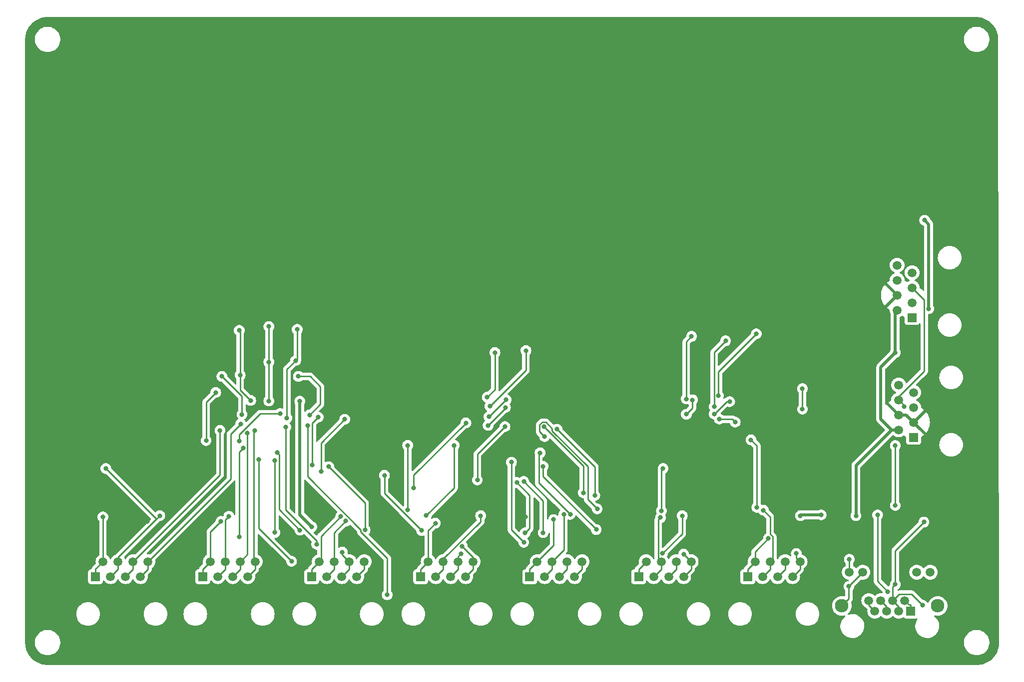
<source format=gbr>
%TF.GenerationSoftware,KiCad,Pcbnew,7.0.9*%
%TF.CreationDate,2024-04-09T00:56:21-04:00*%
%TF.ProjectId,WIRED-I2C-Shield-revA4,57495245-442d-4493-9243-2d536869656c,RevA4*%
%TF.SameCoordinates,Original*%
%TF.FileFunction,Copper,L2,Bot*%
%TF.FilePolarity,Positive*%
%FSLAX46Y46*%
G04 Gerber Fmt 4.6, Leading zero omitted, Abs format (unit mm)*
G04 Created by KiCad (PCBNEW 7.0.9) date 2024-04-09 00:56:21*
%MOMM*%
%LPD*%
G01*
G04 APERTURE LIST*
%TA.AperFunction,ComponentPad*%
%ADD10R,1.500000X1.500000*%
%TD*%
%TA.AperFunction,ComponentPad*%
%ADD11C,1.500000*%
%TD*%
%TA.AperFunction,ComponentPad*%
%ADD12C,2.300000*%
%TD*%
%TA.AperFunction,ViaPad*%
%ADD13C,0.800000*%
%TD*%
%TA.AperFunction,Conductor*%
%ADD14C,0.250000*%
%TD*%
%TA.AperFunction,Conductor*%
%ADD15C,0.500000*%
%TD*%
G04 APERTURE END LIST*
D10*
%TO.P,J10,1*%
%TO.N,VCC*%
X219182000Y-75402500D03*
D11*
%TO.P,J10,2*%
X216642000Y-74132500D03*
%TO.P,J10,3*%
%TO.N,GND*%
X219182000Y-72862500D03*
%TO.P,J10,4*%
X216642000Y-71592500D03*
%TO.P,J10,5*%
%TO.N,/INPUTSDA*%
X219182000Y-70322500D03*
%TO.P,J10,6*%
X216642000Y-69052500D03*
%TO.P,J10,7*%
%TO.N,/INPUTSCL*%
X219182000Y-67782500D03*
%TO.P,J10,8*%
X216642000Y-66512500D03*
%TD*%
D10*
%TO.P,J9,1*%
%TO.N,VCC*%
X219436000Y-95722500D03*
D11*
%TO.P,J9,2*%
X216896000Y-94452500D03*
%TO.P,J9,3*%
%TO.N,GND*%
X219436000Y-93182500D03*
%TO.P,J9,4*%
X216896000Y-91912500D03*
%TO.P,J9,5*%
%TO.N,/INPUTSDA*%
X219436000Y-90642500D03*
%TO.P,J9,6*%
X216896000Y-89372500D03*
%TO.P,J9,7*%
%TO.N,/INPUTSCL*%
X219436000Y-88102500D03*
%TO.P,J9,8*%
X216896000Y-86832500D03*
%TD*%
D10*
%TO.P,J7,1*%
%TO.N,/6VCC*%
X191297500Y-119360000D03*
D11*
%TO.P,J7,2*%
X192567500Y-116820000D03*
%TO.P,J7,3*%
%TO.N,/6GND*%
X193837500Y-119360000D03*
%TO.P,J7,4*%
X195107500Y-116820000D03*
%TO.P,J7,5*%
%TO.N,/6SDA*%
X196377500Y-119360000D03*
%TO.P,J7,6*%
X197647500Y-116820000D03*
%TO.P,J7,7*%
%TO.N,/6SCL*%
X198917500Y-119360000D03*
%TO.P,J7,8*%
X200187500Y-116820000D03*
%TD*%
D10*
%TO.P,J6,1*%
%TO.N,/5VCC*%
X172828100Y-119360000D03*
D11*
%TO.P,J6,2*%
X174098100Y-116820000D03*
%TO.P,J6,3*%
%TO.N,/5GND*%
X175368100Y-119360000D03*
%TO.P,J6,4*%
X176638100Y-116820000D03*
%TO.P,J6,5*%
%TO.N,/5SDA*%
X177908100Y-119360000D03*
%TO.P,J6,6*%
X179178100Y-116820000D03*
%TO.P,J6,7*%
%TO.N,/5SCL*%
X180448100Y-119360000D03*
%TO.P,J6,8*%
X181718100Y-116820000D03*
%TD*%
D10*
%TO.P,J5,1*%
%TO.N,/4VCC*%
X154358600Y-119360000D03*
D11*
%TO.P,J5,2*%
X155628600Y-116820000D03*
%TO.P,J5,3*%
%TO.N,/4GND*%
X156898600Y-119360000D03*
%TO.P,J5,4*%
X158168600Y-116820000D03*
%TO.P,J5,5*%
%TO.N,/4SDA*%
X159438600Y-119360000D03*
%TO.P,J5,6*%
X160708600Y-116820000D03*
%TO.P,J5,7*%
%TO.N,/4SCL*%
X161978600Y-119360000D03*
%TO.P,J5,8*%
X163248600Y-116820000D03*
%TD*%
D10*
%TO.P,J4,1*%
%TO.N,/3VCC*%
X135889200Y-119360000D03*
D11*
%TO.P,J4,2*%
X137159200Y-116820000D03*
%TO.P,J4,3*%
%TO.N,/3GND*%
X138429200Y-119360000D03*
%TO.P,J4,4*%
X139699200Y-116820000D03*
%TO.P,J4,5*%
%TO.N,/3SDA*%
X140969200Y-119360000D03*
%TO.P,J4,6*%
X142239200Y-116820000D03*
%TO.P,J4,7*%
%TO.N,/3SCL*%
X143509200Y-119360000D03*
%TO.P,J4,8*%
X144779200Y-116820000D03*
%TD*%
D10*
%TO.P,J3,1*%
%TO.N,/2VCC*%
X117419800Y-119360000D03*
D11*
%TO.P,J3,2*%
X118689800Y-116820000D03*
%TO.P,J3,3*%
%TO.N,/2GND*%
X119959800Y-119360000D03*
%TO.P,J3,4*%
X121229800Y-116820000D03*
%TO.P,J3,5*%
%TO.N,/2SDA*%
X122499800Y-119360000D03*
%TO.P,J3,6*%
X123769800Y-116820000D03*
%TO.P,J3,7*%
%TO.N,/2SCL*%
X125039800Y-119360000D03*
%TO.P,J3,8*%
X126309800Y-116820000D03*
%TD*%
D10*
%TO.P,J2,1*%
%TO.N,/1VCC*%
X98950300Y-119360000D03*
D11*
%TO.P,J2,2*%
X100220300Y-116820000D03*
%TO.P,J2,3*%
%TO.N,/1GND*%
X101490300Y-119360000D03*
%TO.P,J2,4*%
X102760300Y-116820000D03*
%TO.P,J2,5*%
%TO.N,/1SDA*%
X104030300Y-119360000D03*
%TO.P,J2,6*%
X105300300Y-116820000D03*
%TO.P,J2,7*%
%TO.N,/1SCL*%
X106570300Y-119360000D03*
%TO.P,J2,8*%
X107840300Y-116820000D03*
%TD*%
D10*
%TO.P,J1,1*%
%TO.N,/0VCC*%
X80771200Y-119360000D03*
D11*
%TO.P,J1,2*%
X82041200Y-116820000D03*
%TO.P,J1,3*%
%TO.N,/0GND*%
X83311200Y-119360000D03*
%TO.P,J1,4*%
X84581200Y-116820000D03*
%TO.P,J1,5*%
%TO.N,/0SDA*%
X85851200Y-119360000D03*
%TO.P,J1,6*%
X87121200Y-116820000D03*
%TO.P,J1,7*%
%TO.N,/0SCL*%
X88391200Y-119360000D03*
%TO.P,J1,8*%
X89661200Y-116820000D03*
%TD*%
D10*
%TO.P,J8,1*%
%TO.N,/7VCC*%
X218954000Y-125218000D03*
D11*
%TO.P,J8,2*%
X217938000Y-123438000D03*
%TO.P,J8,3*%
%TO.N,/7GND*%
X216922000Y-125218000D03*
%TO.P,J8,4*%
X215906000Y-123438000D03*
%TO.P,J8,5*%
%TO.N,/7SDA*%
X214890000Y-125218000D03*
%TO.P,J8,6*%
X213874000Y-123438000D03*
%TO.P,J8,7*%
%TO.N,/7SCL*%
X212858000Y-125218000D03*
%TO.P,J8,8*%
X211842000Y-123438000D03*
%TO.P,J8,9*%
%TO.N,unconnected-(J8-Pad9)*%
X222254000Y-118618000D03*
%TO.P,J8,10*%
%TO.N,unconnected-(J8-Pad10)*%
X219964000Y-118618000D03*
%TO.P,J8,11*%
%TO.N,/7GND*%
X210824000Y-118618000D03*
%TO.P,J8,12*%
%TO.N,Net-(J8-Pad12)*%
X208534000Y-118618000D03*
D12*
%TO.P,J8,SH*%
%TO.N,/7GND*%
X223524000Y-124328000D03*
X207264000Y-124328000D03*
%TD*%
D13*
%TO.N,/RESET*%
X102188300Y-85374900D03*
X105586000Y-91831900D03*
%TO.N,/0SDA*%
X101870200Y-94541600D03*
%TO.N,/0SCL*%
X105379200Y-93438200D03*
%TO.N,/1SDA*%
X106480800Y-94995500D03*
%TO.N,/1SCL*%
X107771500Y-94535500D03*
%TO.N,/2SDA*%
X105117300Y-112630400D03*
X105789900Y-97546700D03*
X122595000Y-115198600D03*
%TO.N,/2SCL*%
X108414200Y-99511300D03*
X113995700Y-116758000D03*
%TO.N,/3SDA*%
X111106400Y-99677600D03*
X142691300Y-115460300D03*
X111156000Y-111886400D03*
%TO.N,/3SCL*%
X115414000Y-111487000D03*
X111555100Y-98322100D03*
X142910900Y-114187200D03*
%TO.N,GND*%
X153628700Y-109217700D03*
X227760000Y-58855300D03*
X127762000Y-106172000D03*
X217344500Y-109934100D03*
X98745500Y-109821300D03*
X190691300Y-75976900D03*
X184934100Y-76096600D03*
X158097500Y-76223600D03*
X147342300Y-75976900D03*
X118510700Y-109032000D03*
X173424700Y-109033600D03*
X113434500Y-76104200D03*
X120650000Y-107950000D03*
X195949200Y-77180700D03*
X112014000Y-89662000D03*
X152924500Y-76223600D03*
X119969900Y-77407000D03*
X149352000Y-109982000D03*
X191736300Y-109032000D03*
X148524000Y-94042900D03*
X187386000Y-94009500D03*
X89538600Y-110006200D03*
X108972000Y-78593100D03*
%TO.N,/4SDA*%
X120290800Y-100698400D03*
X126453600Y-111443700D03*
%TO.N,/4SCL*%
X136055700Y-111531600D03*
X129738900Y-102161600D03*
%TO.N,/5SDA*%
X152170700Y-103395100D03*
X153572500Y-111944300D03*
%TO.N,/5SCL*%
X153353700Y-103201500D03*
X180448200Y-115540100D03*
X156643300Y-111895100D03*
%TO.N,/6SDA*%
X153353700Y-113527100D03*
X151262600Y-99949300D03*
%TO.N,/6SCL*%
X199556800Y-115430200D03*
X156616400Y-100630400D03*
X165629400Y-111377000D03*
%TO.N,/7SDA*%
X113020900Y-93975100D03*
X118255500Y-113881700D03*
%TO.N,/7SCL*%
X130204000Y-122447400D03*
X116688900Y-93721400D03*
%TO.N,/INPUTSDA*%
X217807600Y-90484300D03*
X185650400Y-91769200D03*
X147467300Y-92233100D03*
X105134300Y-96386000D03*
X150353200Y-89347200D03*
X188249900Y-89659100D03*
X112038700Y-91695400D03*
%TO.N,/INPUTSCL*%
X186502600Y-92637100D03*
X200583300Y-90927900D03*
X99507200Y-96256400D03*
X189189900Y-93147400D03*
X200583300Y-87476700D03*
X101141900Y-88101100D03*
X117041200Y-91926300D03*
X115148800Y-85381700D03*
X147318800Y-93686400D03*
X150239500Y-90654200D03*
%TO.N,VCC*%
X200235700Y-109032000D03*
X117437800Y-110903200D03*
X203759500Y-108887800D03*
X221307100Y-58877500D03*
X209652900Y-109032000D03*
X216326500Y-81342100D03*
X221996000Y-73883300D03*
X115389700Y-89590400D03*
%TO.N,/0GND*%
X82509300Y-101017600D03*
X91657900Y-109032000D03*
%TO.N,/0VCC*%
X82016700Y-109221600D03*
%TO.N,/1GND*%
X103370100Y-109119100D03*
%TO.N,/1VCC*%
X102019700Y-109988000D03*
%TO.N,/2GND*%
X123194000Y-109927900D03*
%TO.N,/2VCC*%
X122328600Y-109146100D03*
%TO.N,/3GND*%
X146043500Y-109032000D03*
%TO.N,/3VCC*%
X138372400Y-110287800D03*
%TO.N,/4GND*%
X160139100Y-108814500D03*
%TO.N,/4VCC*%
X158426200Y-109678800D03*
%TO.N,/5GND*%
X176538800Y-109345400D03*
%TO.N,/5VCC*%
X176856000Y-115430200D03*
X180219100Y-109032000D03*
%TO.N,/6GND*%
X193976600Y-108098500D03*
%TO.N,/6VCC*%
X194831100Y-112887200D03*
%TO.N,/7GND*%
X221170100Y-110093700D03*
X216326500Y-120693100D03*
X220967100Y-124196800D03*
X208454900Y-121014300D03*
%TO.N,/7VCC*%
X215069800Y-121900000D03*
X213320800Y-108887800D03*
%TO.N,/mosfet3*%
X136833800Y-109002700D03*
X141546300Y-97082500D03*
%TO.N,/mosfet4*%
X156118700Y-98362900D03*
X161225300Y-108808800D03*
%TO.N,/mosfet5*%
X156878700Y-95600100D03*
X165798200Y-107866200D03*
%TO.N,/mosfet0*%
X118976800Y-101542100D03*
X123001900Y-92660300D03*
%TO.N,/mosfet6*%
X165390600Y-105592200D03*
X158990400Y-94345200D03*
%TO.N,/mosfet1*%
X143548700Y-93265400D03*
X134721200Y-104304800D03*
%TO.N,/mosfet7*%
X163464100Y-105141500D03*
X156782200Y-93902200D03*
%TO.N,/mosfet2*%
X133674700Y-108036500D03*
X133675900Y-97081300D03*
%TO.N,/TCA_A0*%
X105126000Y-77573900D03*
X107065400Y-89457600D03*
X105292900Y-85161000D03*
%TO.N,/TCA_A1*%
X110137500Y-82948900D03*
X110137500Y-89559500D03*
X110146100Y-76904200D03*
%TO.N,/TCA_A2*%
X114690800Y-82681800D03*
X113193100Y-92435200D03*
X114955800Y-77407000D03*
%TO.N,/PCF1_A1*%
X147152400Y-88915400D03*
X148461000Y-81342100D03*
%TO.N,/PCF1_A2*%
X147602100Y-90426400D03*
X153721600Y-80992000D03*
%TO.N,/PCF2_A0*%
X180904300Y-89209100D03*
X181788300Y-78586200D03*
%TO.N,/PCF2_A1*%
X185610100Y-90513900D03*
X187564000Y-79349700D03*
%TO.N,/PCF2_A2*%
X181948800Y-89369400D03*
X180904300Y-91814100D03*
X186337000Y-88663600D03*
X192773200Y-78137800D03*
%TO.N,/mosfet10*%
X150154900Y-93908200D03*
X145482100Y-102954200D03*
%TO.N,/mosfet15*%
X176968500Y-101017600D03*
X176684200Y-108198800D03*
%TO.N,/mosfet16*%
X191870800Y-96146600D03*
X192856500Y-107600200D03*
%TO.N,/mosfet17*%
X216326500Y-97126300D03*
X216326500Y-107283800D03*
%TO.N,Net-(JP5-B)*%
X118518700Y-92293700D03*
X117498900Y-100430100D03*
%TO.N,Net-(J8-Pad12)*%
X208534000Y-116408300D03*
%TD*%
D14*
%TO.N,/RESET*%
X105586000Y-91831900D02*
X105586000Y-88772600D01*
X105586000Y-88772600D02*
X102188300Y-85374900D01*
%TO.N,/0SDA*%
X101870200Y-102071000D02*
X87121200Y-116820000D01*
X87121200Y-116820000D02*
X87121200Y-118090000D01*
X101870200Y-94541600D02*
X101870200Y-102071000D01*
X87121200Y-118090000D02*
X85851200Y-119360000D01*
%TO.N,/0SCL*%
X89661200Y-118090000D02*
X88391200Y-119360000D01*
X105379200Y-93438200D02*
X103653100Y-95164300D01*
X89661200Y-116820000D02*
X89661200Y-118090000D01*
X103653100Y-102828100D02*
X89661200Y-116820000D01*
X103653100Y-95164300D02*
X103653100Y-102828100D01*
%TO.N,/1SDA*%
X106516900Y-95031600D02*
X106516900Y-115603400D01*
X104030300Y-119360000D02*
X105300300Y-118090000D01*
X105300300Y-118090000D02*
X105300300Y-116820000D01*
X106480800Y-94995500D02*
X106516900Y-95031600D01*
X106516900Y-115603400D02*
X105300300Y-116820000D01*
%TO.N,/1SCL*%
X107771500Y-94535500D02*
X107623500Y-94683500D01*
X107623500Y-116603200D02*
X107840300Y-116820000D01*
X107623500Y-94683500D02*
X107623500Y-116603200D01*
X107840300Y-118090000D02*
X107840300Y-116820000D01*
X106570300Y-119360000D02*
X107840300Y-118090000D01*
%TO.N,/2SDA*%
X122595000Y-115198600D02*
X122595000Y-115645200D01*
X105117300Y-112630400D02*
X105117300Y-98219300D01*
X105117300Y-98219300D02*
X105789900Y-97546700D01*
X122595000Y-115645200D02*
X123769800Y-116820000D01*
X123769800Y-118090000D02*
X123769800Y-116820000D01*
X122499800Y-119360000D02*
X123769800Y-118090000D01*
%TO.N,/2SCL*%
X126309800Y-118090000D02*
X126309800Y-116820000D01*
X125039800Y-119360000D02*
X126309800Y-118090000D01*
X108414200Y-111176500D02*
X108414200Y-99511300D01*
X113995700Y-116758000D02*
X108414200Y-111176500D01*
%TO.N,/3SDA*%
X111156000Y-99727200D02*
X111106400Y-99677600D01*
X140969200Y-119360000D02*
X142239200Y-118090000D01*
X142239200Y-118090000D02*
X142239200Y-116820000D01*
X142239200Y-115912400D02*
X142691300Y-115460300D01*
X111156000Y-111886400D02*
X111156000Y-99727200D01*
X142239200Y-116820000D02*
X142239200Y-115912400D01*
%TO.N,/3SCL*%
X111555100Y-98322100D02*
X111881400Y-98648400D01*
X143509200Y-119360000D02*
X144779200Y-118090000D01*
X111881400Y-98648400D02*
X111881400Y-107954400D01*
X111881400Y-107954400D02*
X115414000Y-111487000D01*
X144779200Y-116055500D02*
X144779200Y-116820000D01*
X142910900Y-114187200D02*
X144779200Y-116055500D01*
X144779200Y-118090000D02*
X144779200Y-116820000D01*
D15*
%TO.N,GND*%
X216896000Y-91912500D02*
X218166000Y-91912500D01*
X218166000Y-91912500D02*
X219436000Y-93182500D01*
D14*
%TO.N,/4SDA*%
X120290800Y-100698400D02*
X126453600Y-106861200D01*
X126453600Y-106861200D02*
X126453600Y-111443700D01*
X160708600Y-118090000D02*
X159438600Y-119360000D01*
X160708600Y-116820000D02*
X160708600Y-118090000D01*
%TO.N,/4SCL*%
X129738900Y-102161600D02*
X129738900Y-105214800D01*
X163248600Y-118090000D02*
X163248600Y-116820000D01*
X129738900Y-105214800D02*
X136055700Y-111531600D01*
X161978600Y-119360000D02*
X163248600Y-118090000D01*
%TO.N,/5SDA*%
X152170700Y-103395100D02*
X154355700Y-105580100D01*
X177908100Y-119360000D02*
X179178100Y-118090000D01*
X154355700Y-105580100D02*
X154355700Y-111161100D01*
X154355700Y-111161100D02*
X153572500Y-111944300D01*
X179178100Y-118090000D02*
X179178100Y-116820000D01*
%TO.N,/5SCL*%
X156643300Y-111895100D02*
X156643300Y-106491100D01*
X181718100Y-116810000D02*
X180448200Y-115540100D01*
X181718100Y-118090000D02*
X181718100Y-116820000D01*
X156643300Y-106491100D02*
X153353700Y-103201500D01*
X180448100Y-119360000D02*
X181718100Y-118090000D01*
X181718100Y-116820000D02*
X181718100Y-116810000D01*
%TO.N,/6SDA*%
X197647500Y-118090000D02*
X197647500Y-116820000D01*
X151262600Y-99949300D02*
X151262600Y-111436000D01*
X196377500Y-119360000D02*
X197647500Y-118090000D01*
X151262600Y-111436000D02*
X153353700Y-113527100D01*
%TO.N,/6SCL*%
X199556800Y-116189300D02*
X199556800Y-115430200D01*
X200187500Y-116820000D02*
X199556800Y-116189300D01*
X156616400Y-102364000D02*
X156616400Y-100630400D01*
X165629400Y-111377000D02*
X156616400Y-102364000D01*
X200187500Y-118090000D02*
X200187500Y-116820000D01*
X198917500Y-119360000D02*
X200187500Y-118090000D01*
%TO.N,/7SDA*%
X118255500Y-113300500D02*
X113020900Y-108065900D01*
X213874000Y-123438000D02*
X214890000Y-124454000D01*
X214890000Y-124454000D02*
X214890000Y-125218000D01*
X113020900Y-108065900D02*
X113020900Y-93975100D01*
X118255500Y-113881700D02*
X118255500Y-113300500D01*
%TO.N,/7SCL*%
X211842000Y-124202000D02*
X211842000Y-123438000D01*
X130204000Y-116221900D02*
X130204000Y-122447400D01*
X130203900Y-116221900D02*
X130204000Y-116221900D01*
X125726700Y-111744700D02*
X130203900Y-116221900D01*
X116688900Y-93721400D02*
X116688900Y-102357700D01*
X212858000Y-125218000D02*
X211842000Y-124202000D01*
X125726700Y-111395500D02*
X125726700Y-111744700D01*
X116688900Y-102357700D02*
X125726700Y-111395500D01*
%TO.N,/INPUTSDA*%
X216896000Y-88839377D02*
X216896000Y-89372500D01*
X216896000Y-89372500D02*
X217807600Y-90284100D01*
X105134300Y-95248900D02*
X105134300Y-96386000D01*
X185650400Y-91769200D02*
X187760500Y-89659100D01*
X147467300Y-92233100D02*
X150353200Y-89347200D01*
X187760500Y-89659100D02*
X188249900Y-89659100D01*
X108687800Y-91695400D02*
X105134300Y-95248900D01*
X221234000Y-72374500D02*
X221234000Y-84501377D01*
X219182000Y-70322500D02*
X221234000Y-72374500D01*
X217807600Y-90284100D02*
X217807600Y-90484300D01*
X112038700Y-91695400D02*
X108687800Y-91695400D01*
X221234000Y-84501377D02*
X216896000Y-88839377D01*
%TO.N,/INPUTSCL*%
X150239500Y-90765700D02*
X150239500Y-90654200D01*
X99507200Y-89735800D02*
X99507200Y-96256400D01*
X188679600Y-92637100D02*
X189189900Y-93147400D01*
X200583300Y-87476700D02*
X200583300Y-90927900D01*
X117041200Y-91926300D02*
X118872000Y-90095500D01*
X117131700Y-85381700D02*
X115148800Y-85381700D01*
X118872000Y-87122000D02*
X117131700Y-85381700D01*
X118872000Y-90095500D02*
X118872000Y-87122000D01*
X101141900Y-88101100D02*
X99507200Y-89735800D01*
X147318800Y-93686400D02*
X150239500Y-90765700D01*
X186502600Y-92637100D02*
X188679600Y-92637100D01*
D15*
%TO.N,VCC*%
X215693800Y-94452500D02*
X213868000Y-92626700D01*
X221996000Y-73883300D02*
X221996000Y-59566400D01*
X215693800Y-94452500D02*
X216896000Y-94452500D01*
X209652900Y-109032000D02*
X209652900Y-100493400D01*
X200235700Y-109032000D02*
X200379900Y-108887800D01*
X216326500Y-81342100D02*
X216326500Y-74448000D01*
X115389700Y-108855100D02*
X117437800Y-110903200D01*
X200379900Y-108887800D02*
X203759500Y-108887800D01*
X221996000Y-59566400D02*
X221307100Y-58877500D01*
X209652900Y-100493400D02*
X215693800Y-94452500D01*
X216326500Y-74448000D02*
X216642000Y-74132500D01*
X213868000Y-92626700D02*
X213868000Y-83800600D01*
X115389700Y-89590400D02*
X115389700Y-108855100D01*
X213868000Y-83800600D02*
X216326500Y-81342100D01*
D14*
%TO.N,/0GND*%
X84581200Y-118090000D02*
X83311200Y-119360000D01*
X82509300Y-101017600D02*
X91090800Y-109599100D01*
X84581200Y-116820000D02*
X84581200Y-118090000D01*
X84581200Y-116108700D02*
X84581200Y-116820000D01*
X91090800Y-109599100D02*
X84581200Y-116108700D01*
X91657900Y-109032000D02*
X91090800Y-109599100D01*
%TO.N,/0VCC*%
X80771200Y-119360000D02*
X80771200Y-118065500D01*
X80771200Y-118065500D02*
X82016700Y-116820000D01*
X82016700Y-116820000D02*
X82016700Y-109221600D01*
X82016700Y-116820000D02*
X82041200Y-116820000D01*
%TO.N,/1GND*%
X102760300Y-109728900D02*
X102760300Y-116820000D01*
X102760300Y-116820000D02*
X102760300Y-118090000D01*
X103370100Y-109119100D02*
X102760300Y-109728900D01*
X102760300Y-118090000D02*
X101490300Y-119360000D01*
%TO.N,/1VCC*%
X98950300Y-118090000D02*
X98950300Y-119360000D01*
X100220300Y-111787400D02*
X100220300Y-116820000D01*
X100220300Y-116820000D02*
X98950300Y-118090000D01*
X102019700Y-109988000D02*
X100220300Y-111787400D01*
%TO.N,/2GND*%
X121229800Y-111892100D02*
X121229800Y-116820000D01*
X123194000Y-109927900D02*
X121229800Y-111892100D01*
X121229800Y-116820000D02*
X121229800Y-118090000D01*
X121229800Y-118090000D02*
X119959800Y-119360000D01*
%TO.N,/2VCC*%
X117419800Y-118090000D02*
X118689800Y-116820000D01*
X117419800Y-119360000D02*
X117419800Y-118090000D01*
X118689800Y-116820000D02*
X118982400Y-116527400D01*
X118982400Y-116527400D02*
X118982400Y-112492300D01*
X118982400Y-112492300D02*
X122328600Y-109146100D01*
%TO.N,/3GND*%
X146043500Y-110026700D02*
X139699200Y-116371000D01*
X139699200Y-116371000D02*
X139699200Y-116820000D01*
X139699200Y-118090000D02*
X138429200Y-119360000D01*
X146043500Y-109032000D02*
X146043500Y-110026700D01*
X139699200Y-116820000D02*
X139699200Y-118090000D01*
%TO.N,/3VCC*%
X137159200Y-111501000D02*
X138372400Y-110287800D01*
X137159200Y-116820000D02*
X137159200Y-111501000D01*
X135889200Y-118090000D02*
X135889200Y-119360000D01*
X137159200Y-116820000D02*
X135889200Y-118090000D01*
%TO.N,/4GND*%
X158168600Y-118090000D02*
X156898600Y-119360000D01*
X160139100Y-114849500D02*
X158168600Y-116820000D01*
X160139100Y-108814500D02*
X160139100Y-114849500D01*
X158168600Y-116820000D02*
X158168600Y-118090000D01*
%TO.N,/4VCC*%
X154358600Y-118090000D02*
X154358600Y-119360000D01*
X158426200Y-109678800D02*
X158426200Y-114022400D01*
X155628600Y-116820000D02*
X154358600Y-118090000D01*
X158426200Y-114022400D02*
X155628600Y-116820000D01*
%TO.N,/5GND*%
X176638100Y-118090000D02*
X175368100Y-119360000D01*
X176129100Y-116311000D02*
X176638100Y-116820000D01*
X176638100Y-116820000D02*
X176638100Y-118090000D01*
X176538800Y-109345400D02*
X176129100Y-109755100D01*
X176129100Y-109755100D02*
X176129100Y-116311000D01*
%TO.N,/5VCC*%
X172828100Y-119360000D02*
X172828100Y-118090000D01*
X172828100Y-118090000D02*
X174098100Y-116820000D01*
X180219100Y-112067100D02*
X176856000Y-115430200D01*
X180219100Y-109032000D02*
X180219100Y-112067100D01*
%TO.N,/6GND*%
X195558000Y-112586100D02*
X195107600Y-112135700D01*
X195558000Y-116369500D02*
X195558000Y-112586100D01*
X195107500Y-118090000D02*
X193837500Y-119360000D01*
X195107500Y-112135700D02*
X195107500Y-109229400D01*
X195107500Y-116820000D02*
X195558000Y-116369500D01*
X195107500Y-116820000D02*
X195107500Y-118090000D01*
X195107500Y-109229400D02*
X193976600Y-108098500D01*
X195107600Y-112135700D02*
X195107500Y-112135700D01*
%TO.N,/6VCC*%
X192567500Y-116820000D02*
X192567500Y-115150800D01*
X191297500Y-118090000D02*
X192567500Y-116820000D01*
X191297500Y-119360000D02*
X191297500Y-118090000D01*
X192567500Y-115150800D02*
X194831100Y-112887200D01*
%TO.N,/7GND*%
X216326500Y-114937300D02*
X221170100Y-110093700D01*
X210824000Y-118645200D02*
X210824000Y-118618000D01*
X215906000Y-123438000D02*
X215906000Y-121113600D01*
X207264000Y-124328000D02*
X208454900Y-123137100D01*
X219112500Y-122342200D02*
X217001800Y-122342200D01*
X216326500Y-120693100D02*
X216326500Y-114937300D01*
X215906000Y-123438000D02*
X216922000Y-124454000D01*
X216922000Y-124454000D02*
X216922000Y-125218000D01*
X208454900Y-123137100D02*
X208454900Y-121014300D01*
X208454900Y-121014300D02*
X210824000Y-118645200D01*
X215906000Y-121113600D02*
X216326500Y-120693100D01*
X217001800Y-122342200D02*
X215906000Y-123438000D01*
X220967100Y-124196800D02*
X219112500Y-122342200D01*
%TO.N,/7VCC*%
X213320800Y-120151000D02*
X213320800Y-108887800D01*
X217938000Y-123438000D02*
X218641100Y-124141100D01*
X218641100Y-124141100D02*
X218954000Y-124141100D01*
X218954000Y-125218000D02*
X218954000Y-124141100D01*
X215069800Y-121900000D02*
X213320800Y-120151000D01*
%TO.N,/mosfet3*%
X141546300Y-104290200D02*
X141546300Y-97082500D01*
X136833800Y-109002700D02*
X141546300Y-104290200D01*
%TO.N,/mosfet4*%
X155889500Y-98592100D02*
X155889500Y-103473000D01*
X155889500Y-103473000D02*
X161225300Y-108808800D01*
X156118700Y-98362900D02*
X155889500Y-98592100D01*
%TO.N,/mosfet5*%
X157083300Y-93175300D02*
X156481200Y-93175300D01*
X156481200Y-93175300D02*
X156055300Y-93601200D01*
X156055300Y-94776700D02*
X156878700Y-95600100D01*
X158148700Y-94620800D02*
X158148700Y-94240700D01*
X158148700Y-94240700D02*
X157083300Y-93175300D01*
X164191100Y-106259100D02*
X164191100Y-100663200D01*
X164191100Y-100663200D02*
X158148700Y-94620800D01*
X165798200Y-107866200D02*
X164191100Y-106259100D01*
X156055300Y-93601200D02*
X156055300Y-94776700D01*
%TO.N,/mosfet0*%
X123001900Y-92660300D02*
X118976800Y-96685400D01*
X118976800Y-96685400D02*
X118976800Y-101542100D01*
%TO.N,/mosfet6*%
X165390600Y-105592200D02*
X165390600Y-100745400D01*
X165390600Y-100745400D02*
X158990400Y-94345200D01*
%TO.N,/mosfet1*%
X134721200Y-102092900D02*
X143548700Y-93265400D01*
X134721200Y-104304800D02*
X134721200Y-102092900D01*
%TO.N,/mosfet7*%
X163464100Y-105141500D02*
X163464100Y-100584100D01*
X163464100Y-100584100D02*
X156782200Y-93902200D01*
%TO.N,/mosfet2*%
X133674700Y-97082500D02*
X133675900Y-97081300D01*
X133674700Y-108036500D02*
X133674700Y-97082500D01*
%TO.N,/TCA_A0*%
X105292900Y-87685100D02*
X105292900Y-85161000D01*
X105292900Y-77740800D02*
X105126000Y-77573900D01*
X105292900Y-85161000D02*
X105292900Y-77740800D01*
X107065400Y-89457600D02*
X105292900Y-87685100D01*
%TO.N,/TCA_A1*%
X110146100Y-82940300D02*
X110146100Y-76904200D01*
X110137500Y-82948900D02*
X110146100Y-82940300D01*
X110137500Y-89559500D02*
X110137500Y-82948900D01*
%TO.N,/TCA_A2*%
X114690800Y-82681800D02*
X114955800Y-82416800D01*
X113193100Y-84179500D02*
X114690800Y-82681800D01*
X113193100Y-92435200D02*
X113193100Y-84179500D01*
X114955800Y-82416800D02*
X114955800Y-77407000D01*
%TO.N,/PCF1_A1*%
X148461000Y-87606800D02*
X148461000Y-81342100D01*
X147152400Y-88915400D02*
X148461000Y-87606800D01*
%TO.N,/PCF1_A2*%
X153721600Y-80992000D02*
X153721600Y-84306900D01*
X153721600Y-84306900D02*
X147602100Y-90426400D01*
%TO.N,/PCF2_A0*%
X181788300Y-78586200D02*
X180904300Y-79470200D01*
X180904300Y-79470200D02*
X180904300Y-89209100D01*
%TO.N,/PCF2_A1*%
X187564000Y-79349700D02*
X185610100Y-81303600D01*
X185610100Y-81303600D02*
X185610100Y-90513900D01*
%TO.N,/PCF2_A2*%
X180904300Y-91814100D02*
X181948800Y-90769600D01*
X186337000Y-84574000D02*
X186337000Y-88663600D01*
X181948800Y-90769600D02*
X181948800Y-89369400D01*
X192773200Y-78137800D02*
X186337000Y-84574000D01*
%TO.N,/mosfet10*%
X150154900Y-93908200D02*
X145482100Y-98581000D01*
X145482100Y-98581000D02*
X145482100Y-102954200D01*
%TO.N,/mosfet15*%
X176684200Y-108198800D02*
X176684200Y-101301900D01*
X176684200Y-101301900D02*
X176968500Y-101017600D01*
%TO.N,/mosfet16*%
X192856500Y-107600200D02*
X192856500Y-97132300D01*
X192856500Y-97132300D02*
X191870800Y-96146600D01*
%TO.N,/mosfet17*%
X216326500Y-107283800D02*
X216326500Y-97126300D01*
%TO.N,Net-(JP5-B)*%
X117498900Y-93313500D02*
X118518700Y-92293700D01*
X117498900Y-100430100D02*
X117498900Y-93313500D01*
%TO.N,Net-(J8-Pad12)*%
X208534000Y-118618000D02*
X208534000Y-116408300D01*
%TD*%
%TA.AperFunction,Conductor*%
%TO.N,GND*%
G36*
X116356712Y-102921870D02*
G01*
X116363295Y-102927999D01*
X121720903Y-108285607D01*
X121754929Y-108347919D01*
X121749864Y-108418734D01*
X121720803Y-108461460D01*
X121721765Y-108462326D01*
X121589565Y-108609148D01*
X121589558Y-108609158D01*
X121501192Y-108762213D01*
X121494073Y-108774544D01*
X121481652Y-108812772D01*
X121435057Y-108956172D01*
X121417692Y-109121392D01*
X121390679Y-109187049D01*
X121381477Y-109197316D01*
X118593736Y-111985057D01*
X118581301Y-111995021D01*
X118581489Y-111995248D01*
X118575380Y-112000301D01*
X118527416Y-112051378D01*
X118506266Y-112072527D01*
X118501960Y-112078077D01*
X118498114Y-112082579D01*
X118465817Y-112116974D01*
X118465811Y-112116983D01*
X118456051Y-112134735D01*
X118445203Y-112151250D01*
X118432786Y-112167258D01*
X118414045Y-112210564D01*
X118411434Y-112215894D01*
X118388705Y-112257239D01*
X118388702Y-112257246D01*
X118386320Y-112266524D01*
X118350003Y-112327529D01*
X118286470Y-112359216D01*
X118215891Y-112351523D01*
X118175185Y-112324280D01*
X117782474Y-111931569D01*
X117748448Y-111869257D01*
X117753513Y-111798442D01*
X117796060Y-111741606D01*
X117820316Y-111727369D01*
X117894552Y-111694318D01*
X118049053Y-111582066D01*
X118057447Y-111572744D01*
X118176834Y-111440151D01*
X118176835Y-111440149D01*
X118176840Y-111440144D01*
X118272327Y-111274756D01*
X118331342Y-111093128D01*
X118351304Y-110903200D01*
X118331342Y-110713272D01*
X118272327Y-110531644D01*
X118176840Y-110366256D01*
X118176838Y-110366254D01*
X118176834Y-110366248D01*
X118049055Y-110224335D01*
X117894552Y-110112082D01*
X117720088Y-110034406D01*
X117657027Y-110021001D01*
X117594554Y-109987272D01*
X117594131Y-109986850D01*
X116185105Y-108577824D01*
X116151079Y-108515512D01*
X116148200Y-108488729D01*
X116148200Y-103017094D01*
X116168202Y-102948973D01*
X116221858Y-102902480D01*
X116292132Y-102892376D01*
X116356712Y-102921870D01*
G37*
%TD.AperFunction*%
%TA.AperFunction,Conductor*%
G36*
X152048274Y-104297874D02*
G01*
X152075213Y-104303600D01*
X152131106Y-104303600D01*
X152199227Y-104323602D01*
X152220201Y-104340505D01*
X153685295Y-105805599D01*
X153719321Y-105867911D01*
X153722200Y-105894694D01*
X153722200Y-110846504D01*
X153702198Y-110914625D01*
X153685296Y-110935599D01*
X153622001Y-110998895D01*
X153559689Y-111032920D01*
X153532905Y-111035800D01*
X153477013Y-111035800D01*
X153290211Y-111075506D01*
X153115747Y-111153182D01*
X152961244Y-111265435D01*
X152833465Y-111407348D01*
X152833458Y-111407358D01*
X152739086Y-111570816D01*
X152737973Y-111572744D01*
X152730807Y-111594799D01*
X152692937Y-111711347D01*
X152652862Y-111769952D01*
X152587465Y-111797588D01*
X152517509Y-111785481D01*
X152484008Y-111761504D01*
X152277843Y-111555339D01*
X151933004Y-111210499D01*
X151898979Y-111148187D01*
X151896100Y-111121404D01*
X151896100Y-104421125D01*
X151916102Y-104353004D01*
X151969758Y-104306511D01*
X152040032Y-104296407D01*
X152048274Y-104297874D01*
G37*
%TD.AperFunction*%
%TA.AperFunction,Conductor*%
G36*
X217579779Y-75102120D02*
G01*
X217593623Y-75111553D01*
X217616966Y-75129841D01*
X217616967Y-75129842D01*
X217862684Y-75278382D01*
X217910633Y-75330741D01*
X217923500Y-75386211D01*
X217923500Y-76201149D01*
X217930009Y-76261696D01*
X217930011Y-76261704D01*
X217981110Y-76398702D01*
X217981112Y-76398707D01*
X218068738Y-76515761D01*
X218185792Y-76603387D01*
X218185794Y-76603388D01*
X218185796Y-76603389D01*
X218219291Y-76615882D01*
X218322795Y-76654488D01*
X218322803Y-76654490D01*
X218383350Y-76660999D01*
X218383355Y-76660999D01*
X218383362Y-76661000D01*
X218383368Y-76661000D01*
X219980632Y-76661000D01*
X219980638Y-76661000D01*
X219980645Y-76660999D01*
X219980649Y-76660999D01*
X220041196Y-76654490D01*
X220041199Y-76654489D01*
X220041201Y-76654489D01*
X220178204Y-76603389D01*
X220295261Y-76515761D01*
X220373632Y-76411070D01*
X220430467Y-76368523D01*
X220501283Y-76363458D01*
X220563595Y-76397484D01*
X220597620Y-76459796D01*
X220600500Y-76486579D01*
X220600500Y-84186781D01*
X220580498Y-84254902D01*
X220563595Y-84275876D01*
X218312654Y-86526816D01*
X218250342Y-86560842D01*
X218179526Y-86555777D01*
X218122691Y-86513230D01*
X218101852Y-86470333D01*
X218083120Y-86400424D01*
X217990056Y-86200847D01*
X217863749Y-86020462D01*
X217708038Y-85864751D01*
X217684012Y-85847928D01*
X217608999Y-85795403D01*
X217527654Y-85738444D01*
X217440801Y-85697944D01*
X217328079Y-85645381D01*
X217328073Y-85645379D01*
X217238178Y-85621291D01*
X217115371Y-85588385D01*
X216896000Y-85569193D01*
X216676629Y-85588385D01*
X216463926Y-85645379D01*
X216463920Y-85645381D01*
X216264346Y-85738444D01*
X216083965Y-85864748D01*
X216083959Y-85864753D01*
X215928253Y-86020459D01*
X215928248Y-86020465D01*
X215801944Y-86200846D01*
X215708881Y-86400420D01*
X215708879Y-86400426D01*
X215678653Y-86513230D01*
X215651885Y-86613129D01*
X215632693Y-86832500D01*
X215651885Y-87051871D01*
X215666158Y-87105138D01*
X215708879Y-87264573D01*
X215708881Y-87264579D01*
X215799820Y-87459600D01*
X215801944Y-87464154D01*
X215871157Y-87563000D01*
X215928251Y-87644538D01*
X215928254Y-87644542D01*
X216083957Y-87800245D01*
X216083961Y-87800248D01*
X216083962Y-87800249D01*
X216264346Y-87926556D01*
X216338371Y-87961074D01*
X216396768Y-87988305D01*
X216450053Y-88035222D01*
X216469514Y-88103499D01*
X216448972Y-88171459D01*
X216396768Y-88216695D01*
X216264346Y-88278444D01*
X216083965Y-88404748D01*
X216083959Y-88404753D01*
X215928253Y-88560459D01*
X215928248Y-88560465D01*
X215801944Y-88740846D01*
X215708881Y-88940420D01*
X215708879Y-88940426D01*
X215651965Y-89152829D01*
X215651885Y-89153129D01*
X215632781Y-89371501D01*
X215632693Y-89372504D01*
X215632693Y-89372505D01*
X215633351Y-89380032D01*
X215619358Y-89449636D01*
X215573015Y-89498834D01*
X215330972Y-89645154D01*
X215330967Y-89645157D01*
X215135416Y-89798361D01*
X215135415Y-89798362D01*
X216869553Y-91532500D01*
X216864514Y-91532500D01*
X216770908Y-91548120D01*
X216659372Y-91608480D01*
X216573478Y-91701786D01*
X216522535Y-91817926D01*
X216516821Y-91886874D01*
X214781862Y-90151915D01*
X214760106Y-90153231D01*
X214690902Y-90137378D01*
X214641255Y-90086627D01*
X214626500Y-90027461D01*
X214626500Y-84166970D01*
X214646502Y-84098849D01*
X214663400Y-84077880D01*
X216482832Y-82258447D01*
X216545142Y-82224424D01*
X216545602Y-82224324D01*
X216608788Y-82210894D01*
X216783252Y-82133218D01*
X216937753Y-82020966D01*
X217060476Y-81884668D01*
X217065534Y-81879051D01*
X217065535Y-81879049D01*
X217065540Y-81879044D01*
X217161027Y-81713656D01*
X217220042Y-81532028D01*
X217240004Y-81342100D01*
X217220042Y-81152172D01*
X217161027Y-80970544D01*
X217116765Y-80893879D01*
X217101881Y-80868099D01*
X217085000Y-80805099D01*
X217085000Y-75394797D01*
X217105002Y-75326676D01*
X217157751Y-75280602D01*
X217273648Y-75226559D01*
X217273648Y-75226558D01*
X217273654Y-75226556D01*
X217443651Y-75107521D01*
X217510918Y-75084836D01*
X217579779Y-75102120D01*
G37*
%TD.AperFunction*%
%TA.AperFunction,Conductor*%
G36*
X229971466Y-24384575D02*
G01*
X230122591Y-24392001D01*
X230347921Y-24403812D01*
X230353808Y-24404402D01*
X230533318Y-24431030D01*
X230682299Y-24454628D01*
X230729989Y-24462182D01*
X230735443Y-24463294D01*
X230916747Y-24508710D01*
X231104168Y-24558930D01*
X231109056Y-24560455D01*
X231287358Y-24624254D01*
X231466610Y-24693064D01*
X231470947Y-24694920D01*
X231577260Y-24745202D01*
X231643290Y-24776432D01*
X231813591Y-24863205D01*
X231817368Y-24865297D01*
X231981587Y-24963727D01*
X231981596Y-24963732D01*
X232141527Y-25067593D01*
X232144745Y-25069828D01*
X232299006Y-25184237D01*
X232447102Y-25304163D01*
X232449732Y-25306417D01*
X232591195Y-25434632D01*
X232593434Y-25436765D01*
X232727150Y-25570481D01*
X232729283Y-25572721D01*
X232857471Y-25714156D01*
X232859751Y-25716818D01*
X232979680Y-25864917D01*
X233021540Y-25921358D01*
X233094086Y-26019176D01*
X233096315Y-26022385D01*
X233200169Y-26182307D01*
X233298623Y-26346567D01*
X233300720Y-26350356D01*
X233387458Y-26520589D01*
X233411582Y-26571596D01*
X233468989Y-26692975D01*
X233470853Y-26697335D01*
X233518054Y-26820296D01*
X233539656Y-26876572D01*
X233551164Y-26908733D01*
X233603442Y-27054846D01*
X233604979Y-27059766D01*
X233655183Y-27247133D01*
X233700609Y-27428484D01*
X233701722Y-27433938D01*
X233732865Y-27630559D01*
X233759498Y-27810101D01*
X233760093Y-27816048D01*
X233771699Y-28037256D01*
X233779347Y-28192930D01*
X233779423Y-28196022D01*
X233779423Y-28245850D01*
X233779502Y-28246580D01*
X233933497Y-130554412D01*
X233933421Y-130557599D01*
X233926014Y-130708372D01*
X233914191Y-130933965D01*
X233913595Y-130939916D01*
X233886979Y-131119339D01*
X233855821Y-131316069D01*
X233854708Y-131321524D01*
X233809295Y-131502825D01*
X233759075Y-131690243D01*
X233757539Y-131695163D01*
X233693762Y-131873411D01*
X233624943Y-132052689D01*
X233623078Y-132057050D01*
X233541567Y-132229390D01*
X233454811Y-132399656D01*
X233452714Y-132403444D01*
X233354260Y-132567707D01*
X233250420Y-132727605D01*
X233248185Y-132730822D01*
X233133762Y-132885106D01*
X233013852Y-133033180D01*
X233011572Y-133035841D01*
X232883363Y-133177299D01*
X232881230Y-133179539D01*
X232747539Y-133313230D01*
X232745299Y-133315363D01*
X232603841Y-133443572D01*
X232601180Y-133445852D01*
X232453106Y-133565762D01*
X232298822Y-133680185D01*
X232295605Y-133682420D01*
X232135707Y-133786260D01*
X231971444Y-133884714D01*
X231967656Y-133886811D01*
X231797390Y-133973567D01*
X231625050Y-134055078D01*
X231620689Y-134056943D01*
X231441411Y-134125762D01*
X231263163Y-134189539D01*
X231258243Y-134191075D01*
X231070825Y-134241295D01*
X230889524Y-134286708D01*
X230884069Y-134287821D01*
X230687339Y-134318979D01*
X230507916Y-134345595D01*
X230501965Y-134346191D01*
X230276372Y-134358014D01*
X230158698Y-134363795D01*
X230125544Y-134365424D01*
X230122457Y-134365500D01*
X72645543Y-134365500D01*
X72642455Y-134365424D01*
X72605217Y-134363594D01*
X72491627Y-134358014D01*
X72266033Y-134346191D01*
X72260082Y-134345595D01*
X72080660Y-134318979D01*
X71883929Y-134287821D01*
X71878474Y-134286708D01*
X71697174Y-134241295D01*
X71509755Y-134191075D01*
X71504835Y-134189539D01*
X71326588Y-134125762D01*
X71147309Y-134056943D01*
X71142948Y-134055078D01*
X70970609Y-133973567D01*
X70800342Y-133886811D01*
X70796554Y-133884714D01*
X70632292Y-133786260D01*
X70472393Y-133682420D01*
X70469175Y-133680185D01*
X70314893Y-133565762D01*
X70166818Y-133445852D01*
X70164157Y-133443572D01*
X70091482Y-133377704D01*
X70022687Y-133315352D01*
X70020479Y-133313249D01*
X69886748Y-133179518D01*
X69884649Y-133177314D01*
X69756426Y-133035841D01*
X69754146Y-133033180D01*
X69634237Y-132885106D01*
X69519813Y-132730823D01*
X69517578Y-132727605D01*
X69494098Y-132691449D01*
X69413739Y-132567707D01*
X69315284Y-132403444D01*
X69313187Y-132399656D01*
X69226432Y-132229390D01*
X69206460Y-132187163D01*
X69144909Y-132057024D01*
X69143061Y-132052704D01*
X69074237Y-131873411D01*
X69010455Y-131695152D01*
X69008930Y-131690269D01*
X68958711Y-131502852D01*
X68913287Y-131321509D01*
X68912180Y-131316082D01*
X68899832Y-131238126D01*
X68881020Y-131119339D01*
X68862509Y-130994555D01*
X68854399Y-130939885D01*
X68853810Y-130934001D01*
X68841989Y-130708455D01*
X68841726Y-130703111D01*
X70493500Y-130703111D01*
X70533559Y-130994551D01*
X70533560Y-130994555D01*
X70601805Y-131238126D01*
X70612935Y-131277847D01*
X70730139Y-131547679D01*
X70730141Y-131547682D01*
X70883001Y-131799049D01*
X70883003Y-131799052D01*
X70883006Y-131799056D01*
X71068653Y-132027246D01*
X71068657Y-132027250D01*
X71068665Y-132027260D01*
X71283674Y-132228065D01*
X71524024Y-132397722D01*
X71650734Y-132463378D01*
X71785229Y-132533069D01*
X71785232Y-132533070D01*
X71785236Y-132533072D01*
X72062446Y-132631592D01*
X72350489Y-132691448D01*
X72350500Y-132691448D01*
X72350502Y-132691449D01*
X72448946Y-132698182D01*
X72570538Y-132706500D01*
X72570540Y-132706500D01*
X72717460Y-132706500D01*
X72717462Y-132706500D01*
X72885475Y-132695007D01*
X72937497Y-132691449D01*
X72937497Y-132691448D01*
X72937511Y-132691448D01*
X73225554Y-132631592D01*
X73502764Y-132533072D01*
X73763976Y-132397722D01*
X74004326Y-132228065D01*
X74219335Y-132027260D01*
X74404999Y-131799049D01*
X74557859Y-131547682D01*
X74675067Y-131277841D01*
X74754440Y-130994555D01*
X74770917Y-130874672D01*
X74794499Y-130703111D01*
X227973500Y-130703111D01*
X228013559Y-130994551D01*
X228013560Y-130994555D01*
X228081805Y-131238126D01*
X228092935Y-131277847D01*
X228210139Y-131547679D01*
X228210141Y-131547682D01*
X228363001Y-131799049D01*
X228363003Y-131799052D01*
X228363006Y-131799056D01*
X228548653Y-132027246D01*
X228548657Y-132027250D01*
X228548665Y-132027260D01*
X228763674Y-132228065D01*
X229004024Y-132397722D01*
X229130734Y-132463378D01*
X229265229Y-132533069D01*
X229265232Y-132533070D01*
X229265236Y-132533072D01*
X229542446Y-132631592D01*
X229830489Y-132691448D01*
X229830500Y-132691448D01*
X229830502Y-132691449D01*
X229928946Y-132698182D01*
X230050538Y-132706500D01*
X230050540Y-132706500D01*
X230197460Y-132706500D01*
X230197462Y-132706500D01*
X230365475Y-132695007D01*
X230417497Y-132691449D01*
X230417497Y-132691448D01*
X230417511Y-132691448D01*
X230705554Y-132631592D01*
X230982764Y-132533072D01*
X231243976Y-132397722D01*
X231484326Y-132228065D01*
X231699335Y-132027260D01*
X231884999Y-131799049D01*
X232037859Y-131547682D01*
X232155067Y-131277841D01*
X232234440Y-130994555D01*
X232250917Y-130874672D01*
X232274499Y-130703111D01*
X232274500Y-130703098D01*
X232274500Y-130408901D01*
X232274499Y-130408888D01*
X232234440Y-130117448D01*
X232234440Y-130117445D01*
X232155067Y-129834159D01*
X232037859Y-129564318D01*
X231884999Y-129312951D01*
X231884994Y-129312945D01*
X231884993Y-129312943D01*
X231699346Y-129084753D01*
X231699342Y-129084749D01*
X231699335Y-129084740D01*
X231484326Y-128883935D01*
X231243976Y-128714278D01*
X231220600Y-128702165D01*
X230982770Y-128578930D01*
X230705555Y-128480408D01*
X230705547Y-128480406D01*
X230575480Y-128453378D01*
X230417511Y-128420552D01*
X230417506Y-128420551D01*
X230417503Y-128420551D01*
X230417497Y-128420550D01*
X230222988Y-128407246D01*
X230197462Y-128405500D01*
X230050538Y-128405500D01*
X230026411Y-128407150D01*
X229830502Y-128420550D01*
X229830496Y-128420551D01*
X229830492Y-128420551D01*
X229830489Y-128420552D01*
X229722076Y-128443080D01*
X229542452Y-128480406D01*
X229542444Y-128480408D01*
X229265229Y-128578930D01*
X229004029Y-128714275D01*
X229004016Y-128714283D01*
X228763677Y-128883932D01*
X228548668Y-129084737D01*
X228548653Y-129084753D01*
X228363006Y-129312943D01*
X228210139Y-129564320D01*
X228092935Y-129834152D01*
X228013559Y-130117448D01*
X227973500Y-130408888D01*
X227973500Y-130703111D01*
X74794499Y-130703111D01*
X74794500Y-130703098D01*
X74794500Y-130408901D01*
X74794499Y-130408888D01*
X74754440Y-130117448D01*
X74754440Y-130117445D01*
X74675067Y-129834159D01*
X74557859Y-129564318D01*
X74404999Y-129312951D01*
X74404994Y-129312945D01*
X74404993Y-129312943D01*
X74219346Y-129084753D01*
X74219342Y-129084749D01*
X74219335Y-129084740D01*
X74004326Y-128883935D01*
X73763976Y-128714278D01*
X73740600Y-128702165D01*
X73502770Y-128578930D01*
X73225555Y-128480408D01*
X73225547Y-128480406D01*
X73095480Y-128453378D01*
X72937511Y-128420552D01*
X72937506Y-128420551D01*
X72937503Y-128420551D01*
X72937497Y-128420550D01*
X72742988Y-128407246D01*
X72717462Y-128405500D01*
X72570538Y-128405500D01*
X72546411Y-128407150D01*
X72350502Y-128420550D01*
X72350496Y-128420551D01*
X72350492Y-128420551D01*
X72350489Y-128420552D01*
X72242076Y-128443080D01*
X72062452Y-128480406D01*
X72062444Y-128480408D01*
X71785229Y-128578930D01*
X71524029Y-128714275D01*
X71524016Y-128714283D01*
X71283677Y-128883932D01*
X71068668Y-129084737D01*
X71068653Y-129084753D01*
X70883006Y-129312943D01*
X70730139Y-129564320D01*
X70612935Y-129834152D01*
X70533559Y-130117448D01*
X70493500Y-130408888D01*
X70493500Y-130703111D01*
X68841726Y-130703111D01*
X68834575Y-130557543D01*
X68834500Y-130554458D01*
X68834500Y-125710000D01*
X77495590Y-125710000D01*
X77516003Y-125995424D01*
X77576831Y-126275046D01*
X77676832Y-126543160D01*
X77676837Y-126543170D01*
X77813968Y-126794307D01*
X77813972Y-126794312D01*
X77813974Y-126794315D01*
X77965986Y-126997380D01*
X77985462Y-127023396D01*
X77985470Y-127023405D01*
X78187794Y-127225729D01*
X78187803Y-127225737D01*
X78187805Y-127225739D01*
X78416885Y-127397226D01*
X78416887Y-127397227D01*
X78416892Y-127397231D01*
X78668029Y-127534362D01*
X78668039Y-127534367D01*
X78936154Y-127634369D01*
X79215772Y-127695196D01*
X79429752Y-127710500D01*
X79429758Y-127710500D01*
X79572642Y-127710500D01*
X79572648Y-127710500D01*
X79786628Y-127695196D01*
X80066246Y-127634369D01*
X80334361Y-127534367D01*
X80364344Y-127517994D01*
X80585507Y-127397231D01*
X80585509Y-127397229D01*
X80585515Y-127397226D01*
X80814595Y-127225739D01*
X81016939Y-127023395D01*
X81188426Y-126794315D01*
X81188429Y-126794309D01*
X81188431Y-126794307D01*
X81325562Y-126543170D01*
X81325567Y-126543161D01*
X81425569Y-126275046D01*
X81486396Y-125995428D01*
X81506810Y-125710000D01*
X88925590Y-125710000D01*
X88946003Y-125995424D01*
X89006831Y-126275046D01*
X89106832Y-126543160D01*
X89106837Y-126543170D01*
X89243968Y-126794307D01*
X89243972Y-126794312D01*
X89243974Y-126794315D01*
X89395986Y-126997380D01*
X89415462Y-127023396D01*
X89415470Y-127023405D01*
X89617794Y-127225729D01*
X89617803Y-127225737D01*
X89617805Y-127225739D01*
X89846885Y-127397226D01*
X89846887Y-127397227D01*
X89846892Y-127397231D01*
X90098029Y-127534362D01*
X90098039Y-127534367D01*
X90366154Y-127634369D01*
X90645772Y-127695196D01*
X90859752Y-127710500D01*
X90859758Y-127710500D01*
X91002642Y-127710500D01*
X91002648Y-127710500D01*
X91216628Y-127695196D01*
X91496246Y-127634369D01*
X91764361Y-127534367D01*
X91794344Y-127517994D01*
X92015507Y-127397231D01*
X92015509Y-127397229D01*
X92015515Y-127397226D01*
X92244595Y-127225739D01*
X92446939Y-127023395D01*
X92618426Y-126794315D01*
X92618429Y-126794309D01*
X92618431Y-126794307D01*
X92755562Y-126543170D01*
X92755567Y-126543161D01*
X92855569Y-126275046D01*
X92916396Y-125995428D01*
X92936810Y-125710000D01*
X95674690Y-125710000D01*
X95695103Y-125995424D01*
X95755931Y-126275046D01*
X95855932Y-126543160D01*
X95855937Y-126543170D01*
X95993068Y-126794307D01*
X95993072Y-126794312D01*
X95993074Y-126794315D01*
X96145086Y-126997380D01*
X96164562Y-127023396D01*
X96164570Y-127023405D01*
X96366894Y-127225729D01*
X96366903Y-127225737D01*
X96366905Y-127225739D01*
X96595985Y-127397226D01*
X96595987Y-127397227D01*
X96595992Y-127397231D01*
X96847129Y-127534362D01*
X96847139Y-127534367D01*
X97115254Y-127634369D01*
X97394872Y-127695196D01*
X97608852Y-127710500D01*
X97608858Y-127710500D01*
X97751742Y-127710500D01*
X97751748Y-127710500D01*
X97965728Y-127695196D01*
X98245346Y-127634369D01*
X98513461Y-127534367D01*
X98543444Y-127517994D01*
X98764607Y-127397231D01*
X98764609Y-127397229D01*
X98764615Y-127397226D01*
X98993695Y-127225739D01*
X99196039Y-127023395D01*
X99367526Y-126794315D01*
X99367529Y-126794309D01*
X99367531Y-126794307D01*
X99504662Y-126543170D01*
X99504667Y-126543161D01*
X99604669Y-126275046D01*
X99665496Y-125995428D01*
X99685910Y-125710000D01*
X107104690Y-125710000D01*
X107125103Y-125995424D01*
X107185931Y-126275046D01*
X107285932Y-126543160D01*
X107285937Y-126543170D01*
X107423068Y-126794307D01*
X107423072Y-126794312D01*
X107423074Y-126794315D01*
X107575086Y-126997380D01*
X107594562Y-127023396D01*
X107594570Y-127023405D01*
X107796894Y-127225729D01*
X107796903Y-127225737D01*
X107796905Y-127225739D01*
X108025985Y-127397226D01*
X108025987Y-127397227D01*
X108025992Y-127397231D01*
X108277129Y-127534362D01*
X108277139Y-127534367D01*
X108545254Y-127634369D01*
X108824872Y-127695196D01*
X109038852Y-127710500D01*
X109038858Y-127710500D01*
X109181742Y-127710500D01*
X109181748Y-127710500D01*
X109395728Y-127695196D01*
X109675346Y-127634369D01*
X109943461Y-127534367D01*
X109973444Y-127517994D01*
X110194607Y-127397231D01*
X110194609Y-127397229D01*
X110194615Y-127397226D01*
X110423695Y-127225739D01*
X110626039Y-127023395D01*
X110797526Y-126794315D01*
X110797529Y-126794309D01*
X110797531Y-126794307D01*
X110934662Y-126543170D01*
X110934667Y-126543161D01*
X111034669Y-126275046D01*
X111095496Y-125995428D01*
X111115910Y-125710000D01*
X114144190Y-125710000D01*
X114164603Y-125995424D01*
X114225431Y-126275046D01*
X114325432Y-126543160D01*
X114325437Y-126543170D01*
X114462568Y-126794307D01*
X114462572Y-126794312D01*
X114462574Y-126794315D01*
X114614586Y-126997380D01*
X114634062Y-127023396D01*
X114634070Y-127023405D01*
X114836394Y-127225729D01*
X114836403Y-127225737D01*
X114836405Y-127225739D01*
X115065485Y-127397226D01*
X115065487Y-127397227D01*
X115065492Y-127397231D01*
X115316629Y-127534362D01*
X115316639Y-127534367D01*
X115584754Y-127634369D01*
X115864372Y-127695196D01*
X116078352Y-127710500D01*
X116078358Y-127710500D01*
X116221242Y-127710500D01*
X116221248Y-127710500D01*
X116435228Y-127695196D01*
X116714846Y-127634369D01*
X116982961Y-127534367D01*
X117012944Y-127517994D01*
X117234107Y-127397231D01*
X117234109Y-127397229D01*
X117234115Y-127397226D01*
X117463195Y-127225739D01*
X117665539Y-127023395D01*
X117837026Y-126794315D01*
X117837029Y-126794309D01*
X117837031Y-126794307D01*
X117974162Y-126543170D01*
X117974167Y-126543161D01*
X118074169Y-126275046D01*
X118134996Y-125995428D01*
X118155410Y-125710000D01*
X125574190Y-125710000D01*
X125594603Y-125995424D01*
X125655431Y-126275046D01*
X125755432Y-126543160D01*
X125755437Y-126543170D01*
X125892568Y-126794307D01*
X125892572Y-126794312D01*
X125892574Y-126794315D01*
X126044586Y-126997380D01*
X126064062Y-127023396D01*
X126064070Y-127023405D01*
X126266394Y-127225729D01*
X126266403Y-127225737D01*
X126266405Y-127225739D01*
X126495485Y-127397226D01*
X126495487Y-127397227D01*
X126495492Y-127397231D01*
X126746629Y-127534362D01*
X126746639Y-127534367D01*
X127014754Y-127634369D01*
X127294372Y-127695196D01*
X127508352Y-127710500D01*
X127508358Y-127710500D01*
X127651242Y-127710500D01*
X127651248Y-127710500D01*
X127865228Y-127695196D01*
X128144846Y-127634369D01*
X128412961Y-127534367D01*
X128442944Y-127517994D01*
X128664107Y-127397231D01*
X128664109Y-127397229D01*
X128664115Y-127397226D01*
X128893195Y-127225739D01*
X129095539Y-127023395D01*
X129267026Y-126794315D01*
X129267029Y-126794309D01*
X129267031Y-126794307D01*
X129404162Y-126543170D01*
X129404167Y-126543161D01*
X129504169Y-126275046D01*
X129564996Y-125995428D01*
X129585410Y-125710000D01*
X132613590Y-125710000D01*
X132634003Y-125995424D01*
X132694831Y-126275046D01*
X132794832Y-126543160D01*
X132794837Y-126543170D01*
X132931968Y-126794307D01*
X132931972Y-126794312D01*
X132931974Y-126794315D01*
X133083986Y-126997380D01*
X133103462Y-127023396D01*
X133103470Y-127023405D01*
X133305794Y-127225729D01*
X133305803Y-127225737D01*
X133305805Y-127225739D01*
X133534885Y-127397226D01*
X133534887Y-127397227D01*
X133534892Y-127397231D01*
X133786029Y-127534362D01*
X133786039Y-127534367D01*
X134054154Y-127634369D01*
X134333772Y-127695196D01*
X134547752Y-127710500D01*
X134547758Y-127710500D01*
X134690642Y-127710500D01*
X134690648Y-127710500D01*
X134904628Y-127695196D01*
X135184246Y-127634369D01*
X135452361Y-127534367D01*
X135482344Y-127517994D01*
X135703507Y-127397231D01*
X135703509Y-127397229D01*
X135703515Y-127397226D01*
X135932595Y-127225739D01*
X136134939Y-127023395D01*
X136306426Y-126794315D01*
X136306429Y-126794309D01*
X136306431Y-126794307D01*
X136443562Y-126543170D01*
X136443567Y-126543161D01*
X136543569Y-126275046D01*
X136604396Y-125995428D01*
X136624810Y-125710000D01*
X144043590Y-125710000D01*
X144064003Y-125995424D01*
X144124831Y-126275046D01*
X144224832Y-126543160D01*
X144224837Y-126543170D01*
X144361968Y-126794307D01*
X144361972Y-126794312D01*
X144361974Y-126794315D01*
X144513986Y-126997380D01*
X144533462Y-127023396D01*
X144533470Y-127023405D01*
X144735794Y-127225729D01*
X144735803Y-127225737D01*
X144735805Y-127225739D01*
X144964885Y-127397226D01*
X144964887Y-127397227D01*
X144964892Y-127397231D01*
X145216029Y-127534362D01*
X145216039Y-127534367D01*
X145484154Y-127634369D01*
X145763772Y-127695196D01*
X145977752Y-127710500D01*
X145977758Y-127710500D01*
X146120642Y-127710500D01*
X146120648Y-127710500D01*
X146334628Y-127695196D01*
X146614246Y-127634369D01*
X146882361Y-127534367D01*
X146912344Y-127517994D01*
X147133507Y-127397231D01*
X147133509Y-127397229D01*
X147133515Y-127397226D01*
X147362595Y-127225739D01*
X147564939Y-127023395D01*
X147736426Y-126794315D01*
X147736429Y-126794309D01*
X147736431Y-126794307D01*
X147873562Y-126543170D01*
X147873567Y-126543161D01*
X147973569Y-126275046D01*
X148034396Y-125995428D01*
X148054810Y-125710000D01*
X151082990Y-125710000D01*
X151103403Y-125995424D01*
X151164231Y-126275046D01*
X151264232Y-126543160D01*
X151264237Y-126543170D01*
X151401368Y-126794307D01*
X151401372Y-126794312D01*
X151401374Y-126794315D01*
X151553386Y-126997380D01*
X151572862Y-127023396D01*
X151572870Y-127023405D01*
X151775194Y-127225729D01*
X151775203Y-127225737D01*
X151775205Y-127225739D01*
X152004285Y-127397226D01*
X152004287Y-127397227D01*
X152004292Y-127397231D01*
X152255429Y-127534362D01*
X152255439Y-127534367D01*
X152523554Y-127634369D01*
X152803172Y-127695196D01*
X153017152Y-127710500D01*
X153017158Y-127710500D01*
X153160042Y-127710500D01*
X153160048Y-127710500D01*
X153374028Y-127695196D01*
X153653646Y-127634369D01*
X153921761Y-127534367D01*
X153951744Y-127517994D01*
X154172907Y-127397231D01*
X154172909Y-127397229D01*
X154172915Y-127397226D01*
X154401995Y-127225739D01*
X154604339Y-127023395D01*
X154775826Y-126794315D01*
X154775829Y-126794309D01*
X154775831Y-126794307D01*
X154912962Y-126543170D01*
X154912967Y-126543161D01*
X155012969Y-126275046D01*
X155073796Y-125995428D01*
X155094210Y-125710000D01*
X162512990Y-125710000D01*
X162533403Y-125995424D01*
X162594231Y-126275046D01*
X162694232Y-126543160D01*
X162694237Y-126543170D01*
X162831368Y-126794307D01*
X162831372Y-126794312D01*
X162831374Y-126794315D01*
X162983386Y-126997380D01*
X163002862Y-127023396D01*
X163002870Y-127023405D01*
X163205194Y-127225729D01*
X163205203Y-127225737D01*
X163205205Y-127225739D01*
X163434285Y-127397226D01*
X163434287Y-127397227D01*
X163434292Y-127397231D01*
X163685429Y-127534362D01*
X163685439Y-127534367D01*
X163953554Y-127634369D01*
X164233172Y-127695196D01*
X164447152Y-127710500D01*
X164447158Y-127710500D01*
X164590042Y-127710500D01*
X164590048Y-127710500D01*
X164804028Y-127695196D01*
X165083646Y-127634369D01*
X165351761Y-127534367D01*
X165381744Y-127517994D01*
X165602907Y-127397231D01*
X165602909Y-127397229D01*
X165602915Y-127397226D01*
X165831995Y-127225739D01*
X166034339Y-127023395D01*
X166205826Y-126794315D01*
X166205829Y-126794309D01*
X166205831Y-126794307D01*
X166342962Y-126543170D01*
X166342967Y-126543161D01*
X166442969Y-126275046D01*
X166503796Y-125995428D01*
X166524210Y-125710000D01*
X169552490Y-125710000D01*
X169572903Y-125995424D01*
X169633731Y-126275046D01*
X169733732Y-126543160D01*
X169733737Y-126543170D01*
X169870868Y-126794307D01*
X169870872Y-126794312D01*
X169870874Y-126794315D01*
X170022886Y-126997380D01*
X170042362Y-127023396D01*
X170042370Y-127023405D01*
X170244694Y-127225729D01*
X170244703Y-127225737D01*
X170244705Y-127225739D01*
X170473785Y-127397226D01*
X170473787Y-127397227D01*
X170473792Y-127397231D01*
X170724929Y-127534362D01*
X170724939Y-127534367D01*
X170993054Y-127634369D01*
X171272672Y-127695196D01*
X171486652Y-127710500D01*
X171486658Y-127710500D01*
X171629542Y-127710500D01*
X171629548Y-127710500D01*
X171843528Y-127695196D01*
X172123146Y-127634369D01*
X172391261Y-127534367D01*
X172421244Y-127517994D01*
X172642407Y-127397231D01*
X172642409Y-127397229D01*
X172642415Y-127397226D01*
X172871495Y-127225739D01*
X173073839Y-127023395D01*
X173245326Y-126794315D01*
X173245329Y-126794309D01*
X173245331Y-126794307D01*
X173382462Y-126543170D01*
X173382467Y-126543161D01*
X173482469Y-126275046D01*
X173543296Y-125995428D01*
X173563710Y-125710000D01*
X180982490Y-125710000D01*
X181002903Y-125995424D01*
X181063731Y-126275046D01*
X181163732Y-126543160D01*
X181163737Y-126543170D01*
X181300868Y-126794307D01*
X181300872Y-126794312D01*
X181300874Y-126794315D01*
X181452886Y-126997380D01*
X181472362Y-127023396D01*
X181472370Y-127023405D01*
X181674694Y-127225729D01*
X181674703Y-127225737D01*
X181674705Y-127225739D01*
X181903785Y-127397226D01*
X181903787Y-127397227D01*
X181903792Y-127397231D01*
X182154929Y-127534362D01*
X182154939Y-127534367D01*
X182423054Y-127634369D01*
X182702672Y-127695196D01*
X182916652Y-127710500D01*
X182916658Y-127710500D01*
X183059542Y-127710500D01*
X183059548Y-127710500D01*
X183273528Y-127695196D01*
X183553146Y-127634369D01*
X183821261Y-127534367D01*
X183851244Y-127517994D01*
X184072407Y-127397231D01*
X184072409Y-127397229D01*
X184072415Y-127397226D01*
X184301495Y-127225739D01*
X184503839Y-127023395D01*
X184675326Y-126794315D01*
X184675329Y-126794309D01*
X184675331Y-126794307D01*
X184812462Y-126543170D01*
X184812467Y-126543161D01*
X184912469Y-126275046D01*
X184973296Y-125995428D01*
X184993710Y-125710000D01*
X188021890Y-125710000D01*
X188042303Y-125995424D01*
X188103131Y-126275046D01*
X188203132Y-126543160D01*
X188203137Y-126543170D01*
X188340268Y-126794307D01*
X188340272Y-126794312D01*
X188340274Y-126794315D01*
X188492286Y-126997380D01*
X188511762Y-127023396D01*
X188511770Y-127023405D01*
X188714094Y-127225729D01*
X188714103Y-127225737D01*
X188714105Y-127225739D01*
X188943185Y-127397226D01*
X188943187Y-127397227D01*
X188943192Y-127397231D01*
X189194329Y-127534362D01*
X189194339Y-127534367D01*
X189462454Y-127634369D01*
X189742072Y-127695196D01*
X189956052Y-127710500D01*
X189956058Y-127710500D01*
X190098942Y-127710500D01*
X190098948Y-127710500D01*
X190312928Y-127695196D01*
X190592546Y-127634369D01*
X190860661Y-127534367D01*
X190890644Y-127517994D01*
X191111807Y-127397231D01*
X191111809Y-127397229D01*
X191111815Y-127397226D01*
X191340895Y-127225739D01*
X191543239Y-127023395D01*
X191714726Y-126794315D01*
X191714729Y-126794309D01*
X191714731Y-126794307D01*
X191851862Y-126543170D01*
X191851867Y-126543161D01*
X191951869Y-126275046D01*
X192012696Y-125995428D01*
X192033110Y-125710000D01*
X199451890Y-125710000D01*
X199472303Y-125995424D01*
X199533131Y-126275046D01*
X199633132Y-126543160D01*
X199633137Y-126543170D01*
X199770268Y-126794307D01*
X199770272Y-126794312D01*
X199770274Y-126794315D01*
X199922286Y-126997380D01*
X199941762Y-127023396D01*
X199941770Y-127023405D01*
X200144094Y-127225729D01*
X200144103Y-127225737D01*
X200144105Y-127225739D01*
X200373185Y-127397226D01*
X200373187Y-127397227D01*
X200373192Y-127397231D01*
X200624329Y-127534362D01*
X200624339Y-127534367D01*
X200892454Y-127634369D01*
X201172072Y-127695196D01*
X201386052Y-127710500D01*
X201386058Y-127710500D01*
X201528942Y-127710500D01*
X201528948Y-127710500D01*
X201742928Y-127695196D01*
X202022546Y-127634369D01*
X202290661Y-127534367D01*
X202320644Y-127517994D01*
X202541807Y-127397231D01*
X202541809Y-127397229D01*
X202541815Y-127397226D01*
X202770895Y-127225739D01*
X202973239Y-127023395D01*
X203144726Y-126794315D01*
X203144729Y-126794309D01*
X203144731Y-126794307D01*
X203281862Y-126543170D01*
X203281867Y-126543161D01*
X203381869Y-126275046D01*
X203442696Y-125995428D01*
X203463110Y-125710000D01*
X203442696Y-125424572D01*
X203381869Y-125144954D01*
X203281867Y-124876839D01*
X203281862Y-124876829D01*
X203144731Y-124625692D01*
X203144727Y-124625687D01*
X203144726Y-124625685D01*
X202973239Y-124396605D01*
X202973237Y-124396603D01*
X202973229Y-124396594D01*
X202904635Y-124328000D01*
X205600372Y-124328000D01*
X205620854Y-124588249D01*
X205640285Y-124669185D01*
X205681793Y-124842079D01*
X205681796Y-124842089D01*
X205695703Y-124875664D01*
X205774374Y-125065593D01*
X205781697Y-125083271D01*
X205819496Y-125144954D01*
X205918098Y-125305857D01*
X205918099Y-125305859D01*
X206087636Y-125504363D01*
X206286140Y-125673900D01*
X206286144Y-125673903D01*
X206508729Y-125810303D01*
X206749911Y-125910204D01*
X207003751Y-125971146D01*
X207264000Y-125991628D01*
X207524249Y-125971146D01*
X207704588Y-125927850D01*
X207775494Y-125931396D01*
X207833228Y-125972715D01*
X207859459Y-126038689D01*
X207845857Y-126108370D01*
X207808063Y-126152304D01*
X207738854Y-126202587D01*
X207535081Y-126399370D01*
X207360689Y-126622581D01*
X207360678Y-126622597D01*
X207219048Y-126867907D01*
X207219044Y-126867915D01*
X207112930Y-127130558D01*
X207112929Y-127130562D01*
X207044401Y-127405411D01*
X207014791Y-127687138D01*
X207024676Y-127970229D01*
X207024677Y-127970240D01*
X207073867Y-128249210D01*
X207129540Y-128420552D01*
X207161403Y-128518618D01*
X207285582Y-128773223D01*
X207285583Y-128773225D01*
X207285587Y-128773232D01*
X207443987Y-129008067D01*
X207443991Y-129008072D01*
X207633531Y-129218578D01*
X207633534Y-129218581D01*
X207710755Y-129283377D01*
X207850527Y-129400660D01*
X207850530Y-129400662D01*
X207850534Y-129400665D01*
X208090763Y-129550777D01*
X208349547Y-129665995D01*
X208621847Y-129744076D01*
X208902363Y-129783500D01*
X208902365Y-129783500D01*
X209114725Y-129783500D01*
X209114732Y-129783500D01*
X209326583Y-129768686D01*
X209603667Y-129709790D01*
X209869857Y-129612905D01*
X210119972Y-129479916D01*
X210349146Y-129313412D01*
X210552915Y-129116634D01*
X210727316Y-128893411D01*
X210868953Y-128648089D01*
X210975069Y-128385442D01*
X211043599Y-128110583D01*
X211073209Y-127828862D01*
X211063323Y-127545761D01*
X211014133Y-127266791D01*
X210926597Y-126997382D01*
X210802418Y-126742777D01*
X210802414Y-126742771D01*
X210802412Y-126742767D01*
X210644012Y-126507932D01*
X210644008Y-126507927D01*
X210454468Y-126297421D01*
X210439057Y-126284490D01*
X210355294Y-126214204D01*
X210237472Y-126115339D01*
X210237467Y-126115336D01*
X210237466Y-126115335D01*
X209997237Y-125965223D01*
X209738453Y-125850005D01*
X209737215Y-125849650D01*
X209466157Y-125771925D01*
X209466155Y-125771924D01*
X209466153Y-125771924D01*
X209185637Y-125732500D01*
X208973268Y-125732500D01*
X208882299Y-125738861D01*
X208761422Y-125747313D01*
X208484333Y-125806210D01*
X208446598Y-125819944D01*
X208375744Y-125824446D01*
X208313704Y-125789926D01*
X208280176Y-125727346D01*
X208285803Y-125656573D01*
X208321672Y-125605733D01*
X208440363Y-125504363D01*
X208609903Y-125305856D01*
X208746303Y-125083271D01*
X208846204Y-124842089D01*
X208907146Y-124588249D01*
X208927628Y-124328000D01*
X208907146Y-124067751D01*
X208846204Y-123813911D01*
X208828813Y-123771927D01*
X208821225Y-123701340D01*
X208853004Y-123637853D01*
X208859071Y-123632132D01*
X208909884Y-123578020D01*
X208931028Y-123556877D01*
X208931028Y-123556876D01*
X208931035Y-123556870D01*
X208935345Y-123551312D01*
X208939174Y-123546829D01*
X208971486Y-123512421D01*
X208981246Y-123494665D01*
X208992095Y-123478150D01*
X209004514Y-123462141D01*
X209014960Y-123438000D01*
X210578693Y-123438000D01*
X210597885Y-123657371D01*
X210628581Y-123771930D01*
X210654879Y-123870073D01*
X210654881Y-123870079D01*
X210747942Y-124069650D01*
X210747944Y-124069654D01*
X210835196Y-124194262D01*
X210874251Y-124250038D01*
X210874254Y-124250042D01*
X211029957Y-124405745D01*
X211029961Y-124405748D01*
X211210345Y-124532055D01*
X211210346Y-124532056D01*
X211313514Y-124580163D01*
X211349373Y-124605277D01*
X211351798Y-124607702D01*
X211364617Y-124622714D01*
X211366781Y-124625692D01*
X211376528Y-124639107D01*
X211404794Y-124662491D01*
X211412886Y-124669185D01*
X211417267Y-124673171D01*
X211526718Y-124782622D01*
X211589672Y-124845576D01*
X211623698Y-124907888D01*
X211622284Y-124967281D01*
X211613885Y-124998623D01*
X211594693Y-125218000D01*
X211602379Y-125305859D01*
X211613885Y-125437370D01*
X211670879Y-125650073D01*
X211670881Y-125650079D01*
X211754316Y-125829007D01*
X211763944Y-125849654D01*
X211849014Y-125971146D01*
X211890251Y-126030038D01*
X211890254Y-126030042D01*
X212045957Y-126185745D01*
X212045961Y-126185748D01*
X212045962Y-126185749D01*
X212226346Y-126312056D01*
X212425924Y-126405120D01*
X212638629Y-126462115D01*
X212858000Y-126481307D01*
X213077371Y-126462115D01*
X213290076Y-126405120D01*
X213489654Y-126312056D01*
X213670038Y-126185749D01*
X213708202Y-126147585D01*
X213784905Y-126070883D01*
X213847217Y-126036857D01*
X213918032Y-126041922D01*
X213963095Y-126070883D01*
X214077957Y-126185745D01*
X214077961Y-126185748D01*
X214077962Y-126185749D01*
X214258346Y-126312056D01*
X214457924Y-126405120D01*
X214670629Y-126462115D01*
X214890000Y-126481307D01*
X215109371Y-126462115D01*
X215322076Y-126405120D01*
X215521654Y-126312056D01*
X215702038Y-126185749D01*
X215740202Y-126147585D01*
X215816905Y-126070883D01*
X215879217Y-126036857D01*
X215950032Y-126041922D01*
X215995095Y-126070883D01*
X216109957Y-126185745D01*
X216109961Y-126185748D01*
X216109962Y-126185749D01*
X216290346Y-126312056D01*
X216489924Y-126405120D01*
X216702629Y-126462115D01*
X216922000Y-126481307D01*
X217141371Y-126462115D01*
X217354076Y-126405120D01*
X217553654Y-126312056D01*
X217632590Y-126256783D01*
X217699861Y-126234097D01*
X217768721Y-126251382D01*
X217805727Y-126284490D01*
X217840739Y-126331261D01*
X217957792Y-126418887D01*
X217957794Y-126418888D01*
X217957796Y-126418889D01*
X217994897Y-126432727D01*
X218094795Y-126469988D01*
X218094803Y-126469990D01*
X218155350Y-126476499D01*
X218155355Y-126476499D01*
X218155362Y-126476500D01*
X218155368Y-126476500D01*
X219752632Y-126476500D01*
X219752638Y-126476500D01*
X219752645Y-126476499D01*
X219752649Y-126476499D01*
X219813196Y-126469990D01*
X219813199Y-126469989D01*
X219813201Y-126469989D01*
X219913104Y-126432726D01*
X219983915Y-126427661D01*
X220046228Y-126461685D01*
X220080254Y-126523997D01*
X220075190Y-126594813D01*
X220062866Y-126618767D01*
X220062884Y-126618778D01*
X220062676Y-126619137D01*
X220061601Y-126621228D01*
X220060686Y-126622583D01*
X219919048Y-126867907D01*
X219919044Y-126867915D01*
X219812930Y-127130558D01*
X219812929Y-127130562D01*
X219744401Y-127405411D01*
X219714791Y-127687138D01*
X219724676Y-127970229D01*
X219724677Y-127970240D01*
X219773867Y-128249210D01*
X219829540Y-128420552D01*
X219861403Y-128518618D01*
X219985582Y-128773223D01*
X219985583Y-128773225D01*
X219985587Y-128773232D01*
X220143987Y-129008067D01*
X220143991Y-129008072D01*
X220333531Y-129218578D01*
X220333534Y-129218581D01*
X220410755Y-129283377D01*
X220550527Y-129400660D01*
X220550530Y-129400662D01*
X220550534Y-129400665D01*
X220790763Y-129550777D01*
X221049547Y-129665995D01*
X221321847Y-129744076D01*
X221602363Y-129783500D01*
X221602365Y-129783500D01*
X221814725Y-129783500D01*
X221814732Y-129783500D01*
X222026583Y-129768686D01*
X222303667Y-129709790D01*
X222569857Y-129612905D01*
X222819972Y-129479916D01*
X223049146Y-129313412D01*
X223252915Y-129116634D01*
X223427316Y-128893411D01*
X223568953Y-128648089D01*
X223675069Y-128385442D01*
X223743599Y-128110583D01*
X223773209Y-127828862D01*
X223763323Y-127545761D01*
X223714133Y-127266791D01*
X223626597Y-126997382D01*
X223502418Y-126742777D01*
X223502414Y-126742771D01*
X223502412Y-126742767D01*
X223344012Y-126507932D01*
X223344008Y-126507927D01*
X223154468Y-126297421D01*
X223139057Y-126284490D01*
X222975899Y-126147584D01*
X222936573Y-126088475D01*
X222935447Y-126017487D01*
X222972878Y-125957160D01*
X223036983Y-125926646D01*
X223086301Y-125928543D01*
X223263751Y-125971146D01*
X223524000Y-125991628D01*
X223784249Y-125971146D01*
X224038089Y-125910204D01*
X224279271Y-125810303D01*
X224501856Y-125673903D01*
X224700363Y-125504363D01*
X224869903Y-125305856D01*
X225006303Y-125083271D01*
X225106204Y-124842089D01*
X225167146Y-124588249D01*
X225187628Y-124328000D01*
X225167146Y-124067751D01*
X225106204Y-123813911D01*
X225006303Y-123572729D01*
X224869903Y-123350144D01*
X224869900Y-123350140D01*
X224700363Y-123151636D01*
X224501859Y-122982099D01*
X224501857Y-122982098D01*
X224501856Y-122982097D01*
X224279271Y-122845697D01*
X224038089Y-122745796D01*
X224038087Y-122745795D01*
X224038086Y-122745795D01*
X223893058Y-122710977D01*
X223784249Y-122684854D01*
X223524000Y-122664372D01*
X223263751Y-122684854D01*
X223009913Y-122745795D01*
X222768730Y-122845696D01*
X222546142Y-122982098D01*
X222546140Y-122982099D01*
X222347636Y-123151636D01*
X222178099Y-123350140D01*
X222178098Y-123350142D01*
X222144063Y-123405682D01*
X222041697Y-123572729D01*
X221992235Y-123692140D01*
X221978285Y-123725819D01*
X221933736Y-123781099D01*
X221866373Y-123803520D01*
X221797581Y-123785961D01*
X221752758Y-123740601D01*
X221706140Y-123659856D01*
X221706138Y-123659854D01*
X221706134Y-123659848D01*
X221578355Y-123517935D01*
X221423852Y-123405682D01*
X221249388Y-123328006D01*
X221062587Y-123288300D01*
X221006695Y-123288300D01*
X220938574Y-123268298D01*
X220917600Y-123251395D01*
X219619744Y-121953539D01*
X219609779Y-121941101D01*
X219609552Y-121941290D01*
X219604501Y-121935184D01*
X219604500Y-121935182D01*
X219578172Y-121910459D01*
X219553421Y-121887216D01*
X219532277Y-121866071D01*
X219532272Y-121866066D01*
X219526725Y-121861763D01*
X219522217Y-121857912D01*
X219487825Y-121825617D01*
X219487819Y-121825613D01*
X219470063Y-121815851D01*
X219453547Y-121805002D01*
X219437541Y-121792586D01*
X219406789Y-121779278D01*
X219394240Y-121773848D01*
X219388908Y-121771236D01*
X219347561Y-121748505D01*
X219327936Y-121743466D01*
X219309236Y-121737064D01*
X219290645Y-121729019D01*
X219290643Y-121729018D01*
X219290642Y-121729018D01*
X219244042Y-121721637D01*
X219238229Y-121720433D01*
X219192530Y-121708700D01*
X219172276Y-121708700D01*
X219152566Y-121707149D01*
X219132557Y-121703980D01*
X219132556Y-121703980D01*
X219085583Y-121708420D01*
X219079650Y-121708700D01*
X217085653Y-121708700D01*
X217069811Y-121706950D01*
X217069784Y-121707244D01*
X217061892Y-121706498D01*
X217061891Y-121706498D01*
X216991842Y-121708700D01*
X216961944Y-121708700D01*
X216961940Y-121708700D01*
X216961930Y-121708701D01*
X216954979Y-121709579D01*
X216949067Y-121710044D01*
X216901912Y-121711526D01*
X216901910Y-121711527D01*
X216882455Y-121717178D01*
X216863096Y-121721187D01*
X216855075Y-121722200D01*
X216784984Y-121710891D01*
X216732135Y-121663484D01*
X216713306Y-121595030D01*
X216734474Y-121527262D01*
X216778868Y-121489838D01*
X216777531Y-121487521D01*
X216783240Y-121484223D01*
X216783252Y-121484218D01*
X216937753Y-121371966D01*
X217065540Y-121230044D01*
X217161027Y-121064656D01*
X217220042Y-120883028D01*
X217240004Y-120693100D01*
X217220042Y-120503172D01*
X217161027Y-120321544D01*
X217074712Y-120172042D01*
X217065542Y-120156159D01*
X217065541Y-120156158D01*
X217065540Y-120156156D01*
X216992363Y-120074884D01*
X216961646Y-120010876D01*
X216960000Y-119990574D01*
X216960000Y-118618000D01*
X218700693Y-118618000D01*
X218719885Y-118837371D01*
X218776880Y-119050076D01*
X218869944Y-119249654D01*
X218922213Y-119324301D01*
X218996251Y-119430038D01*
X218996254Y-119430042D01*
X219151957Y-119585745D01*
X219151961Y-119585748D01*
X219151962Y-119585749D01*
X219332346Y-119712056D01*
X219531924Y-119805120D01*
X219744629Y-119862115D01*
X219964000Y-119881307D01*
X220183371Y-119862115D01*
X220396076Y-119805120D01*
X220595654Y-119712056D01*
X220776038Y-119585749D01*
X220931749Y-119430038D01*
X221005787Y-119324300D01*
X221061244Y-119279972D01*
X221131863Y-119272663D01*
X221195223Y-119304693D01*
X221212213Y-119324301D01*
X221286247Y-119430033D01*
X221286254Y-119430042D01*
X221441957Y-119585745D01*
X221441961Y-119585748D01*
X221441962Y-119585749D01*
X221622346Y-119712056D01*
X221821924Y-119805120D01*
X222034629Y-119862115D01*
X222254000Y-119881307D01*
X222473371Y-119862115D01*
X222686076Y-119805120D01*
X222885654Y-119712056D01*
X223066038Y-119585749D01*
X223221749Y-119430038D01*
X223348056Y-119249654D01*
X223441120Y-119050076D01*
X223498115Y-118837371D01*
X223517307Y-118618000D01*
X223498115Y-118398629D01*
X223441120Y-118185924D01*
X223348056Y-117986347D01*
X223221749Y-117805962D01*
X223066038Y-117650251D01*
X223059581Y-117645730D01*
X223016903Y-117615846D01*
X222885654Y-117523944D01*
X222850175Y-117507400D01*
X222686079Y-117430881D01*
X222686073Y-117430879D01*
X222596178Y-117406791D01*
X222473371Y-117373885D01*
X222254000Y-117354693D01*
X222034629Y-117373885D01*
X221821926Y-117430879D01*
X221821920Y-117430881D01*
X221622346Y-117523944D01*
X221441965Y-117650248D01*
X221441959Y-117650253D01*
X221286253Y-117805959D01*
X221286248Y-117805965D01*
X221212213Y-117911698D01*
X221156755Y-117956026D01*
X221086136Y-117963335D01*
X221022776Y-117931304D01*
X221005787Y-117911698D01*
X220931751Y-117805965D01*
X220931749Y-117805962D01*
X220776038Y-117650251D01*
X220769581Y-117645730D01*
X220726903Y-117615846D01*
X220595654Y-117523944D01*
X220560175Y-117507400D01*
X220396079Y-117430881D01*
X220396073Y-117430879D01*
X220306178Y-117406791D01*
X220183371Y-117373885D01*
X219964000Y-117354693D01*
X219744629Y-117373885D01*
X219531926Y-117430879D01*
X219531920Y-117430881D01*
X219332346Y-117523944D01*
X219151965Y-117650248D01*
X219151959Y-117650253D01*
X218996253Y-117805959D01*
X218996248Y-117805965D01*
X218869944Y-117986346D01*
X218776881Y-118185920D01*
X218776879Y-118185926D01*
X218744855Y-118305440D01*
X218719885Y-118398629D01*
X218700693Y-118618000D01*
X216960000Y-118618000D01*
X216960000Y-115251894D01*
X216980002Y-115183773D01*
X216996905Y-115162799D01*
X221120600Y-111039105D01*
X221182912Y-111005079D01*
X221209695Y-111002200D01*
X221265587Y-111002200D01*
X221452388Y-110962494D01*
X221626852Y-110884818D01*
X221781353Y-110772566D01*
X221781355Y-110772564D01*
X221909134Y-110630651D01*
X221909135Y-110630649D01*
X221909140Y-110630644D01*
X222004627Y-110465256D01*
X222063642Y-110283628D01*
X222083604Y-110093700D01*
X222063642Y-109903772D01*
X222004627Y-109722144D01*
X221909140Y-109556756D01*
X221909138Y-109556754D01*
X221909134Y-109556748D01*
X221781355Y-109414835D01*
X221626852Y-109302582D01*
X221452388Y-109224906D01*
X221265587Y-109185200D01*
X221074613Y-109185200D01*
X220887811Y-109224906D01*
X220713347Y-109302582D01*
X220558844Y-109414835D01*
X220431065Y-109556748D01*
X220431058Y-109556758D01*
X220335576Y-109722138D01*
X220335573Y-109722144D01*
X220326244Y-109750856D01*
X220276557Y-109903772D01*
X220259192Y-110068993D01*
X220232179Y-110134650D01*
X220222977Y-110144917D01*
X215937836Y-114430057D01*
X215925401Y-114440021D01*
X215925589Y-114440248D01*
X215919480Y-114445301D01*
X215871516Y-114496378D01*
X215850366Y-114517527D01*
X215846060Y-114523077D01*
X215842214Y-114527579D01*
X215809917Y-114561974D01*
X215809911Y-114561983D01*
X215800151Y-114579735D01*
X215789303Y-114596250D01*
X215776886Y-114612258D01*
X215758145Y-114655564D01*
X215755534Y-114660894D01*
X215732805Y-114702239D01*
X215732803Y-114702244D01*
X215727767Y-114721859D01*
X215721364Y-114740562D01*
X215713319Y-114759152D01*
X215705937Y-114805756D01*
X215704733Y-114811568D01*
X215693000Y-114857268D01*
X215693000Y-114877523D01*
X215691449Y-114897233D01*
X215688280Y-114917242D01*
X215688280Y-114917243D01*
X215692720Y-114964217D01*
X215693000Y-114970150D01*
X215693000Y-119990574D01*
X215672998Y-120058695D01*
X215660637Y-120074884D01*
X215587457Y-120156159D01*
X215491976Y-120321538D01*
X215491973Y-120321545D01*
X215432957Y-120503172D01*
X215414961Y-120674397D01*
X215393127Y-120731281D01*
X215393230Y-120731338D01*
X215392818Y-120732087D01*
X215391593Y-120735279D01*
X215389413Y-120738279D01*
X215379651Y-120756035D01*
X215368803Y-120772550D01*
X215356386Y-120788558D01*
X215337645Y-120831864D01*
X215335034Y-120837194D01*
X215312305Y-120878539D01*
X215312303Y-120878544D01*
X215307267Y-120898159D01*
X215300366Y-120917997D01*
X215300326Y-120918087D01*
X215254382Y-120972213D01*
X215186468Y-120992907D01*
X215171933Y-120991472D01*
X215171858Y-120992190D01*
X215165291Y-120991500D01*
X215165287Y-120991500D01*
X215109394Y-120991500D01*
X215041273Y-120971498D01*
X215020299Y-120954595D01*
X213991205Y-119925500D01*
X213957179Y-119863188D01*
X213954300Y-119836405D01*
X213954300Y-109590324D01*
X213974302Y-109522203D01*
X213986658Y-109506020D01*
X214059840Y-109424744D01*
X214155327Y-109259356D01*
X214214342Y-109077728D01*
X214234304Y-108887800D01*
X214214342Y-108697872D01*
X214155327Y-108516244D01*
X214059840Y-108350856D01*
X214059838Y-108350854D01*
X214059834Y-108350848D01*
X213932055Y-108208935D01*
X213777552Y-108096682D01*
X213603088Y-108019006D01*
X213416287Y-107979300D01*
X213225313Y-107979300D01*
X213038511Y-108019006D01*
X212864047Y-108096682D01*
X212709544Y-108208935D01*
X212581765Y-108350848D01*
X212581758Y-108350858D01*
X212486276Y-108516238D01*
X212486273Y-108516244D01*
X212477181Y-108544226D01*
X212427257Y-108697872D01*
X212407296Y-108887800D01*
X212427257Y-109077727D01*
X212452519Y-109155472D01*
X212486273Y-109259356D01*
X212503673Y-109289494D01*
X212574129Y-109411528D01*
X212581760Y-109424744D01*
X212654937Y-109506015D01*
X212685653Y-109570020D01*
X212687300Y-109590324D01*
X212687300Y-120067146D01*
X212685551Y-120082988D01*
X212685844Y-120083016D01*
X212685098Y-120090907D01*
X212687300Y-120160957D01*
X212687300Y-120190851D01*
X212687301Y-120190872D01*
X212688178Y-120197820D01*
X212688644Y-120203732D01*
X212690126Y-120250888D01*
X212690127Y-120250893D01*
X212695777Y-120270339D01*
X212699786Y-120289697D01*
X212702325Y-120309793D01*
X212702326Y-120309799D01*
X212719693Y-120353662D01*
X212721616Y-120359279D01*
X212734782Y-120404593D01*
X212745094Y-120422031D01*
X212753788Y-120439779D01*
X212761244Y-120458609D01*
X212761250Y-120458620D01*
X212788977Y-120496783D01*
X212792237Y-120501746D01*
X212816260Y-120542365D01*
X212830579Y-120556684D01*
X212843417Y-120571714D01*
X212852956Y-120584843D01*
X212855328Y-120588107D01*
X212883594Y-120611491D01*
X212891686Y-120618185D01*
X212896067Y-120622171D01*
X213645860Y-121371964D01*
X214122677Y-121848781D01*
X214156703Y-121911093D01*
X214158892Y-121924706D01*
X214172077Y-122050156D01*
X214159305Y-122119994D01*
X214110803Y-122171841D01*
X214041970Y-122189235D01*
X214035786Y-122188847D01*
X213874000Y-122174693D01*
X213654629Y-122193885D01*
X213441926Y-122250879D01*
X213441920Y-122250881D01*
X213242346Y-122343944D01*
X213061965Y-122470248D01*
X212947095Y-122585118D01*
X212884783Y-122619143D01*
X212813967Y-122614077D01*
X212768905Y-122585117D01*
X212654042Y-122470254D01*
X212654038Y-122470251D01*
X212654034Y-122470248D01*
X212473654Y-122343944D01*
X212473650Y-122343942D01*
X212274079Y-122250881D01*
X212274073Y-122250879D01*
X212184178Y-122226791D01*
X212061371Y-122193885D01*
X211842000Y-122174693D01*
X211622629Y-122193885D01*
X211409926Y-122250879D01*
X211409920Y-122250881D01*
X211210346Y-122343944D01*
X211029965Y-122470248D01*
X211029959Y-122470253D01*
X210874253Y-122625959D01*
X210874248Y-122625965D01*
X210747944Y-122806346D01*
X210654881Y-123005920D01*
X210654879Y-123005926D01*
X210608996Y-123177163D01*
X210597885Y-123218629D01*
X210578693Y-123438000D01*
X209014960Y-123438000D01*
X209023263Y-123418810D01*
X209025853Y-123413523D01*
X209048595Y-123372160D01*
X209053633Y-123352534D01*
X209060037Y-123333832D01*
X209068080Y-123315247D01*
X209068079Y-123315247D01*
X209068081Y-123315245D01*
X209075461Y-123268647D01*
X209076662Y-123262840D01*
X209088400Y-123217130D01*
X209088400Y-123196875D01*
X209089951Y-123177163D01*
X209093120Y-123157157D01*
X209090200Y-123126264D01*
X209088680Y-123110180D01*
X209088400Y-123104248D01*
X209088400Y-121716824D01*
X209108402Y-121648703D01*
X209120758Y-121632520D01*
X209193940Y-121551244D01*
X209289427Y-121385856D01*
X209348442Y-121204228D01*
X209365807Y-121039003D01*
X209392820Y-120973348D01*
X209402013Y-120963089D01*
X210473030Y-119892072D01*
X210535340Y-119858048D01*
X210594735Y-119859463D01*
X210604629Y-119862115D01*
X210824000Y-119881307D01*
X211043371Y-119862115D01*
X211256076Y-119805120D01*
X211455654Y-119712056D01*
X211636038Y-119585749D01*
X211791749Y-119430038D01*
X211918056Y-119249654D01*
X212011120Y-119050076D01*
X212068115Y-118837371D01*
X212087307Y-118618000D01*
X212068115Y-118398629D01*
X212011120Y-118185924D01*
X211918056Y-117986347D01*
X211791749Y-117805962D01*
X211636038Y-117650251D01*
X211629581Y-117645730D01*
X211586903Y-117615846D01*
X211455654Y-117523944D01*
X211420175Y-117507400D01*
X211256079Y-117430881D01*
X211256073Y-117430879D01*
X211166178Y-117406791D01*
X211043371Y-117373885D01*
X210824000Y-117354693D01*
X210604629Y-117373885D01*
X210391926Y-117430879D01*
X210391920Y-117430881D01*
X210192346Y-117523944D01*
X210011965Y-117650248D01*
X210011959Y-117650253D01*
X209856253Y-117805959D01*
X209856248Y-117805965D01*
X209782213Y-117911698D01*
X209726755Y-117956026D01*
X209656136Y-117963335D01*
X209592776Y-117931304D01*
X209575787Y-117911698D01*
X209501751Y-117805965D01*
X209501749Y-117805962D01*
X209346038Y-117650251D01*
X209221226Y-117562856D01*
X209176900Y-117507400D01*
X209167500Y-117459645D01*
X209167500Y-117110824D01*
X209187502Y-117042703D01*
X209199858Y-117026520D01*
X209273040Y-116945244D01*
X209368527Y-116779856D01*
X209427542Y-116598228D01*
X209447504Y-116408300D01*
X209427542Y-116218372D01*
X209368527Y-116036744D01*
X209273040Y-115871356D01*
X209273038Y-115871354D01*
X209273034Y-115871348D01*
X209145255Y-115729435D01*
X208990752Y-115617182D01*
X208816288Y-115539506D01*
X208629487Y-115499800D01*
X208438513Y-115499800D01*
X208251711Y-115539506D01*
X208077247Y-115617182D01*
X207922744Y-115729435D01*
X207794965Y-115871348D01*
X207794958Y-115871358D01*
X207706279Y-116024955D01*
X207699473Y-116036744D01*
X207688255Y-116071270D01*
X207640457Y-116218372D01*
X207620496Y-116408300D01*
X207640457Y-116598227D01*
X207670526Y-116690770D01*
X207699473Y-116779856D01*
X207794960Y-116945244D01*
X207868137Y-117026515D01*
X207898853Y-117090520D01*
X207900500Y-117110824D01*
X207900500Y-117459645D01*
X207880498Y-117527766D01*
X207846771Y-117562858D01*
X207721965Y-117650248D01*
X207721959Y-117650253D01*
X207566253Y-117805959D01*
X207566248Y-117805965D01*
X207439944Y-117986346D01*
X207346881Y-118185920D01*
X207346879Y-118185926D01*
X207314855Y-118305440D01*
X207289885Y-118398629D01*
X207270693Y-118618000D01*
X207289885Y-118837371D01*
X207346880Y-119050076D01*
X207439944Y-119249654D01*
X207492213Y-119324301D01*
X207566251Y-119430038D01*
X207566254Y-119430042D01*
X207721957Y-119585745D01*
X207721961Y-119585748D01*
X207721962Y-119585749D01*
X207902346Y-119712056D01*
X208101924Y-119805120D01*
X208314629Y-119862115D01*
X208318636Y-119862465D01*
X208384754Y-119888328D01*
X208426394Y-119945831D01*
X208430335Y-120016718D01*
X208395327Y-120078483D01*
X208333852Y-120111233D01*
X208172611Y-120145506D01*
X207998147Y-120223182D01*
X207843644Y-120335435D01*
X207715865Y-120477348D01*
X207715858Y-120477358D01*
X207620376Y-120642738D01*
X207620373Y-120642745D01*
X207561357Y-120824372D01*
X207541396Y-121014300D01*
X207561357Y-121204227D01*
X207569745Y-121230041D01*
X207620373Y-121385856D01*
X207715860Y-121551244D01*
X207789037Y-121632515D01*
X207819753Y-121696520D01*
X207821400Y-121716824D01*
X207821400Y-122596363D01*
X207801398Y-122664484D01*
X207747742Y-122710977D01*
X207677468Y-122721081D01*
X207665987Y-122718882D01*
X207524249Y-122684854D01*
X207264000Y-122664372D01*
X207003751Y-122684854D01*
X206749913Y-122745795D01*
X206508730Y-122845696D01*
X206286142Y-122982098D01*
X206286140Y-122982099D01*
X206087636Y-123151636D01*
X205918099Y-123350140D01*
X205918098Y-123350142D01*
X205781696Y-123572730D01*
X205681795Y-123813913D01*
X205631652Y-124022774D01*
X205620854Y-124067751D01*
X205600372Y-124328000D01*
X202904635Y-124328000D01*
X202770905Y-124194270D01*
X202770896Y-124194262D01*
X202702288Y-124142903D01*
X202541815Y-124022774D01*
X202541813Y-124022773D01*
X202541812Y-124022772D01*
X202541807Y-124022768D01*
X202290670Y-123885637D01*
X202290660Y-123885632D01*
X202022546Y-123785631D01*
X201742924Y-123724803D01*
X201609275Y-123715245D01*
X201528948Y-123709500D01*
X201386052Y-123709500D01*
X201310454Y-123714906D01*
X201172075Y-123724803D01*
X200892453Y-123785631D01*
X200624339Y-123885632D01*
X200624329Y-123885637D01*
X200373192Y-124022768D01*
X200373187Y-124022772D01*
X200144103Y-124194262D01*
X200144094Y-124194270D01*
X199941770Y-124396594D01*
X199941762Y-124396603D01*
X199770272Y-124625687D01*
X199770268Y-124625692D01*
X199633137Y-124876829D01*
X199633132Y-124876839D01*
X199533131Y-125144953D01*
X199472303Y-125424575D01*
X199451890Y-125710000D01*
X192033110Y-125710000D01*
X192012696Y-125424572D01*
X191951869Y-125144954D01*
X191851867Y-124876839D01*
X191851862Y-124876829D01*
X191714731Y-124625692D01*
X191714727Y-124625687D01*
X191714726Y-124625685D01*
X191543239Y-124396605D01*
X191543237Y-124396603D01*
X191543229Y-124396594D01*
X191340905Y-124194270D01*
X191340896Y-124194262D01*
X191272288Y-124142903D01*
X191111815Y-124022774D01*
X191111813Y-124022773D01*
X191111812Y-124022772D01*
X191111807Y-124022768D01*
X190860670Y-123885637D01*
X190860660Y-123885632D01*
X190592546Y-123785631D01*
X190312924Y-123724803D01*
X190179275Y-123715245D01*
X190098948Y-123709500D01*
X189956052Y-123709500D01*
X189880454Y-123714906D01*
X189742075Y-123724803D01*
X189462453Y-123785631D01*
X189194339Y-123885632D01*
X189194329Y-123885637D01*
X188943192Y-124022768D01*
X188943187Y-124022772D01*
X188714103Y-124194262D01*
X188714094Y-124194270D01*
X188511770Y-124396594D01*
X188511762Y-124396603D01*
X188340272Y-124625687D01*
X188340268Y-124625692D01*
X188203137Y-124876829D01*
X188203132Y-124876839D01*
X188103131Y-125144953D01*
X188042303Y-125424575D01*
X188021890Y-125710000D01*
X184993710Y-125710000D01*
X184973296Y-125424572D01*
X184912469Y-125144954D01*
X184812467Y-124876839D01*
X184812462Y-124876829D01*
X184675331Y-124625692D01*
X184675327Y-124625687D01*
X184675326Y-124625685D01*
X184503839Y-124396605D01*
X184503837Y-124396603D01*
X184503829Y-124396594D01*
X184301505Y-124194270D01*
X184301496Y-124194262D01*
X184232888Y-124142903D01*
X184072415Y-124022774D01*
X184072413Y-124022773D01*
X184072412Y-124022772D01*
X184072407Y-124022768D01*
X183821270Y-123885637D01*
X183821260Y-123885632D01*
X183553146Y-123785631D01*
X183273524Y-123724803D01*
X183139875Y-123715245D01*
X183059548Y-123709500D01*
X182916652Y-123709500D01*
X182841054Y-123714906D01*
X182702675Y-123724803D01*
X182423053Y-123785631D01*
X182154939Y-123885632D01*
X182154929Y-123885637D01*
X181903792Y-124022768D01*
X181903787Y-124022772D01*
X181674703Y-124194262D01*
X181674694Y-124194270D01*
X181472370Y-124396594D01*
X181472362Y-124396603D01*
X181300872Y-124625687D01*
X181300868Y-124625692D01*
X181163737Y-124876829D01*
X181163732Y-124876839D01*
X181063731Y-125144953D01*
X181002903Y-125424575D01*
X180982490Y-125710000D01*
X173563710Y-125710000D01*
X173543296Y-125424572D01*
X173482469Y-125144954D01*
X173382467Y-124876839D01*
X173382462Y-124876829D01*
X173245331Y-124625692D01*
X173245327Y-124625687D01*
X173245326Y-124625685D01*
X173073839Y-124396605D01*
X173073837Y-124396603D01*
X173073829Y-124396594D01*
X172871505Y-124194270D01*
X172871496Y-124194262D01*
X172802888Y-124142903D01*
X172642415Y-124022774D01*
X172642413Y-124022773D01*
X172642412Y-124022772D01*
X172642407Y-124022768D01*
X172391270Y-123885637D01*
X172391260Y-123885632D01*
X172123146Y-123785631D01*
X171843524Y-123724803D01*
X171709875Y-123715245D01*
X171629548Y-123709500D01*
X171486652Y-123709500D01*
X171411054Y-123714906D01*
X171272675Y-123724803D01*
X170993053Y-123785631D01*
X170724939Y-123885632D01*
X170724929Y-123885637D01*
X170473792Y-124022768D01*
X170473787Y-124022772D01*
X170244703Y-124194262D01*
X170244694Y-124194270D01*
X170042370Y-124396594D01*
X170042362Y-124396603D01*
X169870872Y-124625687D01*
X169870868Y-124625692D01*
X169733737Y-124876829D01*
X169733732Y-124876839D01*
X169633731Y-125144953D01*
X169572903Y-125424575D01*
X169552490Y-125710000D01*
X166524210Y-125710000D01*
X166503796Y-125424572D01*
X166442969Y-125144954D01*
X166342967Y-124876839D01*
X166342962Y-124876829D01*
X166205831Y-124625692D01*
X166205827Y-124625687D01*
X166205826Y-124625685D01*
X166034339Y-124396605D01*
X166034337Y-124396603D01*
X166034329Y-124396594D01*
X165832005Y-124194270D01*
X165831996Y-124194262D01*
X165763388Y-124142903D01*
X165602915Y-124022774D01*
X165602913Y-124022773D01*
X165602912Y-124022772D01*
X165602907Y-124022768D01*
X165351770Y-123885637D01*
X165351760Y-123885632D01*
X165083646Y-123785631D01*
X164804024Y-123724803D01*
X164670375Y-123715245D01*
X164590048Y-123709500D01*
X164447152Y-123709500D01*
X164371554Y-123714906D01*
X164233175Y-123724803D01*
X163953553Y-123785631D01*
X163685439Y-123885632D01*
X163685429Y-123885637D01*
X163434292Y-124022768D01*
X163434287Y-124022772D01*
X163205203Y-124194262D01*
X163205194Y-124194270D01*
X163002870Y-124396594D01*
X163002862Y-124396603D01*
X162831372Y-124625687D01*
X162831368Y-124625692D01*
X162694237Y-124876829D01*
X162694232Y-124876839D01*
X162594231Y-125144953D01*
X162533403Y-125424575D01*
X162512990Y-125710000D01*
X155094210Y-125710000D01*
X155073796Y-125424572D01*
X155012969Y-125144954D01*
X154912967Y-124876839D01*
X154912962Y-124876829D01*
X154775831Y-124625692D01*
X154775827Y-124625687D01*
X154775826Y-124625685D01*
X154604339Y-124396605D01*
X154604337Y-124396603D01*
X154604329Y-124396594D01*
X154402005Y-124194270D01*
X154401996Y-124194262D01*
X154333388Y-124142903D01*
X154172915Y-124022774D01*
X154172913Y-124022773D01*
X154172912Y-124022772D01*
X154172907Y-124022768D01*
X153921770Y-123885637D01*
X153921760Y-123885632D01*
X153653646Y-123785631D01*
X153374024Y-123724803D01*
X153240375Y-123715245D01*
X153160048Y-123709500D01*
X153017152Y-123709500D01*
X152941554Y-123714906D01*
X152803175Y-123724803D01*
X152523553Y-123785631D01*
X152255439Y-123885632D01*
X152255429Y-123885637D01*
X152004292Y-124022768D01*
X152004287Y-124022772D01*
X151775203Y-124194262D01*
X151775194Y-124194270D01*
X151572870Y-124396594D01*
X151572862Y-124396603D01*
X151401372Y-124625687D01*
X151401368Y-124625692D01*
X151264237Y-124876829D01*
X151264232Y-124876839D01*
X151164231Y-125144953D01*
X151103403Y-125424575D01*
X151082990Y-125710000D01*
X148054810Y-125710000D01*
X148034396Y-125424572D01*
X147973569Y-125144954D01*
X147873567Y-124876839D01*
X147873562Y-124876829D01*
X147736431Y-124625692D01*
X147736427Y-124625687D01*
X147736426Y-124625685D01*
X147564939Y-124396605D01*
X147564937Y-124396603D01*
X147564929Y-124396594D01*
X147362605Y-124194270D01*
X147362596Y-124194262D01*
X147293988Y-124142903D01*
X147133515Y-124022774D01*
X147133513Y-124022773D01*
X147133512Y-124022772D01*
X147133507Y-124022768D01*
X146882370Y-123885637D01*
X146882360Y-123885632D01*
X146614246Y-123785631D01*
X146334624Y-123724803D01*
X146200975Y-123715245D01*
X146120648Y-123709500D01*
X145977752Y-123709500D01*
X145902154Y-123714906D01*
X145763775Y-123724803D01*
X145484153Y-123785631D01*
X145216039Y-123885632D01*
X145216029Y-123885637D01*
X144964892Y-124022768D01*
X144964887Y-124022772D01*
X144735803Y-124194262D01*
X144735794Y-124194270D01*
X144533470Y-124396594D01*
X144533462Y-124396603D01*
X144361972Y-124625687D01*
X144361968Y-124625692D01*
X144224837Y-124876829D01*
X144224832Y-124876839D01*
X144124831Y-125144953D01*
X144064003Y-125424575D01*
X144043590Y-125710000D01*
X136624810Y-125710000D01*
X136604396Y-125424572D01*
X136543569Y-125144954D01*
X136443567Y-124876839D01*
X136443562Y-124876829D01*
X136306431Y-124625692D01*
X136306427Y-124625687D01*
X136306426Y-124625685D01*
X136134939Y-124396605D01*
X136134937Y-124396603D01*
X136134929Y-124396594D01*
X135932605Y-124194270D01*
X135932596Y-124194262D01*
X135863988Y-124142903D01*
X135703515Y-124022774D01*
X135703513Y-124022773D01*
X135703512Y-124022772D01*
X135703507Y-124022768D01*
X135452370Y-123885637D01*
X135452360Y-123885632D01*
X135184246Y-123785631D01*
X134904624Y-123724803D01*
X134770975Y-123715245D01*
X134690648Y-123709500D01*
X134547752Y-123709500D01*
X134472154Y-123714906D01*
X134333775Y-123724803D01*
X134054153Y-123785631D01*
X133786039Y-123885632D01*
X133786029Y-123885637D01*
X133534892Y-124022768D01*
X133534887Y-124022772D01*
X133305803Y-124194262D01*
X133305794Y-124194270D01*
X133103470Y-124396594D01*
X133103462Y-124396603D01*
X132931972Y-124625687D01*
X132931968Y-124625692D01*
X132794837Y-124876829D01*
X132794832Y-124876839D01*
X132694831Y-125144953D01*
X132634003Y-125424575D01*
X132613590Y-125710000D01*
X129585410Y-125710000D01*
X129564996Y-125424572D01*
X129504169Y-125144954D01*
X129404167Y-124876839D01*
X129404162Y-124876829D01*
X129267031Y-124625692D01*
X129267027Y-124625687D01*
X129267026Y-124625685D01*
X129095539Y-124396605D01*
X129095537Y-124396603D01*
X129095529Y-124396594D01*
X128893205Y-124194270D01*
X128893196Y-124194262D01*
X128824588Y-124142903D01*
X128664115Y-124022774D01*
X128664113Y-124022773D01*
X128664112Y-124022772D01*
X128664107Y-124022768D01*
X128412970Y-123885637D01*
X128412960Y-123885632D01*
X128144846Y-123785631D01*
X127865224Y-123724803D01*
X127731575Y-123715245D01*
X127651248Y-123709500D01*
X127508352Y-123709500D01*
X127432754Y-123714906D01*
X127294375Y-123724803D01*
X127014753Y-123785631D01*
X126746639Y-123885632D01*
X126746629Y-123885637D01*
X126495492Y-124022768D01*
X126495487Y-124022772D01*
X126266403Y-124194262D01*
X126266394Y-124194270D01*
X126064070Y-124396594D01*
X126064062Y-124396603D01*
X125892572Y-124625687D01*
X125892568Y-124625692D01*
X125755437Y-124876829D01*
X125755432Y-124876839D01*
X125655431Y-125144953D01*
X125594603Y-125424575D01*
X125574190Y-125710000D01*
X118155410Y-125710000D01*
X118134996Y-125424572D01*
X118074169Y-125144954D01*
X117974167Y-124876839D01*
X117974162Y-124876829D01*
X117837031Y-124625692D01*
X117837027Y-124625687D01*
X117837026Y-124625685D01*
X117665539Y-124396605D01*
X117665537Y-124396603D01*
X117665529Y-124396594D01*
X117463205Y-124194270D01*
X117463196Y-124194262D01*
X117394588Y-124142903D01*
X117234115Y-124022774D01*
X117234113Y-124022773D01*
X117234112Y-124022772D01*
X117234107Y-124022768D01*
X116982970Y-123885637D01*
X116982960Y-123885632D01*
X116714846Y-123785631D01*
X116435224Y-123724803D01*
X116301575Y-123715245D01*
X116221248Y-123709500D01*
X116078352Y-123709500D01*
X116002754Y-123714906D01*
X115864375Y-123724803D01*
X115584753Y-123785631D01*
X115316639Y-123885632D01*
X115316629Y-123885637D01*
X115065492Y-124022768D01*
X115065487Y-124022772D01*
X114836403Y-124194262D01*
X114836394Y-124194270D01*
X114634070Y-124396594D01*
X114634062Y-124396603D01*
X114462572Y-124625687D01*
X114462568Y-124625692D01*
X114325437Y-124876829D01*
X114325432Y-124876839D01*
X114225431Y-125144953D01*
X114164603Y-125424575D01*
X114144190Y-125710000D01*
X111115910Y-125710000D01*
X111095496Y-125424572D01*
X111034669Y-125144954D01*
X110934667Y-124876839D01*
X110934662Y-124876829D01*
X110797531Y-124625692D01*
X110797527Y-124625687D01*
X110797526Y-124625685D01*
X110626039Y-124396605D01*
X110626037Y-124396603D01*
X110626029Y-124396594D01*
X110423705Y-124194270D01*
X110423696Y-124194262D01*
X110355088Y-124142903D01*
X110194615Y-124022774D01*
X110194613Y-124022773D01*
X110194612Y-124022772D01*
X110194607Y-124022768D01*
X109943470Y-123885637D01*
X109943460Y-123885632D01*
X109675346Y-123785631D01*
X109395724Y-123724803D01*
X109262075Y-123715245D01*
X109181748Y-123709500D01*
X109038852Y-123709500D01*
X108963254Y-123714906D01*
X108824875Y-123724803D01*
X108545253Y-123785631D01*
X108277139Y-123885632D01*
X108277129Y-123885637D01*
X108025992Y-124022768D01*
X108025987Y-124022772D01*
X107796903Y-124194262D01*
X107796894Y-124194270D01*
X107594570Y-124396594D01*
X107594562Y-124396603D01*
X107423072Y-124625687D01*
X107423068Y-124625692D01*
X107285937Y-124876829D01*
X107285932Y-124876839D01*
X107185931Y-125144953D01*
X107125103Y-125424575D01*
X107104690Y-125710000D01*
X99685910Y-125710000D01*
X99665496Y-125424572D01*
X99604669Y-125144954D01*
X99504667Y-124876839D01*
X99504662Y-124876829D01*
X99367531Y-124625692D01*
X99367527Y-124625687D01*
X99367526Y-124625685D01*
X99196039Y-124396605D01*
X99196037Y-124396603D01*
X99196029Y-124396594D01*
X98993705Y-124194270D01*
X98993696Y-124194262D01*
X98925088Y-124142903D01*
X98764615Y-124022774D01*
X98764613Y-124022773D01*
X98764612Y-124022772D01*
X98764607Y-124022768D01*
X98513470Y-123885637D01*
X98513460Y-123885632D01*
X98245346Y-123785631D01*
X97965724Y-123724803D01*
X97832075Y-123715245D01*
X97751748Y-123709500D01*
X97608852Y-123709500D01*
X97533254Y-123714906D01*
X97394875Y-123724803D01*
X97115253Y-123785631D01*
X96847139Y-123885632D01*
X96847129Y-123885637D01*
X96595992Y-124022768D01*
X96595987Y-124022772D01*
X96366903Y-124194262D01*
X96366894Y-124194270D01*
X96164570Y-124396594D01*
X96164562Y-124396603D01*
X95993072Y-124625687D01*
X95993068Y-124625692D01*
X95855937Y-124876829D01*
X95855932Y-124876839D01*
X95755931Y-125144953D01*
X95695103Y-125424575D01*
X95674690Y-125710000D01*
X92936810Y-125710000D01*
X92916396Y-125424572D01*
X92855569Y-125144954D01*
X92755567Y-124876839D01*
X92755562Y-124876829D01*
X92618431Y-124625692D01*
X92618427Y-124625687D01*
X92618426Y-124625685D01*
X92446939Y-124396605D01*
X92446937Y-124396603D01*
X92446929Y-124396594D01*
X92244605Y-124194270D01*
X92244596Y-124194262D01*
X92175988Y-124142903D01*
X92015515Y-124022774D01*
X92015513Y-124022773D01*
X92015512Y-124022772D01*
X92015507Y-124022768D01*
X91764370Y-123885637D01*
X91764360Y-123885632D01*
X91496246Y-123785631D01*
X91216624Y-123724803D01*
X91082975Y-123715245D01*
X91002648Y-123709500D01*
X90859752Y-123709500D01*
X90784154Y-123714906D01*
X90645775Y-123724803D01*
X90366153Y-123785631D01*
X90098039Y-123885632D01*
X90098029Y-123885637D01*
X89846892Y-124022768D01*
X89846887Y-124022772D01*
X89617803Y-124194262D01*
X89617794Y-124194270D01*
X89415470Y-124396594D01*
X89415462Y-124396603D01*
X89243972Y-124625687D01*
X89243968Y-124625692D01*
X89106837Y-124876829D01*
X89106832Y-124876839D01*
X89006831Y-125144953D01*
X88946003Y-125424575D01*
X88925590Y-125710000D01*
X81506810Y-125710000D01*
X81486396Y-125424572D01*
X81425569Y-125144954D01*
X81325567Y-124876839D01*
X81325562Y-124876829D01*
X81188431Y-124625692D01*
X81188427Y-124625687D01*
X81188426Y-124625685D01*
X81016939Y-124396605D01*
X81016937Y-124396603D01*
X81016929Y-124396594D01*
X80814605Y-124194270D01*
X80814596Y-124194262D01*
X80745988Y-124142903D01*
X80585515Y-124022774D01*
X80585513Y-124022773D01*
X80585512Y-124022772D01*
X80585507Y-124022768D01*
X80334370Y-123885637D01*
X80334360Y-123885632D01*
X80066246Y-123785631D01*
X79786624Y-123724803D01*
X79652975Y-123715245D01*
X79572648Y-123709500D01*
X79429752Y-123709500D01*
X79354154Y-123714906D01*
X79215775Y-123724803D01*
X78936153Y-123785631D01*
X78668039Y-123885632D01*
X78668029Y-123885637D01*
X78416892Y-124022768D01*
X78416887Y-124022772D01*
X78187803Y-124194262D01*
X78187794Y-124194270D01*
X77985470Y-124396594D01*
X77985462Y-124396603D01*
X77813972Y-124625687D01*
X77813968Y-124625692D01*
X77676837Y-124876829D01*
X77676832Y-124876839D01*
X77576831Y-125144953D01*
X77516003Y-125424575D01*
X77495590Y-125710000D01*
X68834500Y-125710000D01*
X68834500Y-120158649D01*
X79512700Y-120158649D01*
X79519209Y-120219196D01*
X79519211Y-120219204D01*
X79570310Y-120356202D01*
X79570312Y-120356207D01*
X79657938Y-120473261D01*
X79774992Y-120560887D01*
X79774994Y-120560888D01*
X79774996Y-120560889D01*
X79804019Y-120571714D01*
X79911995Y-120611988D01*
X79912003Y-120611990D01*
X79972550Y-120618499D01*
X79972555Y-120618499D01*
X79972562Y-120618500D01*
X79972568Y-120618500D01*
X81569832Y-120618500D01*
X81569838Y-120618500D01*
X81569845Y-120618499D01*
X81569849Y-120618499D01*
X81630396Y-120611990D01*
X81630399Y-120611989D01*
X81630401Y-120611989D01*
X81767404Y-120560889D01*
X81773022Y-120556684D01*
X81884461Y-120473261D01*
X81972087Y-120356207D01*
X81972087Y-120356206D01*
X81972089Y-120356204D01*
X82023189Y-120219201D01*
X82026237Y-120190856D01*
X82029699Y-120158649D01*
X82029700Y-120158632D01*
X82029700Y-120123576D01*
X82049702Y-120055455D01*
X82103358Y-120008962D01*
X82173632Y-119998858D01*
X82238212Y-120028352D01*
X82258913Y-120051306D01*
X82343447Y-120172033D01*
X82343454Y-120172042D01*
X82499157Y-120327745D01*
X82499161Y-120327748D01*
X82499162Y-120327749D01*
X82679546Y-120454056D01*
X82879124Y-120547120D01*
X83091829Y-120604115D01*
X83311200Y-120623307D01*
X83530571Y-120604115D01*
X83743276Y-120547120D01*
X83942854Y-120454056D01*
X84123238Y-120327749D01*
X84278949Y-120172038D01*
X84405256Y-119991654D01*
X84426624Y-119945831D01*
X84467005Y-119859232D01*
X84513922Y-119805946D01*
X84582199Y-119786485D01*
X84650159Y-119807026D01*
X84695395Y-119859232D01*
X84735776Y-119945831D01*
X84757144Y-119991654D01*
X84864873Y-120145506D01*
X84883451Y-120172038D01*
X84883454Y-120172042D01*
X85039157Y-120327745D01*
X85039161Y-120327748D01*
X85039162Y-120327749D01*
X85219546Y-120454056D01*
X85419124Y-120547120D01*
X85631829Y-120604115D01*
X85851200Y-120623307D01*
X86070571Y-120604115D01*
X86283276Y-120547120D01*
X86482854Y-120454056D01*
X86663238Y-120327749D01*
X86818949Y-120172038D01*
X86945256Y-119991654D01*
X86966624Y-119945831D01*
X87007005Y-119859232D01*
X87053922Y-119805946D01*
X87122199Y-119786485D01*
X87190159Y-119807026D01*
X87235395Y-119859232D01*
X87275776Y-119945831D01*
X87297144Y-119991654D01*
X87404873Y-120145506D01*
X87423451Y-120172038D01*
X87423454Y-120172042D01*
X87579157Y-120327745D01*
X87579161Y-120327748D01*
X87579162Y-120327749D01*
X87759546Y-120454056D01*
X87959124Y-120547120D01*
X88171829Y-120604115D01*
X88391200Y-120623307D01*
X88610571Y-120604115D01*
X88823276Y-120547120D01*
X89022854Y-120454056D01*
X89203238Y-120327749D01*
X89358949Y-120172038D01*
X89485256Y-119991654D01*
X89578320Y-119792076D01*
X89635315Y-119579371D01*
X89654507Y-119360000D01*
X89635315Y-119140629D01*
X89626915Y-119109281D01*
X89628603Y-119038309D01*
X89659524Y-118987578D01*
X90049857Y-118597245D01*
X90062292Y-118587284D01*
X90062105Y-118587057D01*
X90068209Y-118582005D01*
X90068218Y-118582000D01*
X90116199Y-118530904D01*
X90137334Y-118509770D01*
X90141629Y-118504232D01*
X90145471Y-118499731D01*
X90177786Y-118465321D01*
X90187545Y-118447567D01*
X90198397Y-118431046D01*
X90210813Y-118415041D01*
X90229547Y-118371748D01*
X90232161Y-118366412D01*
X90254894Y-118325061D01*
X90254895Y-118325060D01*
X90259933Y-118305435D01*
X90266338Y-118286730D01*
X90268052Y-118282769D01*
X90274381Y-118268145D01*
X90281761Y-118221547D01*
X90282962Y-118215740D01*
X90294700Y-118170030D01*
X90294700Y-118149775D01*
X90296251Y-118130063D01*
X90299420Y-118110057D01*
X90296728Y-118081581D01*
X90294980Y-118063080D01*
X90294700Y-118057148D01*
X90294700Y-117978354D01*
X90314702Y-117910233D01*
X90348430Y-117875141D01*
X90412269Y-117830440D01*
X90473238Y-117787749D01*
X90628949Y-117632038D01*
X90755256Y-117451654D01*
X90848320Y-117252076D01*
X90905315Y-117039371D01*
X90924507Y-116820000D01*
X90905315Y-116600629D01*
X90896915Y-116569281D01*
X90898603Y-116498309D01*
X90929524Y-116447578D01*
X104041760Y-103335343D01*
X104054198Y-103325380D01*
X104054010Y-103325153D01*
X104060113Y-103320102D01*
X104060118Y-103320100D01*
X104108083Y-103269021D01*
X104129235Y-103247870D01*
X104133545Y-103242312D01*
X104137374Y-103237829D01*
X104169686Y-103203421D01*
X104179446Y-103185665D01*
X104190295Y-103169150D01*
X104202714Y-103153141D01*
X104221463Y-103109810D01*
X104224053Y-103104523D01*
X104246795Y-103063160D01*
X104246795Y-103063159D01*
X104247388Y-103062081D01*
X104297735Y-103012024D01*
X104367153Y-102997134D01*
X104433601Y-103022137D01*
X104475983Y-103079096D01*
X104483800Y-103122786D01*
X104483800Y-108811216D01*
X104463798Y-108879337D01*
X104410142Y-108925830D01*
X104339868Y-108935934D01*
X104275288Y-108906440D01*
X104237967Y-108850153D01*
X104235341Y-108842072D01*
X104204627Y-108747544D01*
X104109140Y-108582156D01*
X104109138Y-108582154D01*
X104109134Y-108582148D01*
X103981355Y-108440235D01*
X103826852Y-108327982D01*
X103652388Y-108250306D01*
X103465587Y-108210600D01*
X103274613Y-108210600D01*
X103087811Y-108250306D01*
X102913347Y-108327982D01*
X102758844Y-108440235D01*
X102631065Y-108582148D01*
X102631058Y-108582158D01*
X102535576Y-108747538D01*
X102535573Y-108747544D01*
X102521099Y-108792086D01*
X102476557Y-108929172D01*
X102467743Y-109013034D01*
X102440729Y-109078691D01*
X102382507Y-109119320D01*
X102311562Y-109122023D01*
X102303494Y-109119695D01*
X102301992Y-109119206D01*
X102115187Y-109079500D01*
X101924213Y-109079500D01*
X101737411Y-109119206D01*
X101562947Y-109196882D01*
X101408444Y-109309135D01*
X101280665Y-109451048D01*
X101280658Y-109451058D01*
X101189508Y-109608935D01*
X101185173Y-109616444D01*
X101178030Y-109638429D01*
X101126157Y-109798072D01*
X101108792Y-109963292D01*
X101081779Y-110028949D01*
X101072577Y-110039216D01*
X99831636Y-111280157D01*
X99819201Y-111290121D01*
X99819389Y-111290348D01*
X99813280Y-111295401D01*
X99765315Y-111346479D01*
X99744166Y-111367627D01*
X99739860Y-111373177D01*
X99736014Y-111377679D01*
X99703717Y-111412074D01*
X99703711Y-111412083D01*
X99693951Y-111429835D01*
X99683103Y-111446350D01*
X99670686Y-111462358D01*
X99651945Y-111505664D01*
X99649334Y-111510994D01*
X99626605Y-111552339D01*
X99626603Y-111552344D01*
X99621567Y-111571959D01*
X99615164Y-111590662D01*
X99607119Y-111609252D01*
X99599737Y-111655856D01*
X99598533Y-111661668D01*
X99586800Y-111707368D01*
X99586800Y-111727623D01*
X99585249Y-111747333D01*
X99582080Y-111767342D01*
X99582080Y-111767343D01*
X99586520Y-111814317D01*
X99586800Y-111820250D01*
X99586800Y-115661645D01*
X99566798Y-115729766D01*
X99533071Y-115764858D01*
X99408265Y-115852248D01*
X99408259Y-115852253D01*
X99252553Y-116007959D01*
X99252548Y-116007965D01*
X99126244Y-116188346D01*
X99033181Y-116387920D01*
X99033179Y-116387926D01*
X99000520Y-116509811D01*
X98976185Y-116600629D01*
X98956993Y-116820000D01*
X98976185Y-117039371D01*
X98982371Y-117062458D01*
X98984584Y-117070715D01*
X98982894Y-117141692D01*
X98951972Y-117192421D01*
X98561636Y-117582757D01*
X98549201Y-117592721D01*
X98549389Y-117592948D01*
X98543280Y-117598001D01*
X98495316Y-117649078D01*
X98474166Y-117670227D01*
X98469860Y-117675777D01*
X98466014Y-117680279D01*
X98433717Y-117714674D01*
X98433711Y-117714683D01*
X98423951Y-117732435D01*
X98413103Y-117748950D01*
X98400686Y-117764958D01*
X98381945Y-117808264D01*
X98379334Y-117813594D01*
X98356605Y-117854939D01*
X98356603Y-117854944D01*
X98351567Y-117874559D01*
X98345164Y-117893262D01*
X98337119Y-117911852D01*
X98329737Y-117958456D01*
X98328533Y-117964268D01*
X98317605Y-118006833D01*
X98281291Y-118067840D01*
X98217760Y-118099529D01*
X98195563Y-118101500D01*
X98151650Y-118101500D01*
X98091103Y-118108009D01*
X98091095Y-118108011D01*
X97954097Y-118159110D01*
X97954092Y-118159112D01*
X97837038Y-118246738D01*
X97749412Y-118363792D01*
X97749410Y-118363797D01*
X97698311Y-118500795D01*
X97698309Y-118500803D01*
X97691800Y-118561350D01*
X97691800Y-120158649D01*
X97698309Y-120219196D01*
X97698311Y-120219204D01*
X97749410Y-120356202D01*
X97749412Y-120356207D01*
X97837038Y-120473261D01*
X97954092Y-120560887D01*
X97954094Y-120560888D01*
X97954096Y-120560889D01*
X97983119Y-120571714D01*
X98091095Y-120611988D01*
X98091103Y-120611990D01*
X98151650Y-120618499D01*
X98151655Y-120618499D01*
X98151662Y-120618500D01*
X98151668Y-120618500D01*
X99748932Y-120618500D01*
X99748938Y-120618500D01*
X99748945Y-120618499D01*
X99748949Y-120618499D01*
X99809496Y-120611990D01*
X99809499Y-120611989D01*
X99809501Y-120611989D01*
X99946504Y-120560889D01*
X99952122Y-120556684D01*
X100063561Y-120473261D01*
X100151187Y-120356207D01*
X100151187Y-120356206D01*
X100151189Y-120356204D01*
X100202289Y-120219201D01*
X100205337Y-120190856D01*
X100208799Y-120158649D01*
X100208800Y-120158632D01*
X100208800Y-120123576D01*
X100228802Y-120055455D01*
X100282458Y-120008962D01*
X100352732Y-119998858D01*
X100417312Y-120028352D01*
X100438013Y-120051306D01*
X100522547Y-120172033D01*
X100522554Y-120172042D01*
X100678257Y-120327745D01*
X100678261Y-120327748D01*
X100678262Y-120327749D01*
X100858646Y-120454056D01*
X101058224Y-120547120D01*
X101270929Y-120604115D01*
X101490300Y-120623307D01*
X101709671Y-120604115D01*
X101922376Y-120547120D01*
X102121954Y-120454056D01*
X102302338Y-120327749D01*
X102458049Y-120172038D01*
X102584356Y-119991654D01*
X102605724Y-119945831D01*
X102646105Y-119859232D01*
X102693022Y-119805946D01*
X102761299Y-119786485D01*
X102829259Y-119807026D01*
X102874495Y-119859232D01*
X102914876Y-119945831D01*
X102936244Y-119991654D01*
X103043973Y-120145506D01*
X103062551Y-120172038D01*
X103062554Y-120172042D01*
X103218257Y-120327745D01*
X103218261Y-120327748D01*
X103218262Y-120327749D01*
X103398646Y-120454056D01*
X103598224Y-120547120D01*
X103810929Y-120604115D01*
X104030300Y-120623307D01*
X104249671Y-120604115D01*
X104462376Y-120547120D01*
X104661954Y-120454056D01*
X104842338Y-120327749D01*
X104998049Y-120172038D01*
X105124356Y-119991654D01*
X105145724Y-119945831D01*
X105186105Y-119859232D01*
X105233022Y-119805946D01*
X105301299Y-119786485D01*
X105369259Y-119807026D01*
X105414495Y-119859232D01*
X105454876Y-119945831D01*
X105476244Y-119991654D01*
X105583973Y-120145506D01*
X105602551Y-120172038D01*
X105602554Y-120172042D01*
X105758257Y-120327745D01*
X105758261Y-120327748D01*
X105758262Y-120327749D01*
X105938646Y-120454056D01*
X106138224Y-120547120D01*
X106350929Y-120604115D01*
X106570300Y-120623307D01*
X106789671Y-120604115D01*
X107002376Y-120547120D01*
X107201954Y-120454056D01*
X107382338Y-120327749D01*
X107538049Y-120172038D01*
X107664356Y-119991654D01*
X107757420Y-119792076D01*
X107814415Y-119579371D01*
X107833607Y-119360000D01*
X107814415Y-119140629D01*
X107806015Y-119109281D01*
X107807703Y-119038309D01*
X107838624Y-118987578D01*
X108228957Y-118597245D01*
X108241392Y-118587284D01*
X108241205Y-118587057D01*
X108247309Y-118582005D01*
X108247318Y-118582000D01*
X108295299Y-118530904D01*
X108316434Y-118509770D01*
X108320729Y-118504232D01*
X108324571Y-118499731D01*
X108356886Y-118465321D01*
X108366645Y-118447567D01*
X108377497Y-118431046D01*
X108389913Y-118415041D01*
X108408647Y-118371748D01*
X108411261Y-118366412D01*
X108433994Y-118325061D01*
X108433995Y-118325060D01*
X108439033Y-118305435D01*
X108445438Y-118286730D01*
X108447152Y-118282769D01*
X108453481Y-118268145D01*
X108460861Y-118221547D01*
X108462062Y-118215740D01*
X108473800Y-118170030D01*
X108473800Y-118149775D01*
X108475351Y-118130063D01*
X108478520Y-118110057D01*
X108475828Y-118081581D01*
X108474080Y-118063080D01*
X108473800Y-118057148D01*
X108473800Y-117978354D01*
X108493802Y-117910233D01*
X108527530Y-117875141D01*
X108591369Y-117830440D01*
X108652338Y-117787749D01*
X108808049Y-117632038D01*
X108934356Y-117451654D01*
X109027420Y-117252076D01*
X109084415Y-117039371D01*
X109103607Y-116820000D01*
X109084415Y-116600629D01*
X109027420Y-116387924D01*
X108934356Y-116188347D01*
X108808049Y-116007962D01*
X108652338Y-115852251D01*
X108648409Y-115849500D01*
X108579270Y-115801088D01*
X108471954Y-115725944D01*
X108471950Y-115725942D01*
X108329750Y-115659633D01*
X108276465Y-115612716D01*
X108257000Y-115545438D01*
X108257000Y-112219394D01*
X108277002Y-112151273D01*
X108330658Y-112104780D01*
X108400932Y-112094676D01*
X108465512Y-112124170D01*
X108472094Y-112130298D01*
X110760436Y-114418641D01*
X113048577Y-116706782D01*
X113082603Y-116769094D01*
X113084792Y-116782706D01*
X113102157Y-116947927D01*
X113132226Y-117040470D01*
X113161173Y-117129556D01*
X113161176Y-117129561D01*
X113256658Y-117294941D01*
X113256665Y-117294951D01*
X113384444Y-117436864D01*
X113404795Y-117451650D01*
X113538948Y-117549118D01*
X113713412Y-117626794D01*
X113900213Y-117666500D01*
X114091187Y-117666500D01*
X114277988Y-117626794D01*
X114452452Y-117549118D01*
X114606953Y-117436866D01*
X114612344Y-117430879D01*
X114734734Y-117294951D01*
X114734735Y-117294949D01*
X114734740Y-117294944D01*
X114830227Y-117129556D01*
X114889242Y-116947928D01*
X114909204Y-116758000D01*
X114889242Y-116568072D01*
X114830227Y-116386444D01*
X114734740Y-116221056D01*
X114734738Y-116221054D01*
X114734734Y-116221048D01*
X114606955Y-116079135D01*
X114452452Y-115966882D01*
X114277988Y-115889206D01*
X114091187Y-115849500D01*
X114035294Y-115849500D01*
X113967173Y-115829498D01*
X113946199Y-115812595D01*
X111143600Y-113009995D01*
X111109574Y-112947683D01*
X111114639Y-112876867D01*
X111157186Y-112820032D01*
X111223706Y-112795221D01*
X111232695Y-112794900D01*
X111251487Y-112794900D01*
X111438288Y-112755194D01*
X111612752Y-112677518D01*
X111767253Y-112565266D01*
X111784375Y-112546250D01*
X111895034Y-112423351D01*
X111895035Y-112423349D01*
X111895040Y-112423344D01*
X111990527Y-112257956D01*
X112049542Y-112076328D01*
X112069504Y-111886400D01*
X112049542Y-111696472D01*
X111990527Y-111514844D01*
X111910088Y-111375519D01*
X111895042Y-111349459D01*
X111895041Y-111349458D01*
X111895040Y-111349456D01*
X111821863Y-111268184D01*
X111791146Y-111204176D01*
X111789500Y-111183874D01*
X111789500Y-109062594D01*
X111809502Y-108994473D01*
X111863158Y-108947980D01*
X111933432Y-108937876D01*
X111998012Y-108967370D01*
X112004593Y-108973497D01*
X113235936Y-110204841D01*
X114466877Y-111435782D01*
X114500903Y-111498094D01*
X114503092Y-111511706D01*
X114520457Y-111676927D01*
X114543733Y-111748561D01*
X114579473Y-111858556D01*
X114579476Y-111858561D01*
X114674958Y-112023941D01*
X114674965Y-112023951D01*
X114802744Y-112165864D01*
X114847866Y-112198647D01*
X114957248Y-112278118D01*
X115131712Y-112355794D01*
X115318513Y-112395500D01*
X115509487Y-112395500D01*
X115696288Y-112355794D01*
X115870752Y-112278118D01*
X116025253Y-112165866D01*
X116031029Y-112159450D01*
X116091474Y-112122210D01*
X116162458Y-112123561D01*
X116213761Y-112154665D01*
X117406876Y-113347780D01*
X117440902Y-113410092D01*
X117435837Y-113480907D01*
X117426905Y-113499866D01*
X117420976Y-113510136D01*
X117420970Y-113510149D01*
X117361957Y-113691771D01*
X117341996Y-113881700D01*
X117361957Y-114071627D01*
X117386815Y-114148130D01*
X117420973Y-114253256D01*
X117420976Y-114253261D01*
X117516458Y-114418641D01*
X117516465Y-114418651D01*
X117644244Y-114560564D01*
X117644247Y-114560566D01*
X117798748Y-114672818D01*
X117973212Y-114750494D01*
X118160013Y-114790200D01*
X118222900Y-114790200D01*
X118291021Y-114810202D01*
X118337514Y-114863858D01*
X118348900Y-114916200D01*
X118348900Y-115511766D01*
X118328898Y-115579887D01*
X118275242Y-115626380D01*
X118262835Y-115630840D01*
X118262893Y-115630999D01*
X118257720Y-115632881D01*
X118058146Y-115725944D01*
X117877765Y-115852248D01*
X117877759Y-115852253D01*
X117722053Y-116007959D01*
X117722048Y-116007965D01*
X117595744Y-116188346D01*
X117502681Y-116387920D01*
X117502679Y-116387926D01*
X117470020Y-116509811D01*
X117445685Y-116600629D01*
X117426493Y-116820000D01*
X117445685Y-117039371D01*
X117451871Y-117062458D01*
X117454084Y-117070715D01*
X117452394Y-117141692D01*
X117421472Y-117192421D01*
X117031136Y-117582757D01*
X117018701Y-117592721D01*
X117018889Y-117592948D01*
X117012780Y-117598001D01*
X116964816Y-117649078D01*
X116943666Y-117670227D01*
X116939360Y-117675777D01*
X116935514Y-117680279D01*
X116903217Y-117714674D01*
X116903211Y-117714683D01*
X116893451Y-117732435D01*
X116882603Y-117748950D01*
X116870186Y-117764958D01*
X116851445Y-117808264D01*
X116848834Y-117813594D01*
X116826105Y-117854939D01*
X116826103Y-117854944D01*
X116821067Y-117874559D01*
X116814664Y-117893262D01*
X116806619Y-117911852D01*
X116799237Y-117958456D01*
X116798033Y-117964268D01*
X116787105Y-118006833D01*
X116750791Y-118067840D01*
X116687260Y-118099529D01*
X116665063Y-118101500D01*
X116621150Y-118101500D01*
X116560603Y-118108009D01*
X116560595Y-118108011D01*
X116423597Y-118159110D01*
X116423592Y-118159112D01*
X116306538Y-118246738D01*
X116218912Y-118363792D01*
X116218910Y-118363797D01*
X116167811Y-118500795D01*
X116167809Y-118500803D01*
X116161300Y-118561350D01*
X116161300Y-120158649D01*
X116167809Y-120219196D01*
X116167811Y-120219204D01*
X116218910Y-120356202D01*
X116218912Y-120356207D01*
X116306538Y-120473261D01*
X116423592Y-120560887D01*
X116423594Y-120560888D01*
X116423596Y-120560889D01*
X116452619Y-120571714D01*
X116560595Y-120611988D01*
X116560603Y-120611990D01*
X116621150Y-120618499D01*
X116621155Y-120618499D01*
X116621162Y-120618500D01*
X116621168Y-120618500D01*
X118218432Y-120618500D01*
X118218438Y-120618500D01*
X118218445Y-120618499D01*
X118218449Y-120618499D01*
X118278996Y-120611990D01*
X118278999Y-120611989D01*
X118279001Y-120611989D01*
X118416004Y-120560889D01*
X118421622Y-120556684D01*
X118533061Y-120473261D01*
X118620687Y-120356207D01*
X118620687Y-120356206D01*
X118620689Y-120356204D01*
X118671789Y-120219201D01*
X118674837Y-120190856D01*
X118678299Y-120158649D01*
X118678300Y-120158632D01*
X118678300Y-120123576D01*
X118698302Y-120055455D01*
X118751958Y-120008962D01*
X118822232Y-119998858D01*
X118886812Y-120028352D01*
X118907513Y-120051306D01*
X118992047Y-120172033D01*
X118992054Y-120172042D01*
X119147757Y-120327745D01*
X119147761Y-120327748D01*
X119147762Y-120327749D01*
X119328146Y-120454056D01*
X119527724Y-120547120D01*
X119740429Y-120604115D01*
X119959800Y-120623307D01*
X120179171Y-120604115D01*
X120391876Y-120547120D01*
X120591454Y-120454056D01*
X120771838Y-120327749D01*
X120927549Y-120172038D01*
X121053856Y-119991654D01*
X121075224Y-119945831D01*
X121115605Y-119859232D01*
X121162522Y-119805946D01*
X121230799Y-119786485D01*
X121298759Y-119807026D01*
X121343995Y-119859232D01*
X121384376Y-119945831D01*
X121405744Y-119991654D01*
X121513473Y-120145506D01*
X121532051Y-120172038D01*
X121532054Y-120172042D01*
X121687757Y-120327745D01*
X121687761Y-120327748D01*
X121687762Y-120327749D01*
X121868146Y-120454056D01*
X122067724Y-120547120D01*
X122280429Y-120604115D01*
X122499800Y-120623307D01*
X122719171Y-120604115D01*
X122931876Y-120547120D01*
X123131454Y-120454056D01*
X123311838Y-120327749D01*
X123467549Y-120172038D01*
X123593856Y-119991654D01*
X123615224Y-119945831D01*
X123655605Y-119859232D01*
X123702522Y-119805946D01*
X123770799Y-119786485D01*
X123838759Y-119807026D01*
X123883995Y-119859232D01*
X123924376Y-119945831D01*
X123945744Y-119991654D01*
X124053473Y-120145506D01*
X124072051Y-120172038D01*
X124072054Y-120172042D01*
X124227757Y-120327745D01*
X124227761Y-120327748D01*
X124227762Y-120327749D01*
X124408146Y-120454056D01*
X124607724Y-120547120D01*
X124820429Y-120604115D01*
X125039800Y-120623307D01*
X125259171Y-120604115D01*
X125471876Y-120547120D01*
X125671454Y-120454056D01*
X125851838Y-120327749D01*
X126007549Y-120172038D01*
X126133856Y-119991654D01*
X126226920Y-119792076D01*
X126283915Y-119579371D01*
X126303107Y-119360000D01*
X126283915Y-119140629D01*
X126275515Y-119109281D01*
X126277203Y-119038309D01*
X126308124Y-118987578D01*
X126698457Y-118597245D01*
X126710892Y-118587284D01*
X126710705Y-118587057D01*
X126716809Y-118582005D01*
X126716818Y-118582000D01*
X126764799Y-118530904D01*
X126785934Y-118509770D01*
X126790229Y-118504232D01*
X126794071Y-118499731D01*
X126826386Y-118465321D01*
X126836145Y-118447567D01*
X126846997Y-118431046D01*
X126859413Y-118415041D01*
X126878147Y-118371748D01*
X126880761Y-118366412D01*
X126903494Y-118325061D01*
X126903495Y-118325060D01*
X126908533Y-118305435D01*
X126914938Y-118286730D01*
X126916652Y-118282769D01*
X126922981Y-118268145D01*
X126930361Y-118221547D01*
X126931562Y-118215740D01*
X126943300Y-118170030D01*
X126943300Y-118149775D01*
X126944851Y-118130063D01*
X126948020Y-118110057D01*
X126945328Y-118081581D01*
X126943580Y-118063080D01*
X126943300Y-118057148D01*
X126943300Y-117978354D01*
X126963302Y-117910233D01*
X126997030Y-117875141D01*
X127060869Y-117830440D01*
X127121838Y-117787749D01*
X127277549Y-117632038D01*
X127403856Y-117451654D01*
X127496920Y-117252076D01*
X127553915Y-117039371D01*
X127573107Y-116820000D01*
X127553915Y-116600629D01*
X127496920Y-116387924D01*
X127403856Y-116188347D01*
X127277549Y-116007962D01*
X127121838Y-115852251D01*
X127117909Y-115849500D01*
X127048770Y-115801088D01*
X126941454Y-115725944D01*
X126941450Y-115725942D01*
X126741879Y-115632881D01*
X126741873Y-115632879D01*
X126630782Y-115603112D01*
X126529171Y-115575885D01*
X126309800Y-115556693D01*
X126090429Y-115575885D01*
X125877726Y-115632879D01*
X125877720Y-115632881D01*
X125678146Y-115725944D01*
X125497765Y-115852248D01*
X125497759Y-115852253D01*
X125342053Y-116007959D01*
X125342048Y-116007965D01*
X125215744Y-116188346D01*
X125153995Y-116320768D01*
X125107078Y-116374053D01*
X125038800Y-116393514D01*
X124970840Y-116372972D01*
X124925605Y-116320768D01*
X124898197Y-116261991D01*
X124863856Y-116188347D01*
X124737549Y-116007962D01*
X124581838Y-115852251D01*
X124577909Y-115849500D01*
X124508770Y-115801088D01*
X124401454Y-115725944D01*
X124401450Y-115725942D01*
X124201879Y-115632881D01*
X124201873Y-115632879D01*
X124090782Y-115603112D01*
X123989171Y-115575885D01*
X123769800Y-115556693D01*
X123769799Y-115556693D01*
X123613714Y-115570348D01*
X123544109Y-115556358D01*
X123493117Y-115506959D01*
X123476927Y-115437832D01*
X123482900Y-115405891D01*
X123488542Y-115388528D01*
X123508504Y-115198600D01*
X123488542Y-115008672D01*
X123429527Y-114827044D01*
X123334040Y-114661656D01*
X123334038Y-114661654D01*
X123334034Y-114661648D01*
X123206255Y-114519735D01*
X123051752Y-114407482D01*
X122877288Y-114329806D01*
X122690487Y-114290100D01*
X122499513Y-114290100D01*
X122312711Y-114329806D01*
X122138248Y-114407482D01*
X122063360Y-114461891D01*
X121996492Y-114485749D01*
X121927341Y-114469668D01*
X121877861Y-114418753D01*
X121863300Y-114359954D01*
X121863300Y-112206694D01*
X121883302Y-112138573D01*
X121900205Y-112117599D01*
X123144499Y-110873305D01*
X123206811Y-110839279D01*
X123233594Y-110836400D01*
X123289487Y-110836400D01*
X123476288Y-110796694D01*
X123650752Y-110719018D01*
X123805253Y-110606766D01*
X123828607Y-110580828D01*
X123889052Y-110543588D01*
X123960036Y-110544939D01*
X124011339Y-110576043D01*
X125054784Y-111619488D01*
X125088810Y-111681800D01*
X125091627Y-111704623D01*
X125093200Y-111754657D01*
X125093200Y-111784551D01*
X125093201Y-111784572D01*
X125094078Y-111791520D01*
X125094544Y-111797432D01*
X125096026Y-111844588D01*
X125096027Y-111844593D01*
X125101677Y-111864039D01*
X125105686Y-111883397D01*
X125108225Y-111903493D01*
X125108226Y-111903499D01*
X125125593Y-111947362D01*
X125127516Y-111952979D01*
X125140682Y-111998293D01*
X125150994Y-112015731D01*
X125159688Y-112033479D01*
X125167144Y-112052309D01*
X125167150Y-112052320D01*
X125194877Y-112090483D01*
X125198137Y-112095446D01*
X125214765Y-112123561D01*
X125221073Y-112134228D01*
X125222160Y-112136065D01*
X125236479Y-112150384D01*
X125249317Y-112165414D01*
X125251282Y-112168118D01*
X125261228Y-112181807D01*
X125274553Y-112192830D01*
X125297586Y-112211885D01*
X125301967Y-112215871D01*
X127418590Y-114332494D01*
X129533595Y-116447499D01*
X129567621Y-116509811D01*
X129570500Y-116536594D01*
X129570500Y-121744874D01*
X129550498Y-121812995D01*
X129538137Y-121829184D01*
X129464957Y-121910459D01*
X129369476Y-122075838D01*
X129369473Y-122075845D01*
X129310457Y-122257472D01*
X129290496Y-122447400D01*
X129310457Y-122637327D01*
X129325900Y-122684854D01*
X129369473Y-122818956D01*
X129369476Y-122818961D01*
X129464958Y-122984341D01*
X129464965Y-122984351D01*
X129592744Y-123126264D01*
X129592747Y-123126266D01*
X129747248Y-123238518D01*
X129921712Y-123316194D01*
X130108513Y-123355900D01*
X130299487Y-123355900D01*
X130486288Y-123316194D01*
X130660752Y-123238518D01*
X130815253Y-123126266D01*
X130829737Y-123110180D01*
X130943034Y-122984351D01*
X130943035Y-122984349D01*
X130943040Y-122984344D01*
X131038527Y-122818956D01*
X131097542Y-122637328D01*
X131117504Y-122447400D01*
X131097542Y-122257472D01*
X131038527Y-122075844D01*
X130943040Y-121910456D01*
X130869863Y-121829184D01*
X130839146Y-121765176D01*
X130837500Y-121744874D01*
X130837500Y-116305306D01*
X130839199Y-116289918D01*
X130838856Y-116289886D01*
X130840348Y-116274100D01*
X130840690Y-116274132D01*
X130841022Y-116269925D01*
X130840777Y-116269910D01*
X130841273Y-116262003D01*
X130841275Y-116261994D01*
X130837623Y-116203950D01*
X130837500Y-116200015D01*
X130837500Y-116182049D01*
X130837500Y-116182044D01*
X130836489Y-116174043D01*
X130836022Y-116168130D01*
X130834574Y-116122011D01*
X130834573Y-116122007D01*
X130834573Y-116122005D01*
X130833334Y-116114177D01*
X130833674Y-116114123D01*
X130832954Y-116109996D01*
X130832712Y-116110043D01*
X130831225Y-116102254D01*
X130831225Y-116102250D01*
X130828680Y-116094417D01*
X130823506Y-116071275D01*
X130822474Y-116063103D01*
X130804723Y-116018273D01*
X130802810Y-116012685D01*
X130789918Y-115968307D01*
X130789915Y-115968302D01*
X130786766Y-115961023D01*
X130787081Y-115960886D01*
X130785368Y-115957091D01*
X130785140Y-115957199D01*
X130781764Y-115950026D01*
X130781764Y-115950025D01*
X130777351Y-115943072D01*
X130766583Y-115921939D01*
X130763552Y-115914283D01*
X130735279Y-115875368D01*
X130732023Y-115870412D01*
X130708442Y-115830538D01*
X130708438Y-115830534D01*
X130703581Y-115824271D01*
X130703847Y-115824064D01*
X130701253Y-115820826D01*
X130701054Y-115820991D01*
X130696000Y-115814882D01*
X130689992Y-115809240D01*
X130674309Y-115791450D01*
X130669473Y-115784794D01*
X130669469Y-115784790D01*
X130632527Y-115754229D01*
X130628146Y-115750242D01*
X127118897Y-112240992D01*
X127084871Y-112178680D01*
X127089936Y-112107864D01*
X127114353Y-112067589D01*
X127192640Y-111980644D01*
X127288127Y-111815256D01*
X127347142Y-111633628D01*
X127367104Y-111443700D01*
X127347142Y-111253772D01*
X127288127Y-111072144D01*
X127192640Y-110906756D01*
X127119463Y-110825484D01*
X127088746Y-110761476D01*
X127087100Y-110741174D01*
X127087100Y-106945049D01*
X127088849Y-106929212D01*
X127088555Y-106929185D01*
X127089301Y-106921292D01*
X127087100Y-106851259D01*
X127087100Y-106821351D01*
X127087100Y-106821344D01*
X127086220Y-106814385D01*
X127085755Y-106808480D01*
X127084273Y-106761310D01*
X127078622Y-106741863D01*
X127074612Y-106722500D01*
X127073867Y-106716599D01*
X127072074Y-106702403D01*
X127054699Y-106658520D01*
X127052779Y-106652911D01*
X127039618Y-106607607D01*
X127029305Y-106590169D01*
X127020610Y-106572422D01*
X127013152Y-106553583D01*
X126985421Y-106515415D01*
X126982162Y-106510455D01*
X126976393Y-106500700D01*
X126958142Y-106469837D01*
X126958141Y-106469835D01*
X126943818Y-106455512D01*
X126930977Y-106440479D01*
X126919071Y-106424092D01*
X126911578Y-106417893D01*
X126882708Y-106394010D01*
X126878336Y-106390031D01*
X122649905Y-102161600D01*
X128825396Y-102161600D01*
X128845357Y-102351527D01*
X128866714Y-102417256D01*
X128904373Y-102533156D01*
X128999860Y-102698544D01*
X129073037Y-102779815D01*
X129103753Y-102843820D01*
X129105400Y-102864124D01*
X129105400Y-105130946D01*
X129103651Y-105146788D01*
X129103944Y-105146816D01*
X129103198Y-105154707D01*
X129105400Y-105224757D01*
X129105400Y-105254651D01*
X129105401Y-105254672D01*
X129106278Y-105261620D01*
X129106744Y-105267532D01*
X129108226Y-105314688D01*
X129108227Y-105314693D01*
X129113877Y-105334139D01*
X129117886Y-105353497D01*
X129120425Y-105373593D01*
X129120426Y-105373599D01*
X129137793Y-105417462D01*
X129139716Y-105423079D01*
X129152882Y-105468393D01*
X129163194Y-105485831D01*
X129171888Y-105503579D01*
X129179344Y-105522409D01*
X129179350Y-105522420D01*
X129207077Y-105560583D01*
X129210337Y-105565546D01*
X129234360Y-105606165D01*
X129248679Y-105620484D01*
X129261517Y-105635514D01*
X129271056Y-105648643D01*
X129273428Y-105651907D01*
X129301694Y-105675291D01*
X129309786Y-105681985D01*
X129314167Y-105685971D01*
X132218915Y-108590719D01*
X135108577Y-111480381D01*
X135142603Y-111542693D01*
X135144792Y-111556305D01*
X135162157Y-111721527D01*
X135187149Y-111798442D01*
X135221173Y-111903156D01*
X135227406Y-111913951D01*
X135316658Y-112068541D01*
X135316665Y-112068551D01*
X135444444Y-112210464D01*
X135485530Y-112240315D01*
X135598948Y-112322718D01*
X135773412Y-112400394D01*
X135960213Y-112440100D01*
X136151187Y-112440100D01*
X136337988Y-112400394D01*
X136348448Y-112395737D01*
X136418815Y-112386300D01*
X136483113Y-112416405D01*
X136520928Y-112476493D01*
X136525700Y-112510842D01*
X136525700Y-115661645D01*
X136505698Y-115729766D01*
X136471971Y-115764858D01*
X136347165Y-115852248D01*
X136347159Y-115852253D01*
X136191453Y-116007959D01*
X136191448Y-116007965D01*
X136065144Y-116188346D01*
X135972081Y-116387920D01*
X135972079Y-116387926D01*
X135939420Y-116509811D01*
X135915085Y-116600629D01*
X135895893Y-116820000D01*
X135915085Y-117039371D01*
X135921271Y-117062458D01*
X135923484Y-117070715D01*
X135921794Y-117141692D01*
X135890872Y-117192421D01*
X135500536Y-117582757D01*
X135488101Y-117592721D01*
X135488289Y-117592948D01*
X135482180Y-117598001D01*
X135434216Y-117649078D01*
X135413066Y-117670227D01*
X135408760Y-117675777D01*
X135404914Y-117680279D01*
X135372617Y-117714674D01*
X135372611Y-117714683D01*
X135362851Y-117732435D01*
X135352003Y-117748950D01*
X135339586Y-117764958D01*
X135320845Y-117808264D01*
X135318234Y-117813594D01*
X135295505Y-117854939D01*
X135295503Y-117854944D01*
X135290467Y-117874559D01*
X135284064Y-117893262D01*
X135276019Y-117911852D01*
X135268637Y-117958456D01*
X135267433Y-117964268D01*
X135256505Y-118006833D01*
X135220191Y-118067840D01*
X135156660Y-118099529D01*
X135134463Y-118101500D01*
X135090550Y-118101500D01*
X135030003Y-118108009D01*
X135029995Y-118108011D01*
X134892997Y-118159110D01*
X134892992Y-118159112D01*
X134775938Y-118246738D01*
X134688312Y-118363792D01*
X134688310Y-118363797D01*
X134637211Y-118500795D01*
X134637209Y-118500803D01*
X134630700Y-118561350D01*
X134630700Y-120158649D01*
X134637209Y-120219196D01*
X134637211Y-120219204D01*
X134688310Y-120356202D01*
X134688312Y-120356207D01*
X134775938Y-120473261D01*
X134892992Y-120560887D01*
X134892994Y-120560888D01*
X134892996Y-120560889D01*
X134922019Y-120571714D01*
X135029995Y-120611988D01*
X135030003Y-120611990D01*
X135090550Y-120618499D01*
X135090555Y-120618499D01*
X135090562Y-120618500D01*
X135090568Y-120618500D01*
X136687832Y-120618500D01*
X136687838Y-120618500D01*
X136687845Y-120618499D01*
X136687849Y-120618499D01*
X136748396Y-120611990D01*
X136748399Y-120611989D01*
X136748401Y-120611989D01*
X136885404Y-120560889D01*
X136891022Y-120556684D01*
X137002461Y-120473261D01*
X137090087Y-120356207D01*
X137090087Y-120356206D01*
X137090089Y-120356204D01*
X137141189Y-120219201D01*
X137144237Y-120190856D01*
X137147699Y-120158649D01*
X137147700Y-120158632D01*
X137147700Y-120123576D01*
X137167702Y-120055455D01*
X137221358Y-120008962D01*
X137291632Y-119998858D01*
X137356212Y-120028352D01*
X137376913Y-120051306D01*
X137461447Y-120172033D01*
X137461454Y-120172042D01*
X137617157Y-120327745D01*
X137617161Y-120327748D01*
X137617162Y-120327749D01*
X137797546Y-120454056D01*
X137997124Y-120547120D01*
X138209829Y-120604115D01*
X138429200Y-120623307D01*
X138648571Y-120604115D01*
X138861276Y-120547120D01*
X139060854Y-120454056D01*
X139241238Y-120327749D01*
X139396949Y-120172038D01*
X139523256Y-119991654D01*
X139544624Y-119945831D01*
X139585005Y-119859232D01*
X139631922Y-119805946D01*
X139700199Y-119786485D01*
X139768159Y-119807026D01*
X139813395Y-119859232D01*
X139853776Y-119945831D01*
X139875144Y-119991654D01*
X139982873Y-120145506D01*
X140001451Y-120172038D01*
X140001454Y-120172042D01*
X140157157Y-120327745D01*
X140157161Y-120327748D01*
X140157162Y-120327749D01*
X140337546Y-120454056D01*
X140537124Y-120547120D01*
X140749829Y-120604115D01*
X140969200Y-120623307D01*
X141188571Y-120604115D01*
X141401276Y-120547120D01*
X141600854Y-120454056D01*
X141781238Y-120327749D01*
X141936949Y-120172038D01*
X142063256Y-119991654D01*
X142084624Y-119945831D01*
X142125005Y-119859232D01*
X142171922Y-119805946D01*
X142240199Y-119786485D01*
X142308159Y-119807026D01*
X142353395Y-119859232D01*
X142393776Y-119945831D01*
X142415144Y-119991654D01*
X142522873Y-120145506D01*
X142541451Y-120172038D01*
X142541454Y-120172042D01*
X142697157Y-120327745D01*
X142697161Y-120327748D01*
X142697162Y-120327749D01*
X142877546Y-120454056D01*
X143077124Y-120547120D01*
X143289829Y-120604115D01*
X143509200Y-120623307D01*
X143728571Y-120604115D01*
X143941276Y-120547120D01*
X144140854Y-120454056D01*
X144321238Y-120327749D01*
X144476949Y-120172038D01*
X144603256Y-119991654D01*
X144696320Y-119792076D01*
X144753315Y-119579371D01*
X144772507Y-119360000D01*
X144753315Y-119140629D01*
X144744915Y-119109281D01*
X144746603Y-119038309D01*
X144777524Y-118987578D01*
X145167857Y-118597245D01*
X145180292Y-118587284D01*
X145180105Y-118587057D01*
X145186209Y-118582005D01*
X145186218Y-118582000D01*
X145234199Y-118530904D01*
X145255334Y-118509770D01*
X145259629Y-118504232D01*
X145263471Y-118499731D01*
X145295786Y-118465321D01*
X145305545Y-118447567D01*
X145316397Y-118431046D01*
X145328813Y-118415041D01*
X145347547Y-118371748D01*
X145350161Y-118366412D01*
X145372894Y-118325061D01*
X145372895Y-118325060D01*
X145377933Y-118305435D01*
X145384338Y-118286730D01*
X145386052Y-118282769D01*
X145392381Y-118268145D01*
X145399761Y-118221547D01*
X145400962Y-118215740D01*
X145412700Y-118170030D01*
X145412700Y-118149775D01*
X145414251Y-118130063D01*
X145417420Y-118110057D01*
X145414728Y-118081581D01*
X145412980Y-118063080D01*
X145412700Y-118057148D01*
X145412700Y-117978354D01*
X145432702Y-117910233D01*
X145466430Y-117875141D01*
X145530269Y-117830440D01*
X145591238Y-117787749D01*
X145746949Y-117632038D01*
X145873256Y-117451654D01*
X145966320Y-117252076D01*
X146023315Y-117039371D01*
X146042507Y-116820000D01*
X146023315Y-116600629D01*
X145966320Y-116387924D01*
X145873256Y-116188347D01*
X145746949Y-116007962D01*
X145591238Y-115852251D01*
X145587309Y-115849500D01*
X145518170Y-115801088D01*
X145410854Y-115725944D01*
X145410850Y-115725942D01*
X145308624Y-115678273D01*
X145272779Y-115653173D01*
X145269418Y-115649812D01*
X145256577Y-115634779D01*
X145246514Y-115620928D01*
X145244672Y-115618393D01*
X145208308Y-115588310D01*
X145203936Y-115584331D01*
X143858021Y-114238416D01*
X143823995Y-114176104D01*
X143821808Y-114162506D01*
X143804442Y-113997272D01*
X143745427Y-113815644D01*
X143649940Y-113650256D01*
X143628904Y-113626893D01*
X143571655Y-113563311D01*
X143540938Y-113499303D01*
X143549703Y-113428850D01*
X143576194Y-113389909D01*
X146432160Y-110533943D01*
X146444598Y-110523980D01*
X146444410Y-110523753D01*
X146450513Y-110518702D01*
X146450518Y-110518700D01*
X146498483Y-110467621D01*
X146519635Y-110446470D01*
X146523945Y-110440912D01*
X146527774Y-110436429D01*
X146560086Y-110402021D01*
X146569846Y-110384265D01*
X146580695Y-110367750D01*
X146593114Y-110351741D01*
X146611863Y-110308410D01*
X146614453Y-110303123D01*
X146637195Y-110261760D01*
X146642233Y-110242134D01*
X146648637Y-110223432D01*
X146651964Y-110215744D01*
X146656681Y-110204845D01*
X146664061Y-110158247D01*
X146665262Y-110152440D01*
X146677000Y-110106730D01*
X146677000Y-110086475D01*
X146678551Y-110066763D01*
X146681720Y-110046757D01*
X146678552Y-110013242D01*
X146677280Y-109999780D01*
X146677000Y-109993848D01*
X146677000Y-109734524D01*
X146697002Y-109666403D01*
X146709358Y-109650220D01*
X146782540Y-109568944D01*
X146878027Y-109403556D01*
X146937042Y-109221928D01*
X146957004Y-109032000D01*
X146937042Y-108842072D01*
X146878027Y-108660444D01*
X146782540Y-108495056D01*
X146782538Y-108495054D01*
X146782534Y-108495048D01*
X146654755Y-108353135D01*
X146500252Y-108240882D01*
X146325788Y-108163206D01*
X146138987Y-108123500D01*
X145948013Y-108123500D01*
X145761211Y-108163206D01*
X145586747Y-108240882D01*
X145432244Y-108353135D01*
X145304465Y-108495048D01*
X145304458Y-108495058D01*
X145208976Y-108660438D01*
X145208973Y-108660445D01*
X145149957Y-108842072D01*
X145129996Y-109032000D01*
X145149957Y-109221927D01*
X145179632Y-109313255D01*
X145208973Y-109403556D01*
X145221210Y-109424751D01*
X145304458Y-109568941D01*
X145304465Y-109568951D01*
X145367013Y-109638417D01*
X145397731Y-109702424D01*
X145388966Y-109772878D01*
X145362472Y-109811822D01*
X139642207Y-115532086D01*
X139579895Y-115566112D01*
X139564095Y-115568511D01*
X139479834Y-115575884D01*
X139479830Y-115575884D01*
X139479829Y-115575885D01*
X139389928Y-115599974D01*
X139267126Y-115632879D01*
X139267120Y-115632881D01*
X139067546Y-115725944D01*
X138887165Y-115852248D01*
X138887159Y-115852253D01*
X138731453Y-116007959D01*
X138731448Y-116007965D01*
X138605144Y-116188346D01*
X138543395Y-116320768D01*
X138496478Y-116374053D01*
X138428200Y-116393514D01*
X138360240Y-116372972D01*
X138315005Y-116320768D01*
X138287597Y-116261991D01*
X138253256Y-116188347D01*
X138126949Y-116007962D01*
X137971238Y-115852251D01*
X137846426Y-115764856D01*
X137802100Y-115709400D01*
X137792700Y-115661645D01*
X137792700Y-111815595D01*
X137812702Y-111747474D01*
X137829605Y-111726499D01*
X138322901Y-111233204D01*
X138385213Y-111199179D01*
X138411996Y-111196300D01*
X138467887Y-111196300D01*
X138654688Y-111156594D01*
X138829152Y-111078918D01*
X138983653Y-110966666D01*
X138987010Y-110962938D01*
X139111434Y-110824751D01*
X139111435Y-110824749D01*
X139111440Y-110824744D01*
X139206927Y-110659356D01*
X139265942Y-110477728D01*
X139285904Y-110287800D01*
X139265942Y-110097872D01*
X139206927Y-109916244D01*
X139111440Y-109750856D01*
X139111438Y-109750854D01*
X139111434Y-109750848D01*
X138983655Y-109608935D01*
X138829152Y-109496682D01*
X138654688Y-109419006D01*
X138467887Y-109379300D01*
X138276913Y-109379300D01*
X138090111Y-109419006D01*
X137915648Y-109496682D01*
X137847437Y-109546240D01*
X137780569Y-109570098D01*
X137711418Y-109554017D01*
X137661938Y-109503102D01*
X137647839Y-109433520D01*
X137664259Y-109381301D01*
X137668327Y-109374256D01*
X137727342Y-109192628D01*
X137744707Y-109027403D01*
X137771720Y-108961748D01*
X137780913Y-108951489D01*
X141934957Y-104797445D01*
X141947392Y-104787484D01*
X141947205Y-104787257D01*
X141953309Y-104782205D01*
X141953318Y-104782200D01*
X142001299Y-104731104D01*
X142022434Y-104709970D01*
X142026729Y-104704432D01*
X142030571Y-104699931D01*
X142062886Y-104665521D01*
X142072645Y-104647767D01*
X142083497Y-104631246D01*
X142095913Y-104615241D01*
X142114647Y-104571948D01*
X142117261Y-104566612D01*
X142139994Y-104525261D01*
X142139995Y-104525260D01*
X142145033Y-104505635D01*
X142151438Y-104486930D01*
X142159481Y-104468345D01*
X142166863Y-104421725D01*
X142168061Y-104415944D01*
X142179800Y-104370230D01*
X142179800Y-104349969D01*
X142181351Y-104330258D01*
X142184519Y-104310256D01*
X142180080Y-104263289D01*
X142179800Y-104257357D01*
X142179800Y-102954200D01*
X144568596Y-102954200D01*
X144588557Y-103144127D01*
X144612374Y-103217425D01*
X144647573Y-103325756D01*
X144647576Y-103325761D01*
X144743058Y-103491141D01*
X144743065Y-103491151D01*
X144870844Y-103633064D01*
X144870847Y-103633066D01*
X145025348Y-103745318D01*
X145199812Y-103822994D01*
X145386613Y-103862700D01*
X145577587Y-103862700D01*
X145764388Y-103822994D01*
X145938852Y-103745318D01*
X146093353Y-103633066D01*
X146147537Y-103572889D01*
X146221134Y-103491151D01*
X146221135Y-103491149D01*
X146221140Y-103491144D01*
X146316627Y-103325756D01*
X146375642Y-103144128D01*
X146395604Y-102954200D01*
X146375642Y-102764272D01*
X146316627Y-102582644D01*
X146221140Y-102417256D01*
X146147963Y-102335984D01*
X146117246Y-102271976D01*
X146115600Y-102251674D01*
X146115600Y-99949300D01*
X150349096Y-99949300D01*
X150369057Y-100139227D01*
X150397409Y-100226482D01*
X150428073Y-100320856D01*
X150523560Y-100486244D01*
X150596737Y-100567515D01*
X150627453Y-100631520D01*
X150629100Y-100651824D01*
X150629100Y-111352146D01*
X150627351Y-111367988D01*
X150627644Y-111368016D01*
X150626898Y-111375907D01*
X150629100Y-111445957D01*
X150629100Y-111475851D01*
X150629101Y-111475872D01*
X150629978Y-111482820D01*
X150630444Y-111488732D01*
X150631926Y-111535888D01*
X150631927Y-111535893D01*
X150637577Y-111555339D01*
X150641586Y-111574697D01*
X150644125Y-111594793D01*
X150644126Y-111594799D01*
X150661493Y-111638662D01*
X150663416Y-111644279D01*
X150676582Y-111689593D01*
X150686894Y-111707031D01*
X150695588Y-111724779D01*
X150703044Y-111743609D01*
X150703050Y-111743620D01*
X150730777Y-111781783D01*
X150734037Y-111786746D01*
X150751099Y-111815595D01*
X150756669Y-111825014D01*
X150758060Y-111827365D01*
X150772379Y-111841684D01*
X150785217Y-111856714D01*
X150794331Y-111869257D01*
X150797128Y-111873107D01*
X150797677Y-111873561D01*
X150833486Y-111903185D01*
X150837867Y-111907171D01*
X152051169Y-113120474D01*
X152406577Y-113475882D01*
X152440603Y-113538194D01*
X152442792Y-113551806D01*
X152460157Y-113717027D01*
X152474119Y-113759995D01*
X152519173Y-113898656D01*
X152519176Y-113898661D01*
X152614658Y-114064041D01*
X152614665Y-114064051D01*
X152742444Y-114205964D01*
X152742447Y-114205966D01*
X152896948Y-114318218D01*
X153071412Y-114395894D01*
X153258213Y-114435600D01*
X153449187Y-114435600D01*
X153635988Y-114395894D01*
X153810452Y-114318218D01*
X153964953Y-114205966D01*
X154017029Y-114148130D01*
X154092734Y-114064051D01*
X154092735Y-114064049D01*
X154092740Y-114064044D01*
X154188227Y-113898656D01*
X154247242Y-113717028D01*
X154267204Y-113527100D01*
X154247242Y-113337172D01*
X154188227Y-113155544D01*
X154092740Y-112990156D01*
X154092738Y-112990154D01*
X154092734Y-112990148D01*
X154022610Y-112912268D01*
X153991893Y-112848261D01*
X154000657Y-112777807D01*
X154042185Y-112726022D01*
X154141198Y-112654084D01*
X154183753Y-112623166D01*
X154228055Y-112573964D01*
X154311534Y-112481251D01*
X154311535Y-112481249D01*
X154311540Y-112481244D01*
X154407027Y-112315856D01*
X154466042Y-112134228D01*
X154483407Y-111969004D01*
X154510418Y-111903351D01*
X154519613Y-111893090D01*
X154744355Y-111668347D01*
X154756797Y-111658383D01*
X154756608Y-111658154D01*
X154762719Y-111653099D01*
X154810684Y-111602020D01*
X154831828Y-111580877D01*
X154831828Y-111580876D01*
X154831835Y-111580870D01*
X154836145Y-111575312D01*
X154839974Y-111570829D01*
X154872286Y-111536421D01*
X154882046Y-111518665D01*
X154892895Y-111502150D01*
X154905314Y-111486141D01*
X154924063Y-111442810D01*
X154926653Y-111437523D01*
X154949395Y-111396160D01*
X154954433Y-111376534D01*
X154960837Y-111357832D01*
X154968880Y-111339247D01*
X154968879Y-111339247D01*
X154968881Y-111339245D01*
X154976261Y-111292647D01*
X154977462Y-111286840D01*
X154989200Y-111241130D01*
X154989200Y-111220875D01*
X154990751Y-111201163D01*
X154993920Y-111181157D01*
X154991276Y-111153182D01*
X154989480Y-111134180D01*
X154989200Y-111128248D01*
X154989200Y-106037094D01*
X155009202Y-105968973D01*
X155062858Y-105922480D01*
X155133132Y-105912376D01*
X155197712Y-105941870D01*
X155204295Y-105947999D01*
X155972895Y-106716599D01*
X156006921Y-106778911D01*
X156009800Y-106805694D01*
X156009800Y-111192574D01*
X155989798Y-111260695D01*
X155977437Y-111276884D01*
X155904257Y-111358159D01*
X155808776Y-111523538D01*
X155808773Y-111523544D01*
X155804589Y-111536421D01*
X155749757Y-111705172D01*
X155729796Y-111895100D01*
X155749757Y-112085027D01*
X155773272Y-112157397D01*
X155808773Y-112266656D01*
X155808776Y-112266661D01*
X155904258Y-112432041D01*
X155904265Y-112432051D01*
X156032044Y-112573964D01*
X156093299Y-112618468D01*
X156186548Y-112686218D01*
X156361012Y-112763894D01*
X156547813Y-112803600D01*
X156738787Y-112803600D01*
X156925588Y-112763894D01*
X157100052Y-112686218D01*
X157254553Y-112573966D01*
X157262387Y-112565266D01*
X157382334Y-112432051D01*
X157382335Y-112432049D01*
X157382340Y-112432044D01*
X157477827Y-112266656D01*
X157536842Y-112085028D01*
X157541390Y-112041757D01*
X157568403Y-111976100D01*
X157626624Y-111935470D01*
X157697569Y-111932767D01*
X157758714Y-111968849D01*
X157790644Y-112032260D01*
X157792700Y-112054927D01*
X157792700Y-113707805D01*
X157772698Y-113775926D01*
X157755795Y-113796900D01*
X156001022Y-115551672D01*
X155938710Y-115585698D01*
X155879318Y-115584284D01*
X155847972Y-115575885D01*
X155628600Y-115556693D01*
X155409229Y-115575885D01*
X155196526Y-115632879D01*
X155196520Y-115632881D01*
X154996946Y-115725944D01*
X154816565Y-115852248D01*
X154816559Y-115852253D01*
X154660853Y-116007959D01*
X154660848Y-116007965D01*
X154534544Y-116188346D01*
X154441481Y-116387920D01*
X154441479Y-116387926D01*
X154408820Y-116509811D01*
X154384485Y-116600629D01*
X154365293Y-116820000D01*
X154384485Y-117039371D01*
X154390671Y-117062458D01*
X154392884Y-117070715D01*
X154391194Y-117141692D01*
X154360272Y-117192421D01*
X153969936Y-117582757D01*
X153957501Y-117592721D01*
X153957689Y-117592948D01*
X153951580Y-117598001D01*
X153903616Y-117649078D01*
X153882466Y-117670227D01*
X153878160Y-117675777D01*
X153874314Y-117680279D01*
X153842017Y-117714674D01*
X153842011Y-117714683D01*
X153832251Y-117732435D01*
X153821403Y-117748950D01*
X153808986Y-117764958D01*
X153790245Y-117808264D01*
X153787634Y-117813594D01*
X153764905Y-117854939D01*
X153764903Y-117854944D01*
X153759867Y-117874559D01*
X153753464Y-117893262D01*
X153745419Y-117911852D01*
X153738037Y-117958456D01*
X153736833Y-117964268D01*
X153725905Y-118006833D01*
X153689591Y-118067840D01*
X153626060Y-118099529D01*
X153603863Y-118101500D01*
X153559950Y-118101500D01*
X153499403Y-118108009D01*
X153499395Y-118108011D01*
X153362397Y-118159110D01*
X153362392Y-118159112D01*
X153245338Y-118246738D01*
X153157712Y-118363792D01*
X153157710Y-118363797D01*
X153106611Y-118500795D01*
X153106609Y-118500803D01*
X153100100Y-118561350D01*
X153100100Y-120158649D01*
X153106609Y-120219196D01*
X153106611Y-120219204D01*
X153157710Y-120356202D01*
X153157712Y-120356207D01*
X153245338Y-120473261D01*
X153362392Y-120560887D01*
X153362394Y-120560888D01*
X153362396Y-120560889D01*
X153391419Y-120571714D01*
X153499395Y-120611988D01*
X153499403Y-120611990D01*
X153559950Y-120618499D01*
X153559955Y-120618499D01*
X153559962Y-120618500D01*
X153559968Y-120618500D01*
X155157232Y-120618500D01*
X155157238Y-120618500D01*
X155157245Y-120618499D01*
X155157249Y-120618499D01*
X155217796Y-120611990D01*
X155217799Y-120611989D01*
X155217801Y-120611989D01*
X155354804Y-120560889D01*
X155360422Y-120556684D01*
X155471861Y-120473261D01*
X155559487Y-120356207D01*
X155559487Y-120356206D01*
X155559489Y-120356204D01*
X155610589Y-120219201D01*
X155613637Y-120190856D01*
X155617099Y-120158649D01*
X155617100Y-120158632D01*
X155617100Y-120123576D01*
X155637102Y-120055455D01*
X155690758Y-120008962D01*
X155761032Y-119998858D01*
X155825612Y-120028352D01*
X155846313Y-120051306D01*
X155930847Y-120172033D01*
X155930854Y-120172042D01*
X156086557Y-120327745D01*
X156086561Y-120327748D01*
X156086562Y-120327749D01*
X156266946Y-120454056D01*
X156466524Y-120547120D01*
X156679229Y-120604115D01*
X156898600Y-120623307D01*
X157117971Y-120604115D01*
X157330676Y-120547120D01*
X157530254Y-120454056D01*
X157710638Y-120327749D01*
X157866349Y-120172038D01*
X157992656Y-119991654D01*
X158014024Y-119945831D01*
X158054405Y-119859232D01*
X158101322Y-119805946D01*
X158169599Y-119786485D01*
X158237559Y-119807026D01*
X158282795Y-119859232D01*
X158323176Y-119945831D01*
X158344544Y-119991654D01*
X158452273Y-120145506D01*
X158470851Y-120172038D01*
X158470854Y-120172042D01*
X158626557Y-120327745D01*
X158626561Y-120327748D01*
X158626562Y-120327749D01*
X158806946Y-120454056D01*
X159006524Y-120547120D01*
X159219229Y-120604115D01*
X159438600Y-120623307D01*
X159657971Y-120604115D01*
X159870676Y-120547120D01*
X160070254Y-120454056D01*
X160250638Y-120327749D01*
X160406349Y-120172038D01*
X160532656Y-119991654D01*
X160554024Y-119945831D01*
X160594405Y-119859232D01*
X160641322Y-119805946D01*
X160709599Y-119786485D01*
X160777559Y-119807026D01*
X160822795Y-119859232D01*
X160863176Y-119945831D01*
X160884544Y-119991654D01*
X160992273Y-120145506D01*
X161010851Y-120172038D01*
X161010854Y-120172042D01*
X161166557Y-120327745D01*
X161166561Y-120327748D01*
X161166562Y-120327749D01*
X161346946Y-120454056D01*
X161546524Y-120547120D01*
X161759229Y-120604115D01*
X161978600Y-120623307D01*
X162197971Y-120604115D01*
X162410676Y-120547120D01*
X162610254Y-120454056D01*
X162790638Y-120327749D01*
X162946349Y-120172038D01*
X162955724Y-120158649D01*
X171569600Y-120158649D01*
X171576109Y-120219196D01*
X171576111Y-120219204D01*
X171627210Y-120356202D01*
X171627212Y-120356207D01*
X171714838Y-120473261D01*
X171831892Y-120560887D01*
X171831894Y-120560888D01*
X171831896Y-120560889D01*
X171860919Y-120571714D01*
X171968895Y-120611988D01*
X171968903Y-120611990D01*
X172029450Y-120618499D01*
X172029455Y-120618499D01*
X172029462Y-120618500D01*
X172029468Y-120618500D01*
X173626732Y-120618500D01*
X173626738Y-120618500D01*
X173626745Y-120618499D01*
X173626749Y-120618499D01*
X173687296Y-120611990D01*
X173687299Y-120611989D01*
X173687301Y-120611989D01*
X173824304Y-120560889D01*
X173829922Y-120556684D01*
X173941361Y-120473261D01*
X174028987Y-120356207D01*
X174028987Y-120356206D01*
X174028989Y-120356204D01*
X174080089Y-120219201D01*
X174083137Y-120190856D01*
X174086599Y-120158649D01*
X174086600Y-120158632D01*
X174086600Y-120123576D01*
X174106602Y-120055455D01*
X174160258Y-120008962D01*
X174230532Y-119998858D01*
X174295112Y-120028352D01*
X174315813Y-120051306D01*
X174400347Y-120172033D01*
X174400354Y-120172042D01*
X174556057Y-120327745D01*
X174556061Y-120327748D01*
X174556062Y-120327749D01*
X174736446Y-120454056D01*
X174936024Y-120547120D01*
X175148729Y-120604115D01*
X175368100Y-120623307D01*
X175587471Y-120604115D01*
X175800176Y-120547120D01*
X175999754Y-120454056D01*
X176180138Y-120327749D01*
X176335849Y-120172038D01*
X176462156Y-119991654D01*
X176483524Y-119945831D01*
X176523905Y-119859232D01*
X176570822Y-119805946D01*
X176639099Y-119786485D01*
X176707059Y-119807026D01*
X176752295Y-119859232D01*
X176792676Y-119945831D01*
X176814044Y-119991654D01*
X176921773Y-120145506D01*
X176940351Y-120172038D01*
X176940354Y-120172042D01*
X177096057Y-120327745D01*
X177096061Y-120327748D01*
X177096062Y-120327749D01*
X177276446Y-120454056D01*
X177476024Y-120547120D01*
X177688729Y-120604115D01*
X177908100Y-120623307D01*
X178127471Y-120604115D01*
X178340176Y-120547120D01*
X178539754Y-120454056D01*
X178720138Y-120327749D01*
X178875849Y-120172038D01*
X179002156Y-119991654D01*
X179023524Y-119945831D01*
X179063905Y-119859232D01*
X179110822Y-119805946D01*
X179179099Y-119786485D01*
X179247059Y-119807026D01*
X179292295Y-119859232D01*
X179332676Y-119945831D01*
X179354044Y-119991654D01*
X179461773Y-120145506D01*
X179480351Y-120172038D01*
X179480354Y-120172042D01*
X179636057Y-120327745D01*
X179636061Y-120327748D01*
X179636062Y-120327749D01*
X179816446Y-120454056D01*
X180016024Y-120547120D01*
X180228729Y-120604115D01*
X180448100Y-120623307D01*
X180667471Y-120604115D01*
X180880176Y-120547120D01*
X181079754Y-120454056D01*
X181260138Y-120327749D01*
X181415849Y-120172038D01*
X181425224Y-120158649D01*
X190039000Y-120158649D01*
X190045509Y-120219196D01*
X190045511Y-120219204D01*
X190096610Y-120356202D01*
X190096612Y-120356207D01*
X190184238Y-120473261D01*
X190301292Y-120560887D01*
X190301294Y-120560888D01*
X190301296Y-120560889D01*
X190330319Y-120571714D01*
X190438295Y-120611988D01*
X190438303Y-120611990D01*
X190498850Y-120618499D01*
X190498855Y-120618499D01*
X190498862Y-120618500D01*
X190498868Y-120618500D01*
X192096132Y-120618500D01*
X192096138Y-120618500D01*
X192096145Y-120618499D01*
X192096149Y-120618499D01*
X192156696Y-120611990D01*
X192156699Y-120611989D01*
X192156701Y-120611989D01*
X192293704Y-120560889D01*
X192299322Y-120556684D01*
X192410761Y-120473261D01*
X192498387Y-120356207D01*
X192498387Y-120356206D01*
X192498389Y-120356204D01*
X192549489Y-120219201D01*
X192552537Y-120190856D01*
X192555999Y-120158649D01*
X192556000Y-120158632D01*
X192556000Y-120123576D01*
X192576002Y-120055455D01*
X192629658Y-120008962D01*
X192699932Y-119998858D01*
X192764512Y-120028352D01*
X192785213Y-120051306D01*
X192869747Y-120172033D01*
X192869754Y-120172042D01*
X193025457Y-120327745D01*
X193025461Y-120327748D01*
X193025462Y-120327749D01*
X193205846Y-120454056D01*
X193405424Y-120547120D01*
X193618129Y-120604115D01*
X193837500Y-120623307D01*
X194056871Y-120604115D01*
X194269576Y-120547120D01*
X194469154Y-120454056D01*
X194649538Y-120327749D01*
X194805249Y-120172038D01*
X194931556Y-119991654D01*
X194952924Y-119945831D01*
X194993305Y-119859232D01*
X195040222Y-119805946D01*
X195108499Y-119786485D01*
X195176459Y-119807026D01*
X195221695Y-119859232D01*
X195262076Y-119945831D01*
X195283444Y-119991654D01*
X195391173Y-120145506D01*
X195409751Y-120172038D01*
X195409754Y-120172042D01*
X195565457Y-120327745D01*
X195565461Y-120327748D01*
X195565462Y-120327749D01*
X195745846Y-120454056D01*
X195945424Y-120547120D01*
X196158129Y-120604115D01*
X196377500Y-120623307D01*
X196596871Y-120604115D01*
X196809576Y-120547120D01*
X197009154Y-120454056D01*
X197189538Y-120327749D01*
X197345249Y-120172038D01*
X197471556Y-119991654D01*
X197492924Y-119945831D01*
X197533305Y-119859232D01*
X197580222Y-119805946D01*
X197648499Y-119786485D01*
X197716459Y-119807026D01*
X197761695Y-119859232D01*
X197802076Y-119945831D01*
X197823444Y-119991654D01*
X197931173Y-120145506D01*
X197949751Y-120172038D01*
X197949754Y-120172042D01*
X198105457Y-120327745D01*
X198105461Y-120327748D01*
X198105462Y-120327749D01*
X198285846Y-120454056D01*
X198485424Y-120547120D01*
X198698129Y-120604115D01*
X198917500Y-120623307D01*
X199136871Y-120604115D01*
X199349576Y-120547120D01*
X199549154Y-120454056D01*
X199729538Y-120327749D01*
X199885249Y-120172038D01*
X200011556Y-119991654D01*
X200104620Y-119792076D01*
X200161615Y-119579371D01*
X200180807Y-119360000D01*
X200161615Y-119140629D01*
X200153215Y-119109281D01*
X200154903Y-119038309D01*
X200185824Y-118987578D01*
X200576157Y-118597245D01*
X200588592Y-118587284D01*
X200588405Y-118587057D01*
X200594509Y-118582005D01*
X200594518Y-118582000D01*
X200642499Y-118530904D01*
X200663634Y-118509770D01*
X200667929Y-118504232D01*
X200671771Y-118499731D01*
X200704086Y-118465321D01*
X200713845Y-118447567D01*
X200724697Y-118431046D01*
X200737113Y-118415041D01*
X200755847Y-118371748D01*
X200758461Y-118366412D01*
X200781194Y-118325061D01*
X200781195Y-118325060D01*
X200786233Y-118305435D01*
X200792638Y-118286730D01*
X200794352Y-118282769D01*
X200800681Y-118268145D01*
X200808061Y-118221547D01*
X200809262Y-118215740D01*
X200821000Y-118170030D01*
X200821000Y-118149775D01*
X200822551Y-118130063D01*
X200825720Y-118110057D01*
X200823028Y-118081581D01*
X200821280Y-118063080D01*
X200821000Y-118057148D01*
X200821000Y-117978354D01*
X200841002Y-117910233D01*
X200874730Y-117875141D01*
X200938569Y-117830440D01*
X200999538Y-117787749D01*
X201155249Y-117632038D01*
X201281556Y-117451654D01*
X201374620Y-117252076D01*
X201431615Y-117039371D01*
X201450807Y-116820000D01*
X201431615Y-116600629D01*
X201374620Y-116387924D01*
X201281556Y-116188347D01*
X201155249Y-116007962D01*
X200999538Y-115852251D01*
X200995609Y-115849500D01*
X200926470Y-115801088D01*
X200819154Y-115725944D01*
X200819150Y-115725942D01*
X200619579Y-115632881D01*
X200619576Y-115632880D01*
X200611963Y-115630840D01*
X200557619Y-115616278D01*
X200496998Y-115579327D01*
X200465976Y-115515466D01*
X200464922Y-115481401D01*
X200465466Y-115476225D01*
X200470304Y-115430200D01*
X200450342Y-115240272D01*
X200391327Y-115058644D01*
X200295840Y-114893256D01*
X200295838Y-114893254D01*
X200295834Y-114893248D01*
X200168055Y-114751335D01*
X200013552Y-114639082D01*
X199839088Y-114561406D01*
X199652287Y-114521700D01*
X199461313Y-114521700D01*
X199274511Y-114561406D01*
X199100047Y-114639082D01*
X198945544Y-114751335D01*
X198817765Y-114893248D01*
X198817758Y-114893258D01*
X198722276Y-115058638D01*
X198722273Y-115058645D01*
X198663257Y-115240272D01*
X198643296Y-115430200D01*
X198663257Y-115620127D01*
X198710851Y-115766603D01*
X198712879Y-115837571D01*
X198676216Y-115898369D01*
X198612504Y-115929695D01*
X198541970Y-115921602D01*
X198501923Y-115894635D01*
X198459542Y-115852254D01*
X198459538Y-115852251D01*
X198428529Y-115830538D01*
X198279154Y-115725944D01*
X198279150Y-115725942D01*
X198079579Y-115632881D01*
X198079573Y-115632879D01*
X197968482Y-115603112D01*
X197866871Y-115575885D01*
X197647500Y-115556693D01*
X197428129Y-115575885D01*
X197215426Y-115632879D01*
X197215420Y-115632881D01*
X197015846Y-115725944D01*
X196835465Y-115852248D01*
X196835459Y-115852253D01*
X196679753Y-116007959D01*
X196679748Y-116007965D01*
X196553442Y-116188348D01*
X196491693Y-116320769D01*
X196444776Y-116374053D01*
X196376499Y-116393514D01*
X196308539Y-116372972D01*
X196263304Y-116320767D01*
X196250845Y-116294049D01*
X196230729Y-116250909D01*
X196203305Y-116192097D01*
X196191500Y-116138848D01*
X196191500Y-112669953D01*
X196193249Y-112654111D01*
X196192956Y-112654084D01*
X196193702Y-112646191D01*
X196191500Y-112576128D01*
X196191500Y-112546250D01*
X196191500Y-112546244D01*
X196190620Y-112539282D01*
X196190156Y-112533393D01*
X196188674Y-112486211D01*
X196183017Y-112466742D01*
X196179012Y-112447398D01*
X196176474Y-112427303D01*
X196159100Y-112383422D01*
X196157181Y-112377816D01*
X196151777Y-112359216D01*
X196144018Y-112332507D01*
X196133706Y-112315070D01*
X196125010Y-112297321D01*
X196117552Y-112278483D01*
X196089812Y-112240303D01*
X196086564Y-112235358D01*
X196062542Y-112194738D01*
X196048214Y-112180410D01*
X196035384Y-112165389D01*
X196023472Y-112148993D01*
X196023469Y-112148991D01*
X196023469Y-112148990D01*
X195987113Y-112118913D01*
X195982721Y-112114917D01*
X195777904Y-111910099D01*
X195743879Y-111847787D01*
X195741000Y-111821004D01*
X195741000Y-109313255D01*
X195742749Y-109297414D01*
X195742456Y-109297387D01*
X195743201Y-109289494D01*
X195743202Y-109289491D01*
X195741000Y-109219441D01*
X195741000Y-109189544D01*
X195740119Y-109182578D01*
X195739655Y-109176682D01*
X195738173Y-109129510D01*
X195732522Y-109110063D01*
X195728512Y-109090700D01*
X195725974Y-109070603D01*
X195710690Y-109032000D01*
X199322196Y-109032000D01*
X199342157Y-109221927D01*
X199371832Y-109313255D01*
X199401173Y-109403556D01*
X199413410Y-109424751D01*
X199496658Y-109568941D01*
X199496665Y-109568951D01*
X199624444Y-109710864D01*
X199639970Y-109722144D01*
X199778948Y-109823118D01*
X199953412Y-109900794D01*
X200140213Y-109940500D01*
X200331187Y-109940500D01*
X200517988Y-109900794D01*
X200692452Y-109823118D01*
X200846953Y-109710866D01*
X200867551Y-109687988D01*
X200927997Y-109650750D01*
X200961187Y-109646300D01*
X203216913Y-109646300D01*
X203285034Y-109666302D01*
X203290971Y-109670362D01*
X203296777Y-109674580D01*
X203302585Y-109678800D01*
X203302748Y-109678918D01*
X203477212Y-109756594D01*
X203664013Y-109796300D01*
X203854987Y-109796300D01*
X204041788Y-109756594D01*
X204216252Y-109678918D01*
X204370753Y-109566666D01*
X204393000Y-109541958D01*
X204498534Y-109424751D01*
X204498535Y-109424749D01*
X204498540Y-109424744D01*
X204594027Y-109259356D01*
X204653042Y-109077728D01*
X204657848Y-109032000D01*
X208739396Y-109032000D01*
X208759357Y-109221927D01*
X208789032Y-109313255D01*
X208818373Y-109403556D01*
X208830610Y-109424751D01*
X208913858Y-109568941D01*
X208913865Y-109568951D01*
X209041644Y-109710864D01*
X209057170Y-109722144D01*
X209196148Y-109823118D01*
X209370612Y-109900794D01*
X209557413Y-109940500D01*
X209748387Y-109940500D01*
X209935188Y-109900794D01*
X210109652Y-109823118D01*
X210264153Y-109710866D01*
X210292921Y-109678916D01*
X210391934Y-109568951D01*
X210391935Y-109568949D01*
X210391940Y-109568944D01*
X210487427Y-109403556D01*
X210546442Y-109221928D01*
X210566404Y-109032000D01*
X210546442Y-108842072D01*
X210487427Y-108660444D01*
X210453005Y-108600823D01*
X210428281Y-108557999D01*
X210411400Y-108494999D01*
X210411400Y-107283800D01*
X215412996Y-107283800D01*
X215432957Y-107473727D01*
X215441350Y-107499556D01*
X215491973Y-107655356D01*
X215491976Y-107655361D01*
X215587458Y-107820741D01*
X215587465Y-107820751D01*
X215715244Y-107962664D01*
X215743964Y-107983530D01*
X215869748Y-108074918D01*
X216044212Y-108152594D01*
X216231013Y-108192300D01*
X216421987Y-108192300D01*
X216608788Y-108152594D01*
X216783252Y-108074918D01*
X216937753Y-107962666D01*
X216937755Y-107962664D01*
X217065534Y-107820751D01*
X217065535Y-107820749D01*
X217065540Y-107820744D01*
X217161027Y-107655356D01*
X217220042Y-107473728D01*
X217240004Y-107283800D01*
X217220042Y-107093872D01*
X217161027Y-106912244D01*
X217073885Y-106761310D01*
X217065542Y-106746859D01*
X217065541Y-106746858D01*
X217065540Y-106746856D01*
X216992363Y-106665584D01*
X216961646Y-106601576D01*
X216960000Y-106581274D01*
X216960000Y-97828824D01*
X216980002Y-97760703D01*
X216992358Y-97744520D01*
X217065540Y-97663244D01*
X217161027Y-97497856D01*
X217220042Y-97316228D01*
X217240004Y-97126300D01*
X217225941Y-96992500D01*
X223780390Y-96992500D01*
X223800803Y-97277924D01*
X223861631Y-97557546D01*
X223961632Y-97825660D01*
X223961637Y-97825670D01*
X224098768Y-98076807D01*
X224098772Y-98076812D01*
X224098774Y-98076815D01*
X224232879Y-98255959D01*
X224270262Y-98305896D01*
X224270270Y-98305905D01*
X224472594Y-98508229D01*
X224472603Y-98508237D01*
X224472605Y-98508239D01*
X224701685Y-98679726D01*
X224701687Y-98679727D01*
X224701692Y-98679731D01*
X224952829Y-98816862D01*
X224952839Y-98816867D01*
X225220954Y-98916869D01*
X225500572Y-98977696D01*
X225714552Y-98993000D01*
X225714558Y-98993000D01*
X225857442Y-98993000D01*
X225857448Y-98993000D01*
X226071428Y-98977696D01*
X226351046Y-98916869D01*
X226619161Y-98816867D01*
X226770076Y-98734461D01*
X226870307Y-98679731D01*
X226870309Y-98679729D01*
X226870315Y-98679726D01*
X227099395Y-98508239D01*
X227301739Y-98305895D01*
X227473226Y-98076815D01*
X227473229Y-98076809D01*
X227473231Y-98076807D01*
X227610362Y-97825670D01*
X227610367Y-97825661D01*
X227710369Y-97557546D01*
X227771196Y-97277928D01*
X227791610Y-96992500D01*
X227771196Y-96707072D01*
X227710369Y-96427454D01*
X227610367Y-96159339D01*
X227598193Y-96137044D01*
X227473231Y-95908192D01*
X227473227Y-95908187D01*
X227473226Y-95908185D01*
X227301739Y-95679105D01*
X227301737Y-95679103D01*
X227301729Y-95679094D01*
X227099405Y-95476770D01*
X227099396Y-95476762D01*
X227087337Y-95467735D01*
X226870315Y-95305274D01*
X226870313Y-95305273D01*
X226870312Y-95305272D01*
X226870307Y-95305268D01*
X226619170Y-95168137D01*
X226619160Y-95168132D01*
X226351046Y-95068131D01*
X226071424Y-95007303D01*
X225937775Y-94997745D01*
X225857448Y-94992000D01*
X225714552Y-94992000D01*
X225638954Y-94997406D01*
X225500575Y-95007303D01*
X225220953Y-95068131D01*
X224952839Y-95168132D01*
X224952829Y-95168137D01*
X224701692Y-95305268D01*
X224701687Y-95305272D01*
X224472603Y-95476762D01*
X224472594Y-95476770D01*
X224270270Y-95679094D01*
X224270262Y-95679103D01*
X224098772Y-95908187D01*
X224098768Y-95908192D01*
X223961637Y-96159329D01*
X223961632Y-96159339D01*
X223861631Y-96427453D01*
X223800803Y-96707075D01*
X223780390Y-96992500D01*
X217225941Y-96992500D01*
X217220042Y-96936372D01*
X217161027Y-96754744D01*
X217065540Y-96589356D01*
X217065538Y-96589354D01*
X217065534Y-96589348D01*
X216937755Y-96447435D01*
X216783252Y-96335182D01*
X216608788Y-96257506D01*
X216421987Y-96217800D01*
X216231013Y-96217800D01*
X216044211Y-96257506D01*
X215869747Y-96335182D01*
X215715244Y-96447435D01*
X215587465Y-96589348D01*
X215587458Y-96589358D01*
X215499944Y-96740937D01*
X215491973Y-96754744D01*
X215483262Y-96781555D01*
X215432957Y-96936372D01*
X215412996Y-97126300D01*
X215432957Y-97316227D01*
X215446465Y-97357799D01*
X215491973Y-97497856D01*
X215491976Y-97497861D01*
X215562172Y-97619445D01*
X215587460Y-97663244D01*
X215660637Y-97744515D01*
X215691353Y-97808520D01*
X215693000Y-97828824D01*
X215693000Y-106581274D01*
X215672998Y-106649395D01*
X215660637Y-106665584D01*
X215587457Y-106746859D01*
X215491976Y-106912238D01*
X215491973Y-106912244D01*
X215481314Y-106945049D01*
X215432957Y-107093872D01*
X215412996Y-107283800D01*
X210411400Y-107283800D01*
X210411400Y-100859771D01*
X210431402Y-100791650D01*
X210448305Y-100770676D01*
X213145224Y-98073757D01*
X215852253Y-95366727D01*
X215914563Y-95332703D01*
X215985378Y-95337768D01*
X216030441Y-95366729D01*
X216083957Y-95420245D01*
X216083961Y-95420248D01*
X216083962Y-95420249D01*
X216264346Y-95546556D01*
X216463924Y-95639620D01*
X216676629Y-95696615D01*
X216896000Y-95715807D01*
X217115371Y-95696615D01*
X217328076Y-95639620D01*
X217527654Y-95546556D01*
X217697651Y-95427521D01*
X217764918Y-95404836D01*
X217833779Y-95422120D01*
X217847623Y-95431553D01*
X217870966Y-95449841D01*
X217870967Y-95449842D01*
X218116684Y-95598382D01*
X218164633Y-95650741D01*
X218177500Y-95706211D01*
X218177500Y-96521149D01*
X218184009Y-96581696D01*
X218184011Y-96581704D01*
X218235110Y-96718702D01*
X218235112Y-96718707D01*
X218322738Y-96835761D01*
X218439792Y-96923387D01*
X218439794Y-96923388D01*
X218439796Y-96923389D01*
X218478213Y-96937718D01*
X218576795Y-96974488D01*
X218576803Y-96974490D01*
X218637350Y-96980999D01*
X218637355Y-96980999D01*
X218637362Y-96981000D01*
X218637368Y-96981000D01*
X220234632Y-96981000D01*
X220234638Y-96981000D01*
X220234645Y-96980999D01*
X220234649Y-96980999D01*
X220295196Y-96974490D01*
X220295199Y-96974489D01*
X220295201Y-96974489D01*
X220432204Y-96923389D01*
X220432799Y-96922944D01*
X220549261Y-96835761D01*
X220636887Y-96718707D01*
X220636887Y-96718706D01*
X220636889Y-96718704D01*
X220687989Y-96581701D01*
X220690668Y-96556789D01*
X220694499Y-96521149D01*
X220694500Y-96521132D01*
X220694500Y-95706211D01*
X220714502Y-95638090D01*
X220755316Y-95598382D01*
X221001032Y-95449842D01*
X221196582Y-95296636D01*
X220662507Y-94762562D01*
X220641013Y-94733848D01*
X220636889Y-94726295D01*
X220549261Y-94609238D01*
X220432203Y-94521610D01*
X220424644Y-94517482D01*
X220395939Y-94495992D01*
X219462447Y-93562500D01*
X219467486Y-93562500D01*
X219561092Y-93546880D01*
X219672628Y-93486520D01*
X219758522Y-93393214D01*
X219809465Y-93277074D01*
X219815178Y-93208125D01*
X221550136Y-94943083D01*
X221550136Y-94943082D01*
X221703342Y-94747532D01*
X221875456Y-94462819D01*
X221875459Y-94462813D01*
X222011991Y-94159452D01*
X222110970Y-93841818D01*
X222170938Y-93514582D01*
X222170939Y-93514579D01*
X222191026Y-93182501D01*
X222191026Y-93182498D01*
X222170939Y-92850420D01*
X222170938Y-92850417D01*
X222110970Y-92523181D01*
X222011991Y-92205547D01*
X221875459Y-91902186D01*
X221875456Y-91902180D01*
X221703342Y-91617467D01*
X221550136Y-91421916D01*
X221550136Y-91421915D01*
X219819808Y-93152243D01*
X219819938Y-93150686D01*
X219788805Y-93027745D01*
X219719441Y-92921575D01*
X219619361Y-92843679D01*
X219499411Y-92802500D01*
X219462447Y-92802500D01*
X221196583Y-91068362D01*
X221001026Y-90915153D01*
X220758985Y-90768834D01*
X220711036Y-90716476D01*
X220698649Y-90650022D01*
X220698708Y-90649341D01*
X220699307Y-90642500D01*
X220680115Y-90423129D01*
X220623120Y-90210424D01*
X220530056Y-90010847D01*
X220403749Y-89830462D01*
X220248038Y-89674751D01*
X220237645Y-89667474D01*
X220205762Y-89645149D01*
X220067654Y-89548444D01*
X220067648Y-89548441D01*
X220067648Y-89548440D01*
X219935232Y-89486695D01*
X219881946Y-89439778D01*
X219862485Y-89371501D01*
X219883026Y-89303541D01*
X219935232Y-89258305D01*
X220067648Y-89196559D01*
X220067648Y-89196558D01*
X220067654Y-89196556D01*
X220248038Y-89070249D01*
X220403749Y-88914538D01*
X220530056Y-88734154D01*
X220623120Y-88534576D01*
X220680115Y-88321871D01*
X220699307Y-88102500D01*
X220680115Y-87883129D01*
X220623120Y-87670424D01*
X220530056Y-87470847D01*
X220403749Y-87290462D01*
X220248038Y-87134751D01*
X220067654Y-87008444D01*
X220067648Y-87008441D01*
X220067648Y-87008440D01*
X219927381Y-86943034D01*
X219874095Y-86896117D01*
X219854634Y-86827840D01*
X219875175Y-86759880D01*
X219891530Y-86739749D01*
X221068779Y-85562500D01*
X223780390Y-85562500D01*
X223800803Y-85847924D01*
X223861631Y-86127546D01*
X223961632Y-86395660D01*
X223961637Y-86395670D01*
X224098768Y-86646807D01*
X224098772Y-86646812D01*
X224098774Y-86646815D01*
X224251602Y-86850970D01*
X224270262Y-86875896D01*
X224270270Y-86875905D01*
X224472594Y-87078229D01*
X224472603Y-87078237D01*
X224472605Y-87078239D01*
X224701685Y-87249726D01*
X224701687Y-87249727D01*
X224701692Y-87249731D01*
X224952829Y-87386862D01*
X224952839Y-87386867D01*
X225220954Y-87486869D01*
X225500572Y-87547696D01*
X225714552Y-87563000D01*
X225714558Y-87563000D01*
X225857442Y-87563000D01*
X225857448Y-87563000D01*
X226071428Y-87547696D01*
X226351046Y-87486869D01*
X226619161Y-87386867D01*
X226691258Y-87347499D01*
X226870307Y-87249731D01*
X226870309Y-87249729D01*
X226870315Y-87249726D01*
X227099395Y-87078239D01*
X227301739Y-86875895D01*
X227473226Y-86646815D01*
X227473229Y-86646809D01*
X227473231Y-86646807D01*
X227610362Y-86395670D01*
X227610367Y-86395661D01*
X227710369Y-86127546D01*
X227771196Y-85847928D01*
X227791610Y-85562500D01*
X227771196Y-85277072D01*
X227710369Y-84997454D01*
X227610367Y-84729339D01*
X227609744Y-84728198D01*
X227473231Y-84478192D01*
X227473227Y-84478187D01*
X227473226Y-84478185D01*
X227301739Y-84249105D01*
X227301737Y-84249103D01*
X227301729Y-84249094D01*
X227099405Y-84046770D01*
X227099396Y-84046762D01*
X227038739Y-84001355D01*
X226870315Y-83875274D01*
X226870313Y-83875273D01*
X226870312Y-83875272D01*
X226870307Y-83875268D01*
X226619170Y-83738137D01*
X226619160Y-83738132D01*
X226351046Y-83638131D01*
X226071424Y-83577303D01*
X225937775Y-83567745D01*
X225857448Y-83562000D01*
X225714552Y-83562000D01*
X225638954Y-83567406D01*
X225500575Y-83577303D01*
X225220953Y-83638131D01*
X224952839Y-83738132D01*
X224952829Y-83738137D01*
X224701692Y-83875268D01*
X224701687Y-83875272D01*
X224472603Y-84046762D01*
X224472594Y-84046770D01*
X224270270Y-84249094D01*
X224270262Y-84249103D01*
X224098772Y-84478187D01*
X224098768Y-84478192D01*
X223961637Y-84729329D01*
X223961632Y-84729339D01*
X223861631Y-84997453D01*
X223800803Y-85277075D01*
X223780390Y-85562500D01*
X221068779Y-85562500D01*
X221622657Y-85008622D01*
X221635092Y-84998661D01*
X221634905Y-84998434D01*
X221641009Y-84993382D01*
X221641018Y-84993377D01*
X221688999Y-84942281D01*
X221710134Y-84921147D01*
X221714429Y-84915609D01*
X221718271Y-84911108D01*
X221750586Y-84876698D01*
X221760345Y-84858944D01*
X221771197Y-84842423D01*
X221783613Y-84826418D01*
X221799612Y-84789445D01*
X221802347Y-84783125D01*
X221804961Y-84777789D01*
X221821436Y-84747821D01*
X221827695Y-84736437D01*
X221832733Y-84716812D01*
X221839138Y-84698107D01*
X221840035Y-84696034D01*
X221847181Y-84679522D01*
X221854563Y-84632902D01*
X221855761Y-84627121D01*
X221867500Y-84581407D01*
X221867500Y-84561146D01*
X221869051Y-84541435D01*
X221871402Y-84526595D01*
X221872219Y-84521434D01*
X221870770Y-84506106D01*
X221867780Y-84474466D01*
X221867500Y-84468534D01*
X221867500Y-76672500D01*
X223526390Y-76672500D01*
X223546803Y-76957924D01*
X223607631Y-77237546D01*
X223707632Y-77505660D01*
X223707637Y-77505670D01*
X223844768Y-77756807D01*
X223844772Y-77756812D01*
X223844774Y-77756815D01*
X224008348Y-77975325D01*
X224016262Y-77985896D01*
X224016270Y-77985905D01*
X224218594Y-78188229D01*
X224218603Y-78188237D01*
X224218605Y-78188239D01*
X224447685Y-78359726D01*
X224447687Y-78359727D01*
X224447692Y-78359731D01*
X224698829Y-78496862D01*
X224698839Y-78496867D01*
X224966954Y-78596869D01*
X225246572Y-78657696D01*
X225460552Y-78673000D01*
X225460558Y-78673000D01*
X225603442Y-78673000D01*
X225603448Y-78673000D01*
X225817428Y-78657696D01*
X226097046Y-78596869D01*
X226365161Y-78496867D01*
X226502156Y-78422062D01*
X226616307Y-78359731D01*
X226616309Y-78359729D01*
X226616315Y-78359726D01*
X226845395Y-78188239D01*
X227047739Y-77985895D01*
X227219226Y-77756815D01*
X227219229Y-77756809D01*
X227219231Y-77756807D01*
X227356362Y-77505670D01*
X227356367Y-77505661D01*
X227456369Y-77237546D01*
X227517196Y-76957928D01*
X227537610Y-76672500D01*
X227517196Y-76387072D01*
X227456369Y-76107454D01*
X227356367Y-75839339D01*
X227356362Y-75839329D01*
X227219231Y-75588192D01*
X227219227Y-75588187D01*
X227219226Y-75588185D01*
X227047739Y-75359105D01*
X227047737Y-75359103D01*
X227047729Y-75359094D01*
X226845405Y-75156770D01*
X226845396Y-75156762D01*
X226769903Y-75100249D01*
X226616315Y-74985274D01*
X226616313Y-74985273D01*
X226616312Y-74985272D01*
X226616307Y-74985268D01*
X226365170Y-74848137D01*
X226365160Y-74848132D01*
X226097046Y-74748131D01*
X225817424Y-74687303D01*
X225683775Y-74677745D01*
X225603448Y-74672000D01*
X225460552Y-74672000D01*
X225384954Y-74677406D01*
X225246575Y-74687303D01*
X224966953Y-74748131D01*
X224698839Y-74848132D01*
X224698829Y-74848137D01*
X224447692Y-74985268D01*
X224447687Y-74985272D01*
X224218603Y-75156762D01*
X224218594Y-75156770D01*
X224016270Y-75359094D01*
X224016262Y-75359103D01*
X223844772Y-75588187D01*
X223844768Y-75588192D01*
X223707637Y-75839329D01*
X223707632Y-75839339D01*
X223607631Y-76107453D01*
X223546803Y-76387075D01*
X223526390Y-76672500D01*
X221867500Y-76672500D01*
X221867500Y-74917800D01*
X221887502Y-74849679D01*
X221941158Y-74803186D01*
X221993500Y-74791800D01*
X222091487Y-74791800D01*
X222278288Y-74752094D01*
X222452752Y-74674418D01*
X222607253Y-74562166D01*
X222735040Y-74420244D01*
X222830527Y-74254856D01*
X222889542Y-74073228D01*
X222909504Y-73883300D01*
X222889542Y-73693372D01*
X222830527Y-73511744D01*
X222771381Y-73409299D01*
X222754500Y-73346299D01*
X222754500Y-65242500D01*
X223526390Y-65242500D01*
X223546803Y-65527924D01*
X223607631Y-65807546D01*
X223707632Y-66075660D01*
X223707637Y-66075670D01*
X223844768Y-66326807D01*
X223844772Y-66326812D01*
X224016262Y-66555896D01*
X224016270Y-66555905D01*
X224218594Y-66758229D01*
X224218603Y-66758237D01*
X224218605Y-66758239D01*
X224447685Y-66929726D01*
X224447687Y-66929727D01*
X224447692Y-66929731D01*
X224698829Y-67066862D01*
X224698839Y-67066867D01*
X224966954Y-67166869D01*
X225246572Y-67227696D01*
X225460552Y-67243000D01*
X225460558Y-67243000D01*
X225603442Y-67243000D01*
X225603448Y-67243000D01*
X225817428Y-67227696D01*
X226097046Y-67166869D01*
X226365161Y-67066867D01*
X226395144Y-67050494D01*
X226616307Y-66929731D01*
X226616309Y-66929729D01*
X226616315Y-66929726D01*
X226845395Y-66758239D01*
X227047739Y-66555895D01*
X227219226Y-66326815D01*
X227219229Y-66326809D01*
X227219231Y-66326807D01*
X227356362Y-66075670D01*
X227356367Y-66075661D01*
X227456369Y-65807546D01*
X227517196Y-65527928D01*
X227537610Y-65242500D01*
X227517196Y-64957072D01*
X227456369Y-64677454D01*
X227356367Y-64409339D01*
X227356362Y-64409329D01*
X227219231Y-64158192D01*
X227219227Y-64158187D01*
X227219226Y-64158185D01*
X227047739Y-63929105D01*
X227047737Y-63929103D01*
X227047729Y-63929094D01*
X226845405Y-63726770D01*
X226845396Y-63726762D01*
X226616312Y-63555272D01*
X226616307Y-63555268D01*
X226365170Y-63418137D01*
X226365160Y-63418132D01*
X226097046Y-63318131D01*
X225817424Y-63257303D01*
X225683775Y-63247745D01*
X225603448Y-63242000D01*
X225460552Y-63242000D01*
X225384954Y-63247406D01*
X225246575Y-63257303D01*
X224966953Y-63318131D01*
X224698839Y-63418132D01*
X224698829Y-63418137D01*
X224447692Y-63555268D01*
X224447687Y-63555272D01*
X224218603Y-63726762D01*
X224218594Y-63726770D01*
X224016270Y-63929094D01*
X224016262Y-63929103D01*
X223844772Y-64158187D01*
X223844768Y-64158192D01*
X223707637Y-64409329D01*
X223707632Y-64409339D01*
X223607631Y-64677453D01*
X223546803Y-64957075D01*
X223526390Y-65242500D01*
X222754500Y-65242500D01*
X222754500Y-59630841D01*
X222755830Y-59612582D01*
X222756940Y-59605000D01*
X222759341Y-59588611D01*
X222756520Y-59556364D01*
X222754740Y-59536014D01*
X222754500Y-59530521D01*
X222754500Y-59522219D01*
X222750652Y-59489305D01*
X222750652Y-59489304D01*
X222743887Y-59411974D01*
X222743885Y-59411970D01*
X222742403Y-59404788D01*
X222742469Y-59404774D01*
X222740837Y-59397412D01*
X222740772Y-59397428D01*
X222739080Y-59390290D01*
X222712526Y-59317334D01*
X222688114Y-59243662D01*
X222688109Y-59243655D01*
X222685012Y-59237011D01*
X222685074Y-59236981D01*
X222681788Y-59230195D01*
X222681728Y-59230226D01*
X222678433Y-59223665D01*
X222635766Y-59158794D01*
X222595031Y-59092751D01*
X222595030Y-59092749D01*
X222595027Y-59092746D01*
X222590478Y-59086992D01*
X222590531Y-59086949D01*
X222585766Y-59081100D01*
X222585715Y-59081144D01*
X222580998Y-59075522D01*
X222524518Y-59022237D01*
X222379781Y-58877500D01*
X222227223Y-58724942D01*
X222196487Y-58674785D01*
X222141628Y-58505947D01*
X222141627Y-58505945D01*
X222141627Y-58505944D01*
X222046140Y-58340556D01*
X222046138Y-58340554D01*
X222046134Y-58340548D01*
X221918355Y-58198635D01*
X221763852Y-58086382D01*
X221589388Y-58008706D01*
X221402587Y-57969000D01*
X221211613Y-57969000D01*
X221024811Y-58008706D01*
X220850347Y-58086382D01*
X220695844Y-58198635D01*
X220568065Y-58340548D01*
X220568058Y-58340558D01*
X220472576Y-58505938D01*
X220472573Y-58505945D01*
X220413557Y-58687572D01*
X220393596Y-58877500D01*
X220413557Y-59067427D01*
X220421785Y-59092749D01*
X220472573Y-59249056D01*
X220472576Y-59249061D01*
X220568058Y-59414441D01*
X220568065Y-59414451D01*
X220695844Y-59556364D01*
X220740228Y-59588611D01*
X220850348Y-59668618D01*
X221024812Y-59746294D01*
X221087869Y-59759697D01*
X221150343Y-59793425D01*
X221150768Y-59793849D01*
X221200595Y-59843676D01*
X221234621Y-59905988D01*
X221237500Y-59932771D01*
X221237500Y-70724722D01*
X221217498Y-70792843D01*
X221163842Y-70839336D01*
X221093568Y-70849440D01*
X221028988Y-70819946D01*
X221022405Y-70813817D01*
X221008927Y-70800339D01*
X221008914Y-70800327D01*
X220747032Y-70595157D01*
X220747020Y-70595149D01*
X220504985Y-70448834D01*
X220457036Y-70396476D01*
X220444649Y-70330022D01*
X220444708Y-70329341D01*
X220445307Y-70322500D01*
X220426115Y-70103129D01*
X220369120Y-69890424D01*
X220276056Y-69690847D01*
X220149749Y-69510462D01*
X219994038Y-69354751D01*
X219983645Y-69347474D01*
X219951762Y-69325149D01*
X219813654Y-69228444D01*
X219813648Y-69228441D01*
X219813648Y-69228440D01*
X219681232Y-69166695D01*
X219627946Y-69119778D01*
X219608485Y-69051501D01*
X219629026Y-68983541D01*
X219681232Y-68938305D01*
X219813648Y-68876559D01*
X219813648Y-68876558D01*
X219813654Y-68876556D01*
X219994038Y-68750249D01*
X220149749Y-68594538D01*
X220276056Y-68414154D01*
X220369120Y-68214576D01*
X220426115Y-68001871D01*
X220445307Y-67782500D01*
X220426115Y-67563129D01*
X220369120Y-67350424D01*
X220276056Y-67150847D01*
X220149749Y-66970462D01*
X219994038Y-66814751D01*
X219813654Y-66688444D01*
X219813650Y-66688442D01*
X219614079Y-66595381D01*
X219614073Y-66595379D01*
X219524178Y-66571291D01*
X219401371Y-66538385D01*
X219182000Y-66519193D01*
X218962629Y-66538385D01*
X218749926Y-66595379D01*
X218749920Y-66595381D01*
X218550346Y-66688444D01*
X218369965Y-66814748D01*
X218369959Y-66814753D01*
X218214253Y-66970459D01*
X218214248Y-66970465D01*
X218087944Y-67150846D01*
X217994881Y-67350420D01*
X217994880Y-67350424D01*
X217937885Y-67563129D01*
X217918693Y-67782500D01*
X217934085Y-67958441D01*
X217937885Y-68001870D01*
X217994879Y-68214573D01*
X217994881Y-68214579D01*
X218006952Y-68240465D01*
X218087944Y-68414154D01*
X218092631Y-68420847D01*
X218214251Y-68594538D01*
X218214254Y-68594542D01*
X218369957Y-68750245D01*
X218369961Y-68750248D01*
X218369962Y-68750249D01*
X218550346Y-68876556D01*
X218655219Y-68925458D01*
X218682768Y-68938305D01*
X218736053Y-68985222D01*
X218755514Y-69053499D01*
X218734972Y-69121459D01*
X218682768Y-69166695D01*
X218550343Y-69228445D01*
X218380352Y-69347474D01*
X218313078Y-69370162D01*
X218244218Y-69352877D01*
X218230376Y-69343446D01*
X218207032Y-69325157D01*
X218207020Y-69325149D01*
X217964985Y-69178834D01*
X217917036Y-69126476D01*
X217904649Y-69060022D01*
X217904721Y-69059193D01*
X217905307Y-69052500D01*
X217886115Y-68833129D01*
X217829120Y-68620424D01*
X217736056Y-68420847D01*
X217609749Y-68240462D01*
X217454038Y-68084751D01*
X217273654Y-67958444D01*
X217273648Y-67958441D01*
X217273648Y-67958440D01*
X217141232Y-67896695D01*
X217087946Y-67849778D01*
X217068485Y-67781501D01*
X217089026Y-67713541D01*
X217141232Y-67668305D01*
X217273648Y-67606559D01*
X217273648Y-67606558D01*
X217273654Y-67606556D01*
X217454038Y-67480249D01*
X217609749Y-67324538D01*
X217736056Y-67144154D01*
X217829120Y-66944576D01*
X217886115Y-66731871D01*
X217905307Y-66512500D01*
X217886115Y-66293129D01*
X217829120Y-66080424D01*
X217736056Y-65880847D01*
X217609749Y-65700462D01*
X217454038Y-65544751D01*
X217430012Y-65527928D01*
X217404903Y-65510346D01*
X217273654Y-65418444D01*
X217273650Y-65418442D01*
X217074079Y-65325381D01*
X217074073Y-65325379D01*
X216984178Y-65301291D01*
X216861371Y-65268385D01*
X216642000Y-65249193D01*
X216422629Y-65268385D01*
X216209926Y-65325379D01*
X216209920Y-65325381D01*
X216010346Y-65418444D01*
X215829965Y-65544748D01*
X215829959Y-65544753D01*
X215674253Y-65700459D01*
X215674248Y-65700465D01*
X215547944Y-65880846D01*
X215454881Y-66080420D01*
X215454880Y-66080424D01*
X215397885Y-66293129D01*
X215378693Y-66512500D01*
X215397885Y-66731871D01*
X215420092Y-66814748D01*
X215454879Y-66944573D01*
X215454881Y-66944579D01*
X215466952Y-66970465D01*
X215547944Y-67144154D01*
X215617157Y-67243000D01*
X215674251Y-67324538D01*
X215674254Y-67324542D01*
X215829957Y-67480245D01*
X215829961Y-67480248D01*
X215829962Y-67480249D01*
X216010346Y-67606556D01*
X216115219Y-67655458D01*
X216142768Y-67668305D01*
X216196053Y-67715222D01*
X216215514Y-67783499D01*
X216194972Y-67851459D01*
X216142768Y-67896695D01*
X216010346Y-67958444D01*
X215829965Y-68084748D01*
X215829959Y-68084753D01*
X215674253Y-68240459D01*
X215674248Y-68240465D01*
X215547944Y-68420846D01*
X215454881Y-68620420D01*
X215454880Y-68620424D01*
X215397885Y-68833129D01*
X215378781Y-69051501D01*
X215378693Y-69052504D01*
X215378693Y-69052505D01*
X215379351Y-69060032D01*
X215365358Y-69129636D01*
X215319015Y-69178834D01*
X215076972Y-69325154D01*
X215076967Y-69325157D01*
X214881416Y-69478361D01*
X214881415Y-69478362D01*
X216615553Y-71212500D01*
X216610514Y-71212500D01*
X216516908Y-71228120D01*
X216405372Y-71288480D01*
X216319478Y-71381786D01*
X216268535Y-71497926D01*
X216262821Y-71566874D01*
X214527862Y-69831915D01*
X214527861Y-69831916D01*
X214374657Y-70027467D01*
X214202543Y-70312180D01*
X214202540Y-70312186D01*
X214066008Y-70615547D01*
X213967029Y-70933181D01*
X213907061Y-71260417D01*
X213907060Y-71260420D01*
X213886974Y-71592498D01*
X213886974Y-71592501D01*
X213907060Y-71924579D01*
X213907061Y-71924582D01*
X213967029Y-72251818D01*
X214066008Y-72569452D01*
X214202540Y-72872813D01*
X214202543Y-72872819D01*
X214374657Y-73157532D01*
X214527862Y-73353082D01*
X214527862Y-73353083D01*
X216258191Y-71622754D01*
X216258062Y-71624314D01*
X216289195Y-71747255D01*
X216358559Y-71853425D01*
X216458639Y-71931321D01*
X216578589Y-71972500D01*
X216615551Y-71972500D01*
X214881415Y-73706636D01*
X215076967Y-73859842D01*
X215319014Y-74006164D01*
X215366963Y-74058523D01*
X215379351Y-74124966D01*
X215378693Y-74132492D01*
X215378693Y-74132495D01*
X215378693Y-74132500D01*
X215397885Y-74351871D01*
X215416205Y-74420241D01*
X215454879Y-74564573D01*
X215454881Y-74564579D01*
X215547943Y-74764153D01*
X215550693Y-74768915D01*
X215548541Y-74770157D01*
X215567899Y-74827475D01*
X215568000Y-74832524D01*
X215568000Y-80805099D01*
X215551119Y-80868099D01*
X215491976Y-80970538D01*
X215491972Y-80970545D01*
X215437112Y-81139385D01*
X215406374Y-81189543D01*
X213377225Y-83218692D01*
X213363376Y-83230662D01*
X213343943Y-83245130D01*
X213310007Y-83285571D01*
X213306300Y-83289617D01*
X213300421Y-83295497D01*
X213300412Y-83295507D01*
X213280687Y-83320454D01*
X213279863Y-83321496D01*
X213246997Y-83360666D01*
X213229965Y-83380964D01*
X213225935Y-83387091D01*
X213225880Y-83387055D01*
X213221825Y-83393420D01*
X213221882Y-83393455D01*
X213218028Y-83399701D01*
X213185220Y-83470058D01*
X213150391Y-83539412D01*
X213147882Y-83546307D01*
X213147820Y-83546284D01*
X213145343Y-83553410D01*
X213145404Y-83553431D01*
X213143097Y-83560390D01*
X213127392Y-83636449D01*
X213109500Y-83711945D01*
X213108648Y-83719234D01*
X213108581Y-83719226D01*
X213107814Y-83726726D01*
X213107881Y-83726732D01*
X213107241Y-83734042D01*
X213109500Y-83811679D01*
X213109500Y-92562259D01*
X213108170Y-92580519D01*
X213104659Y-92604486D01*
X213104659Y-92604494D01*
X213106578Y-92626419D01*
X213108355Y-92646736D01*
X213109260Y-92657072D01*
X213109500Y-92662566D01*
X213109500Y-92670882D01*
X213113347Y-92703794D01*
X213120112Y-92781119D01*
X213121596Y-92788306D01*
X213121531Y-92788319D01*
X213123165Y-92795689D01*
X213123229Y-92795675D01*
X213124921Y-92802816D01*
X213142678Y-92851601D01*
X213150313Y-92872579D01*
X213151473Y-92875764D01*
X213175885Y-92949436D01*
X213178987Y-92956088D01*
X213178926Y-92956116D01*
X213182211Y-92962902D01*
X213182270Y-92962873D01*
X213185560Y-92969424D01*
X213185564Y-92969431D01*
X213185565Y-92969432D01*
X213196966Y-92986766D01*
X213228233Y-93034305D01*
X213268967Y-93100348D01*
X213273522Y-93106108D01*
X213273468Y-93106150D01*
X213278228Y-93111992D01*
X213278279Y-93111950D01*
X213282993Y-93117568D01*
X213282998Y-93117573D01*
X213282999Y-93117574D01*
X213314613Y-93147400D01*
X213339482Y-93170863D01*
X214532023Y-94363405D01*
X214566049Y-94425717D01*
X214560984Y-94496532D01*
X214532023Y-94541595D01*
X209162125Y-99911492D01*
X209148276Y-99923462D01*
X209128843Y-99937930D01*
X209094907Y-99978371D01*
X209091200Y-99982417D01*
X209085321Y-99988297D01*
X209085312Y-99988307D01*
X209064763Y-100014296D01*
X209027636Y-100058544D01*
X209014865Y-100073764D01*
X209010835Y-100079891D01*
X209010780Y-100079855D01*
X209006725Y-100086220D01*
X209006782Y-100086255D01*
X209002928Y-100092501D01*
X208970120Y-100162858D01*
X208935291Y-100232212D01*
X208932782Y-100239107D01*
X208932720Y-100239084D01*
X208930243Y-100246210D01*
X208930304Y-100246231D01*
X208927997Y-100253190D01*
X208912292Y-100329249D01*
X208894400Y-100404745D01*
X208893548Y-100412034D01*
X208893481Y-100412026D01*
X208892714Y-100419526D01*
X208892781Y-100419532D01*
X208892141Y-100426842D01*
X208894400Y-100504479D01*
X208894400Y-108494999D01*
X208877519Y-108557999D01*
X208818376Y-108660438D01*
X208818373Y-108660445D01*
X208759357Y-108842072D01*
X208739396Y-109032000D01*
X204657848Y-109032000D01*
X204673004Y-108887800D01*
X204653042Y-108697872D01*
X204594027Y-108516244D01*
X204498540Y-108350856D01*
X204498538Y-108350854D01*
X204498534Y-108350848D01*
X204370755Y-108208935D01*
X204216252Y-108096682D01*
X204041788Y-108019006D01*
X203854987Y-107979300D01*
X203664013Y-107979300D01*
X203477211Y-108019006D01*
X203302745Y-108096683D01*
X203290976Y-108105235D01*
X203224109Y-108129094D01*
X203216913Y-108129300D01*
X200444341Y-108129300D01*
X200426082Y-108127970D01*
X200402114Y-108124459D01*
X200402104Y-108124459D01*
X200373817Y-108126933D01*
X200336652Y-108124660D01*
X200331193Y-108123500D01*
X200331187Y-108123500D01*
X200140213Y-108123500D01*
X199953411Y-108163206D01*
X199778947Y-108240882D01*
X199624444Y-108353135D01*
X199496665Y-108495048D01*
X199496658Y-108495058D01*
X199401176Y-108660438D01*
X199401173Y-108660445D01*
X199342157Y-108842072D01*
X199322196Y-109032000D01*
X195710690Y-109032000D01*
X195708599Y-109026720D01*
X195706679Y-109021111D01*
X195705155Y-109015865D01*
X195693518Y-108975807D01*
X195683206Y-108958370D01*
X195674510Y-108940621D01*
X195667052Y-108921783D01*
X195639312Y-108883603D01*
X195636064Y-108878658D01*
X195612042Y-108838038D01*
X195597714Y-108823710D01*
X195584884Y-108808689D01*
X195572972Y-108792293D01*
X195572969Y-108792291D01*
X195572969Y-108792290D01*
X195536613Y-108762213D01*
X195532221Y-108758217D01*
X194923720Y-108149715D01*
X194889695Y-108087403D01*
X194887508Y-108073806D01*
X194870142Y-107908572D01*
X194811127Y-107726944D01*
X194715640Y-107561556D01*
X194715638Y-107561554D01*
X194715634Y-107561548D01*
X194587855Y-107419635D01*
X194433352Y-107307382D01*
X194258888Y-107229706D01*
X194072087Y-107190000D01*
X193881113Y-107190000D01*
X193881111Y-107190000D01*
X193781475Y-107211178D01*
X193710685Y-107205776D01*
X193654052Y-107162959D01*
X193646160Y-107150931D01*
X193595542Y-107063259D01*
X193595541Y-107063258D01*
X193595540Y-107063256D01*
X193522363Y-106981984D01*
X193491646Y-106917976D01*
X193490000Y-106897674D01*
X193490000Y-97216155D01*
X193491749Y-97200314D01*
X193491456Y-97200287D01*
X193492201Y-97192394D01*
X193492202Y-97192391D01*
X193490000Y-97122341D01*
X193490000Y-97092444D01*
X193489119Y-97085478D01*
X193488655Y-97079582D01*
X193487173Y-97032410D01*
X193481522Y-97012963D01*
X193477512Y-96993600D01*
X193474974Y-96973503D01*
X193457599Y-96929620D01*
X193455679Y-96924011D01*
X193442518Y-96878707D01*
X193432205Y-96861269D01*
X193423510Y-96843522D01*
X193416052Y-96824683D01*
X193388321Y-96786515D01*
X193385062Y-96781555D01*
X193361041Y-96740935D01*
X193346718Y-96726612D01*
X193333877Y-96711579D01*
X193321971Y-96695192D01*
X193307887Y-96683541D01*
X193285608Y-96665110D01*
X193281236Y-96661131D01*
X192817921Y-96197816D01*
X192783895Y-96135504D01*
X192781708Y-96121906D01*
X192764342Y-95956672D01*
X192705327Y-95775044D01*
X192609840Y-95609656D01*
X192609838Y-95609654D01*
X192609834Y-95609648D01*
X192482055Y-95467735D01*
X192327552Y-95355482D01*
X192153088Y-95277806D01*
X191966287Y-95238100D01*
X191775313Y-95238100D01*
X191588511Y-95277806D01*
X191414047Y-95355482D01*
X191259544Y-95467735D01*
X191131765Y-95609648D01*
X191131758Y-95609658D01*
X191061216Y-95731841D01*
X191036273Y-95775044D01*
X191021799Y-95819586D01*
X190977257Y-95956672D01*
X190957296Y-96146600D01*
X190977257Y-96336527D01*
X190999072Y-96403664D01*
X191036273Y-96518156D01*
X191036276Y-96518161D01*
X191131758Y-96683541D01*
X191131765Y-96683551D01*
X191259544Y-96825464D01*
X191259547Y-96825466D01*
X191414048Y-96937718D01*
X191588512Y-97015394D01*
X191775313Y-97055100D01*
X191831206Y-97055100D01*
X191899327Y-97075102D01*
X191920301Y-97092005D01*
X192186095Y-97357799D01*
X192220121Y-97420111D01*
X192223000Y-97446894D01*
X192223000Y-106897674D01*
X192202998Y-106965795D01*
X192190637Y-106981984D01*
X192117457Y-107063259D01*
X192021976Y-107228638D01*
X192021973Y-107228645D01*
X191962957Y-107410272D01*
X191942996Y-107600200D01*
X191962957Y-107790127D01*
X191975018Y-107827245D01*
X192021973Y-107971756D01*
X192021976Y-107971761D01*
X192117458Y-108137141D01*
X192117465Y-108137151D01*
X192245244Y-108279064D01*
X192245247Y-108279066D01*
X192399748Y-108391318D01*
X192574212Y-108468994D01*
X192761013Y-108508700D01*
X192951991Y-108508700D01*
X193051623Y-108487522D01*
X193122414Y-108492923D01*
X193179047Y-108535739D01*
X193186940Y-108547768D01*
X193237558Y-108635441D01*
X193237565Y-108635451D01*
X193365344Y-108777364D01*
X193408143Y-108808459D01*
X193519848Y-108889618D01*
X193694312Y-108967294D01*
X193881113Y-109007000D01*
X193937006Y-109007000D01*
X194005127Y-109027002D01*
X194026101Y-109043905D01*
X194437095Y-109454899D01*
X194471121Y-109517211D01*
X194474000Y-109543994D01*
X194474000Y-111969888D01*
X194453998Y-112038009D01*
X194400342Y-112084502D01*
X194399251Y-112084994D01*
X194374348Y-112096082D01*
X194219844Y-112208335D01*
X194092065Y-112350248D01*
X194092058Y-112350258D01*
X193999345Y-112510842D01*
X193996573Y-112515644D01*
X193982453Y-112559100D01*
X193937557Y-112697272D01*
X193920192Y-112862492D01*
X193893179Y-112928149D01*
X193883977Y-112938416D01*
X192178835Y-114643558D01*
X192166400Y-114653522D01*
X192166588Y-114653749D01*
X192160479Y-114658802D01*
X192112517Y-114709878D01*
X192091360Y-114731034D01*
X192087060Y-114736577D01*
X192083213Y-114741080D01*
X192050917Y-114775474D01*
X192050911Y-114775483D01*
X192041151Y-114793235D01*
X192030303Y-114809750D01*
X192017886Y-114825758D01*
X191999145Y-114869064D01*
X191996534Y-114874394D01*
X191973805Y-114915739D01*
X191973803Y-114915744D01*
X191968767Y-114935359D01*
X191962364Y-114954062D01*
X191954319Y-114972652D01*
X191946937Y-115019256D01*
X191945733Y-115025068D01*
X191934000Y-115070768D01*
X191934000Y-115091023D01*
X191932449Y-115110733D01*
X191929280Y-115130742D01*
X191929280Y-115130743D01*
X191933720Y-115177717D01*
X191934000Y-115183650D01*
X191934000Y-115661645D01*
X191913998Y-115729766D01*
X191880271Y-115764858D01*
X191755465Y-115852248D01*
X191755459Y-115852253D01*
X191599753Y-116007959D01*
X191599748Y-116007965D01*
X191473444Y-116188346D01*
X191380381Y-116387920D01*
X191380379Y-116387926D01*
X191347720Y-116509811D01*
X191323385Y-116600629D01*
X191304193Y-116820000D01*
X191323385Y-117039371D01*
X191329571Y-117062458D01*
X191331784Y-117070715D01*
X191330094Y-117141692D01*
X191299172Y-117192421D01*
X190908836Y-117582757D01*
X190896401Y-117592721D01*
X190896589Y-117592948D01*
X190890480Y-117598001D01*
X190842516Y-117649078D01*
X190821366Y-117670227D01*
X190817060Y-117675777D01*
X190813214Y-117680279D01*
X190780917Y-117714674D01*
X190780911Y-117714683D01*
X190771151Y-117732435D01*
X190760303Y-117748950D01*
X190747886Y-117764958D01*
X190729145Y-117808264D01*
X190726534Y-117813594D01*
X190703805Y-117854939D01*
X190703803Y-117854944D01*
X190698767Y-117874559D01*
X190692364Y-117893262D01*
X190684319Y-117911852D01*
X190676937Y-117958456D01*
X190675733Y-117964268D01*
X190664805Y-118006833D01*
X190628491Y-118067840D01*
X190564960Y-118099529D01*
X190542763Y-118101500D01*
X190498850Y-118101500D01*
X190438303Y-118108009D01*
X190438295Y-118108011D01*
X190301297Y-118159110D01*
X190301292Y-118159112D01*
X190184238Y-118246738D01*
X190096612Y-118363792D01*
X190096610Y-118363797D01*
X190045511Y-118500795D01*
X190045509Y-118500803D01*
X190039000Y-118561350D01*
X190039000Y-120158649D01*
X181425224Y-120158649D01*
X181542156Y-119991654D01*
X181635220Y-119792076D01*
X181692215Y-119579371D01*
X181711407Y-119360000D01*
X181692215Y-119140629D01*
X181683815Y-119109281D01*
X181685503Y-119038309D01*
X181716424Y-118987578D01*
X182106757Y-118597245D01*
X182119192Y-118587284D01*
X182119005Y-118587057D01*
X182125109Y-118582005D01*
X182125118Y-118582000D01*
X182173099Y-118530904D01*
X182194234Y-118509770D01*
X182198529Y-118504232D01*
X182202371Y-118499731D01*
X182234686Y-118465321D01*
X182244445Y-118447567D01*
X182255297Y-118431046D01*
X182267713Y-118415041D01*
X182286447Y-118371748D01*
X182289061Y-118366412D01*
X182311794Y-118325061D01*
X182311795Y-118325060D01*
X182316833Y-118305435D01*
X182323238Y-118286730D01*
X182324952Y-118282769D01*
X182331281Y-118268145D01*
X182338661Y-118221547D01*
X182339862Y-118215740D01*
X182351600Y-118170030D01*
X182351600Y-118149775D01*
X182353151Y-118130063D01*
X182356320Y-118110057D01*
X182353628Y-118081581D01*
X182351880Y-118063080D01*
X182351600Y-118057148D01*
X182351600Y-117978354D01*
X182371602Y-117910233D01*
X182405330Y-117875141D01*
X182469169Y-117830440D01*
X182530138Y-117787749D01*
X182685849Y-117632038D01*
X182812156Y-117451654D01*
X182905220Y-117252076D01*
X182962215Y-117039371D01*
X182981407Y-116820000D01*
X182962215Y-116600629D01*
X182905220Y-116387924D01*
X182812156Y-116188347D01*
X182685849Y-116007962D01*
X182530138Y-115852251D01*
X182526209Y-115849500D01*
X182457070Y-115801088D01*
X182349754Y-115725944D01*
X182349750Y-115725942D01*
X182150179Y-115632881D01*
X182150173Y-115632879D01*
X182039082Y-115603112D01*
X181937471Y-115575885D01*
X181718100Y-115556693D01*
X181498729Y-115575885D01*
X181498726Y-115575885D01*
X181493248Y-115576365D01*
X181493095Y-115574620D01*
X181430373Y-115567613D01*
X181375278Y-115522835D01*
X181353766Y-115464576D01*
X181341742Y-115350172D01*
X181322327Y-115290420D01*
X181282727Y-115168544D01*
X181187240Y-115003156D01*
X181187238Y-115003154D01*
X181187234Y-115003148D01*
X181059455Y-114861235D01*
X180904952Y-114748982D01*
X180730488Y-114671306D01*
X180543687Y-114631600D01*
X180352713Y-114631600D01*
X180165911Y-114671306D01*
X179991447Y-114748982D01*
X179836944Y-114861235D01*
X179709165Y-115003148D01*
X179709158Y-115003158D01*
X179613676Y-115168538D01*
X179613673Y-115168544D01*
X179601153Y-115207077D01*
X179554657Y-115350172D01*
X179542630Y-115464611D01*
X179515617Y-115530268D01*
X179457396Y-115570898D01*
X179403075Y-115574957D01*
X179402952Y-115576365D01*
X179397473Y-115575885D01*
X179397471Y-115575885D01*
X179178100Y-115556693D01*
X178958729Y-115575885D01*
X178746026Y-115632879D01*
X178746020Y-115632881D01*
X178546446Y-115725944D01*
X178366065Y-115852248D01*
X178366059Y-115852253D01*
X178210353Y-116007959D01*
X178210348Y-116007965D01*
X178084044Y-116188346D01*
X178022295Y-116320768D01*
X177975378Y-116374053D01*
X177907100Y-116393514D01*
X177839140Y-116372972D01*
X177793905Y-116320768D01*
X177766497Y-116261991D01*
X177732156Y-116188347D01*
X177633050Y-116046809D01*
X177610362Y-115979535D01*
X177627144Y-115911538D01*
X177636903Y-115894635D01*
X177690527Y-115801756D01*
X177749542Y-115620128D01*
X177766907Y-115454903D01*
X177793920Y-115389248D01*
X177803113Y-115378989D01*
X180607757Y-112574345D01*
X180620192Y-112564384D01*
X180620005Y-112564157D01*
X180626109Y-112559105D01*
X180626118Y-112559100D01*
X180674099Y-112508004D01*
X180695235Y-112486869D01*
X180699537Y-112481321D01*
X180703367Y-112476835D01*
X180735686Y-112442421D01*
X180745445Y-112424667D01*
X180756304Y-112408138D01*
X180762312Y-112400393D01*
X180768714Y-112392140D01*
X180787454Y-112348832D01*
X180790065Y-112343504D01*
X180800634Y-112324280D01*
X180812795Y-112302160D01*
X180817833Y-112282535D01*
X180824238Y-112263830D01*
X180832281Y-112245245D01*
X180839661Y-112198647D01*
X180840862Y-112192840D01*
X180852600Y-112147130D01*
X180852600Y-112126875D01*
X180854151Y-112107163D01*
X180857320Y-112087157D01*
X180854362Y-112055864D01*
X180852880Y-112040180D01*
X180852600Y-112034248D01*
X180852600Y-109734524D01*
X180872602Y-109666403D01*
X180884958Y-109650220D01*
X180958140Y-109568944D01*
X181053627Y-109403556D01*
X181112642Y-109221928D01*
X181132604Y-109032000D01*
X181112642Y-108842072D01*
X181053627Y-108660444D01*
X180958140Y-108495056D01*
X180958138Y-108495054D01*
X180958134Y-108495048D01*
X180830355Y-108353135D01*
X180675852Y-108240882D01*
X180501388Y-108163206D01*
X180314587Y-108123500D01*
X180123613Y-108123500D01*
X179936811Y-108163206D01*
X179762347Y-108240882D01*
X179607844Y-108353135D01*
X179480065Y-108495048D01*
X179480058Y-108495058D01*
X179384576Y-108660438D01*
X179384573Y-108660445D01*
X179325557Y-108842072D01*
X179305596Y-109032000D01*
X179325557Y-109221927D01*
X179355232Y-109313255D01*
X179384573Y-109403556D01*
X179396810Y-109424751D01*
X179478743Y-109566664D01*
X179480060Y-109568944D01*
X179553237Y-109650215D01*
X179583953Y-109714220D01*
X179585600Y-109734524D01*
X179585600Y-111752505D01*
X179565598Y-111820626D01*
X179548695Y-111841600D01*
X176977695Y-114412600D01*
X176915383Y-114446626D01*
X176844568Y-114441561D01*
X176787732Y-114399014D01*
X176762921Y-114332494D01*
X176762600Y-114323505D01*
X176762600Y-110322060D01*
X176782602Y-110253939D01*
X176836258Y-110207446D01*
X176837302Y-110206974D01*
X176995552Y-110136518D01*
X177150053Y-110024266D01*
X177152993Y-110021001D01*
X177277834Y-109882351D01*
X177277835Y-109882349D01*
X177277840Y-109882344D01*
X177373327Y-109716956D01*
X177432342Y-109535328D01*
X177452304Y-109345400D01*
X177432342Y-109155472D01*
X177373327Y-108973844D01*
X177354839Y-108941822D01*
X177338102Y-108872830D01*
X177361322Y-108805738D01*
X177370316Y-108794521D01*
X177423240Y-108735744D01*
X177518727Y-108570356D01*
X177577742Y-108388728D01*
X177597704Y-108198800D01*
X177577742Y-108008872D01*
X177518727Y-107827244D01*
X177431563Y-107676272D01*
X177423242Y-107661859D01*
X177423241Y-107661858D01*
X177423240Y-107661856D01*
X177350063Y-107580584D01*
X177319346Y-107516576D01*
X177317700Y-107496274D01*
X177317700Y-101938428D01*
X177337702Y-101870307D01*
X177391358Y-101823814D01*
X177392453Y-101823321D01*
X177394643Y-101822345D01*
X177425252Y-101808718D01*
X177579753Y-101696466D01*
X177644418Y-101624648D01*
X177707534Y-101554551D01*
X177707535Y-101554549D01*
X177707540Y-101554544D01*
X177803027Y-101389156D01*
X177862042Y-101207528D01*
X177882004Y-101017600D01*
X177862042Y-100827672D01*
X177803027Y-100646044D01*
X177707540Y-100480656D01*
X177707538Y-100480654D01*
X177707534Y-100480648D01*
X177579755Y-100338735D01*
X177425252Y-100226482D01*
X177250788Y-100148806D01*
X177063987Y-100109100D01*
X176873013Y-100109100D01*
X176686211Y-100148806D01*
X176511747Y-100226482D01*
X176357244Y-100338735D01*
X176229465Y-100480648D01*
X176229458Y-100480658D01*
X176133976Y-100646038D01*
X176133973Y-100646045D01*
X176074957Y-100827672D01*
X176054996Y-101017600D01*
X176066359Y-101125723D01*
X176065499Y-101158592D01*
X176063639Y-101170346D01*
X176062434Y-101176166D01*
X176050700Y-101221869D01*
X176050700Y-101242123D01*
X176049149Y-101261833D01*
X176045980Y-101281842D01*
X176045980Y-101281843D01*
X176050420Y-101328817D01*
X176050700Y-101334750D01*
X176050700Y-107496274D01*
X176030698Y-107564395D01*
X176018337Y-107580584D01*
X175945157Y-107661859D01*
X175849676Y-107827238D01*
X175849673Y-107827244D01*
X175837015Y-107866200D01*
X175790657Y-108008872D01*
X175770696Y-108198800D01*
X175790657Y-108388728D01*
X175849670Y-108570350D01*
X175849673Y-108570357D01*
X175868159Y-108602375D01*
X175884897Y-108671370D01*
X175861677Y-108738462D01*
X175852677Y-108749685D01*
X175799757Y-108808459D01*
X175704472Y-108973499D01*
X175704273Y-108973844D01*
X175694897Y-109002700D01*
X175645257Y-109155472D01*
X175626505Y-109333892D01*
X175611608Y-109381425D01*
X175602752Y-109397533D01*
X175591902Y-109414051D01*
X175579486Y-109430058D01*
X175560745Y-109473364D01*
X175558134Y-109478694D01*
X175535405Y-109520039D01*
X175535403Y-109520044D01*
X175530367Y-109539659D01*
X175523964Y-109558362D01*
X175515919Y-109576952D01*
X175508537Y-109623556D01*
X175507333Y-109629368D01*
X175495600Y-109675068D01*
X175495600Y-109695323D01*
X175494049Y-109715033D01*
X175490880Y-109735042D01*
X175490880Y-109735043D01*
X175495320Y-109782017D01*
X175495600Y-109787950D01*
X175495600Y-116227146D01*
X175493851Y-116242988D01*
X175494144Y-116243016D01*
X175493397Y-116250909D01*
X175493778Y-116263004D01*
X175475925Y-116331719D01*
X175423756Y-116379874D01*
X175353834Y-116392180D01*
X175288359Y-116364730D01*
X175253645Y-116320211D01*
X175246695Y-116305306D01*
X175192156Y-116188347D01*
X175065849Y-116007962D01*
X174910138Y-115852251D01*
X174906209Y-115849500D01*
X174837070Y-115801088D01*
X174729754Y-115725944D01*
X174729750Y-115725942D01*
X174530179Y-115632881D01*
X174530173Y-115632879D01*
X174419082Y-115603112D01*
X174317471Y-115575885D01*
X174098100Y-115556693D01*
X173878729Y-115575885D01*
X173666026Y-115632879D01*
X173666020Y-115632881D01*
X173466446Y-115725944D01*
X173286065Y-115852248D01*
X173286059Y-115852253D01*
X173130353Y-116007959D01*
X173130348Y-116007965D01*
X173004044Y-116188346D01*
X172910981Y-116387920D01*
X172910979Y-116387926D01*
X172878320Y-116509811D01*
X172853985Y-116600629D01*
X172834793Y-116820000D01*
X172853985Y-117039371D01*
X172860171Y-117062458D01*
X172862384Y-117070715D01*
X172860694Y-117141692D01*
X172829772Y-117192421D01*
X172439436Y-117582757D01*
X172427001Y-117592721D01*
X172427189Y-117592948D01*
X172421080Y-117598001D01*
X172373116Y-117649078D01*
X172351966Y-117670227D01*
X172347660Y-117675777D01*
X172343814Y-117680279D01*
X172311517Y-117714674D01*
X172311511Y-117714683D01*
X172301751Y-117732435D01*
X172290903Y-117748950D01*
X172278486Y-117764958D01*
X172259745Y-117808264D01*
X172257134Y-117813594D01*
X172234405Y-117854939D01*
X172234403Y-117854944D01*
X172229367Y-117874559D01*
X172222964Y-117893262D01*
X172214919Y-117911852D01*
X172207537Y-117958456D01*
X172206333Y-117964268D01*
X172195405Y-118006833D01*
X172159091Y-118067840D01*
X172095560Y-118099529D01*
X172073363Y-118101500D01*
X172029450Y-118101500D01*
X171968903Y-118108009D01*
X171968895Y-118108011D01*
X171831897Y-118159110D01*
X171831892Y-118159112D01*
X171714838Y-118246738D01*
X171627212Y-118363792D01*
X171627210Y-118363797D01*
X171576111Y-118500795D01*
X171576109Y-118500803D01*
X171569600Y-118561350D01*
X171569600Y-120158649D01*
X162955724Y-120158649D01*
X163072656Y-119991654D01*
X163165720Y-119792076D01*
X163222715Y-119579371D01*
X163241907Y-119360000D01*
X163222715Y-119140629D01*
X163214315Y-119109281D01*
X163216003Y-119038309D01*
X163246924Y-118987578D01*
X163637257Y-118597245D01*
X163649692Y-118587284D01*
X163649505Y-118587057D01*
X163655609Y-118582005D01*
X163655618Y-118582000D01*
X163703599Y-118530904D01*
X163724734Y-118509770D01*
X163729029Y-118504232D01*
X163732871Y-118499731D01*
X163765186Y-118465321D01*
X163774945Y-118447567D01*
X163785797Y-118431046D01*
X163798213Y-118415041D01*
X163816947Y-118371748D01*
X163819561Y-118366412D01*
X163842294Y-118325061D01*
X163842295Y-118325060D01*
X163847333Y-118305435D01*
X163853738Y-118286730D01*
X163855452Y-118282769D01*
X163861781Y-118268145D01*
X163869161Y-118221547D01*
X163870362Y-118215740D01*
X163882100Y-118170030D01*
X163882100Y-118149775D01*
X163883651Y-118130063D01*
X163886820Y-118110057D01*
X163884128Y-118081581D01*
X163882380Y-118063080D01*
X163882100Y-118057148D01*
X163882100Y-117978354D01*
X163902102Y-117910233D01*
X163935830Y-117875141D01*
X163999669Y-117830440D01*
X164060638Y-117787749D01*
X164216349Y-117632038D01*
X164342656Y-117451654D01*
X164435720Y-117252076D01*
X164492715Y-117039371D01*
X164511907Y-116820000D01*
X164492715Y-116600629D01*
X164435720Y-116387924D01*
X164342656Y-116188347D01*
X164216349Y-116007962D01*
X164060638Y-115852251D01*
X164056709Y-115849500D01*
X163987570Y-115801088D01*
X163880254Y-115725944D01*
X163880250Y-115725942D01*
X163680679Y-115632881D01*
X163680673Y-115632879D01*
X163569582Y-115603112D01*
X163467971Y-115575885D01*
X163248600Y-115556693D01*
X163029229Y-115575885D01*
X162816526Y-115632879D01*
X162816520Y-115632881D01*
X162616946Y-115725944D01*
X162436565Y-115852248D01*
X162436559Y-115852253D01*
X162280853Y-116007959D01*
X162280848Y-116007965D01*
X162154544Y-116188346D01*
X162092795Y-116320768D01*
X162045878Y-116374053D01*
X161977600Y-116393514D01*
X161909640Y-116372972D01*
X161864405Y-116320768D01*
X161836997Y-116261991D01*
X161802656Y-116188347D01*
X161676349Y-116007962D01*
X161520638Y-115852251D01*
X161516709Y-115849500D01*
X161447570Y-115801088D01*
X161340254Y-115725944D01*
X161340250Y-115725942D01*
X161140679Y-115632881D01*
X161140673Y-115632879D01*
X161029582Y-115603112D01*
X160927971Y-115575885D01*
X160708600Y-115556693D01*
X160708599Y-115556693D01*
X160694348Y-115557939D01*
X160639014Y-115562780D01*
X160569411Y-115548792D01*
X160518419Y-115499392D01*
X160502229Y-115430266D01*
X160525982Y-115363361D01*
X160540885Y
... [79491 chars truncated]
</source>
